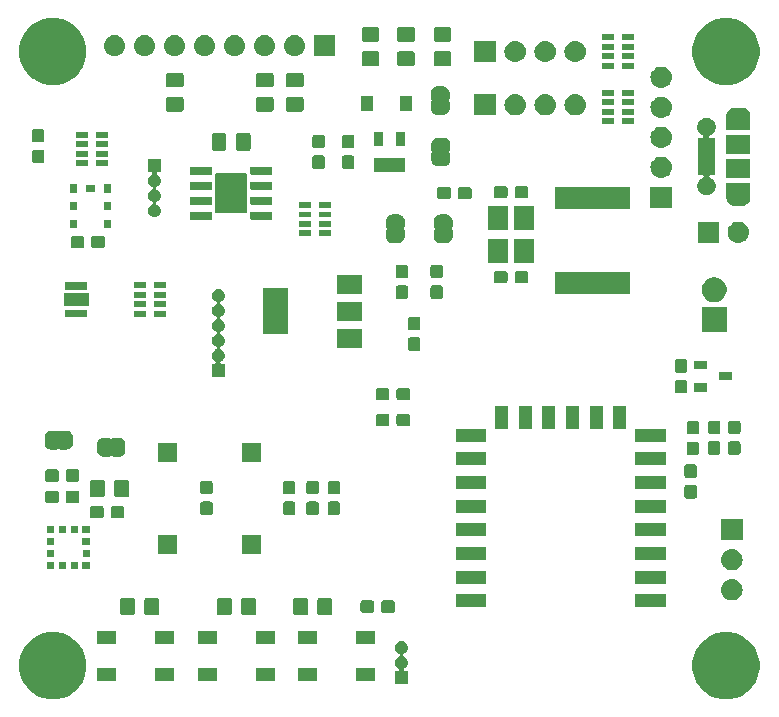
<source format=gbr>
G04 #@! TF.GenerationSoftware,KiCad,Pcbnew,5.1.2-f72e74a~84~ubuntu18.04.1*
G04 #@! TF.CreationDate,2019-07-03T17:04:03+08:00*
G04 #@! TF.ProjectId,cowin-tryout,636f7769-6e2d-4747-9279-6f75742e6b69,rev?*
G04 #@! TF.SameCoordinates,Original*
G04 #@! TF.FileFunction,Soldermask,Top*
G04 #@! TF.FilePolarity,Negative*
%FSLAX46Y46*%
G04 Gerber Fmt 4.6, Leading zero omitted, Abs format (unit mm)*
G04 Created by KiCad (PCBNEW 5.1.2-f72e74a~84~ubuntu18.04.1) date 2019-07-03 17:04:03*
%MOMM*%
%LPD*%
G04 APERTURE LIST*
%ADD10C,1.200000*%
%ADD11C,0.100000*%
G04 APERTURE END LIST*
D10*
X116905000Y-56000000D02*
G75*
G03X116905000Y-56000000I-1905000J0D01*
G01*
X59905000Y-56000000D02*
G75*
G03X59905000Y-56000000I-1905000J0D01*
G01*
X116905000Y-108000000D02*
G75*
G03X116905000Y-108000000I-1905000J0D01*
G01*
X59905000Y-108000000D02*
G75*
G03X59905000Y-108000000I-1905000J0D01*
G01*
D11*
G36*
X115831313Y-105259523D02*
G01*
X116349980Y-105474362D01*
X116349981Y-105474363D01*
X116816769Y-105786260D01*
X117213740Y-106183231D01*
X117326499Y-106351987D01*
X117525638Y-106650020D01*
X117740477Y-107168687D01*
X117850000Y-107719298D01*
X117850000Y-108280702D01*
X117740477Y-108831313D01*
X117525638Y-109349980D01*
X117525637Y-109349981D01*
X117213740Y-109816769D01*
X116816769Y-110213740D01*
X116504871Y-110422143D01*
X116349980Y-110525638D01*
X115831313Y-110740477D01*
X115280702Y-110850000D01*
X114719298Y-110850000D01*
X114168687Y-110740477D01*
X113650020Y-110525638D01*
X113495129Y-110422143D01*
X113183231Y-110213740D01*
X112786260Y-109816769D01*
X112474363Y-109349981D01*
X112474362Y-109349980D01*
X112259523Y-108831313D01*
X112150000Y-108280702D01*
X112150000Y-107719298D01*
X112259523Y-107168687D01*
X112474362Y-106650020D01*
X112673501Y-106351987D01*
X112786260Y-106183231D01*
X113183231Y-105786260D01*
X113650019Y-105474363D01*
X113650020Y-105474362D01*
X114168687Y-105259523D01*
X114719298Y-105150000D01*
X115280702Y-105150000D01*
X115831313Y-105259523D01*
X115831313Y-105259523D01*
G37*
G36*
X58831313Y-105259523D02*
G01*
X59349980Y-105474362D01*
X59349981Y-105474363D01*
X59816769Y-105786260D01*
X60213740Y-106183231D01*
X60326499Y-106351987D01*
X60525638Y-106650020D01*
X60740477Y-107168687D01*
X60850000Y-107719298D01*
X60850000Y-108280702D01*
X60740477Y-108831313D01*
X60525638Y-109349980D01*
X60525637Y-109349981D01*
X60213740Y-109816769D01*
X59816769Y-110213740D01*
X59504871Y-110422143D01*
X59349980Y-110525638D01*
X58831313Y-110740477D01*
X58280702Y-110850000D01*
X57719298Y-110850000D01*
X57168687Y-110740477D01*
X56650020Y-110525638D01*
X56495129Y-110422143D01*
X56183231Y-110213740D01*
X55786260Y-109816769D01*
X55474363Y-109349981D01*
X55474362Y-109349980D01*
X55259523Y-108831313D01*
X55150000Y-108280702D01*
X55150000Y-107719298D01*
X55259523Y-107168687D01*
X55474362Y-106650020D01*
X55673501Y-106351987D01*
X55786260Y-106183231D01*
X56183231Y-105786260D01*
X56650019Y-105474363D01*
X56650020Y-105474362D01*
X57168687Y-105259523D01*
X57719298Y-105150000D01*
X58280702Y-105150000D01*
X58831313Y-105259523D01*
X58831313Y-105259523D01*
G37*
G36*
X87608015Y-105916973D02*
G01*
X87711879Y-105948479D01*
X87739055Y-105963005D01*
X87807600Y-105999643D01*
X87891501Y-106068499D01*
X87960357Y-106152400D01*
X87996995Y-106220945D01*
X88011521Y-106248121D01*
X88043027Y-106351985D01*
X88053666Y-106460000D01*
X88043027Y-106568015D01*
X88011521Y-106671879D01*
X88011519Y-106671882D01*
X87960357Y-106767600D01*
X87891501Y-106851501D01*
X87807600Y-106920357D01*
X87739055Y-106956995D01*
X87711879Y-106971521D01*
X87699131Y-106975388D01*
X87676504Y-106984760D01*
X87656130Y-106998374D01*
X87638803Y-107015701D01*
X87625189Y-107036075D01*
X87615812Y-107058714D01*
X87611031Y-107082747D01*
X87611031Y-107107251D01*
X87615811Y-107131285D01*
X87625188Y-107153924D01*
X87638802Y-107174298D01*
X87656129Y-107191625D01*
X87676503Y-107205239D01*
X87699131Y-107214612D01*
X87711879Y-107218479D01*
X87739055Y-107233005D01*
X87807600Y-107269643D01*
X87891501Y-107338499D01*
X87960357Y-107422400D01*
X87996995Y-107490945D01*
X88011521Y-107518121D01*
X88043027Y-107621985D01*
X88053666Y-107730000D01*
X88043027Y-107838015D01*
X88011521Y-107941879D01*
X88011519Y-107941882D01*
X87960357Y-108037600D01*
X87891501Y-108121501D01*
X87807600Y-108190356D01*
X87763807Y-108213764D01*
X87743437Y-108227375D01*
X87726110Y-108244702D01*
X87712496Y-108265076D01*
X87703119Y-108287715D01*
X87698338Y-108311748D01*
X87698338Y-108336252D01*
X87703118Y-108360286D01*
X87712495Y-108382924D01*
X87726109Y-108403299D01*
X87743436Y-108420626D01*
X87763810Y-108434240D01*
X87786449Y-108443617D01*
X87810482Y-108448398D01*
X87822735Y-108449000D01*
X88051000Y-108449000D01*
X88051000Y-109551000D01*
X86949000Y-109551000D01*
X86949000Y-108449000D01*
X87177265Y-108449000D01*
X87201651Y-108446598D01*
X87225100Y-108439485D01*
X87246711Y-108427934D01*
X87265653Y-108412389D01*
X87281198Y-108393447D01*
X87292749Y-108371836D01*
X87299862Y-108348387D01*
X87302264Y-108324001D01*
X87299862Y-108299615D01*
X87292749Y-108276166D01*
X87281198Y-108254555D01*
X87265653Y-108235613D01*
X87246711Y-108220068D01*
X87236198Y-108213767D01*
X87192400Y-108190356D01*
X87108499Y-108121501D01*
X87039643Y-108037600D01*
X86988481Y-107941882D01*
X86988479Y-107941879D01*
X86956973Y-107838015D01*
X86946334Y-107730000D01*
X86956973Y-107621985D01*
X86988479Y-107518121D01*
X87003005Y-107490945D01*
X87039643Y-107422400D01*
X87108499Y-107338499D01*
X87192400Y-107269643D01*
X87260945Y-107233005D01*
X87288121Y-107218479D01*
X87300869Y-107214612D01*
X87323496Y-107205240D01*
X87343870Y-107191626D01*
X87361197Y-107174299D01*
X87374811Y-107153925D01*
X87384188Y-107131286D01*
X87388969Y-107107253D01*
X87388969Y-107082749D01*
X87384189Y-107058715D01*
X87374812Y-107036076D01*
X87361198Y-107015702D01*
X87343871Y-106998375D01*
X87323497Y-106984761D01*
X87300869Y-106975388D01*
X87288121Y-106971521D01*
X87260945Y-106956995D01*
X87192400Y-106920357D01*
X87108499Y-106851501D01*
X87039643Y-106767600D01*
X86988481Y-106671882D01*
X86988479Y-106671879D01*
X86956973Y-106568015D01*
X86946334Y-106460000D01*
X86956973Y-106351985D01*
X86988479Y-106248121D01*
X87003005Y-106220945D01*
X87039643Y-106152400D01*
X87108499Y-106068499D01*
X87192400Y-105999643D01*
X87260945Y-105963005D01*
X87288121Y-105948479D01*
X87391985Y-105916973D01*
X87472933Y-105909000D01*
X87527067Y-105909000D01*
X87608015Y-105916973D01*
X87608015Y-105916973D01*
G37*
G36*
X85251000Y-109326000D02*
G01*
X83649000Y-109326000D01*
X83649000Y-108224000D01*
X85251000Y-108224000D01*
X85251000Y-109326000D01*
X85251000Y-109326000D01*
G37*
G36*
X68251000Y-109326000D02*
G01*
X66649000Y-109326000D01*
X66649000Y-108224000D01*
X68251000Y-108224000D01*
X68251000Y-109326000D01*
X68251000Y-109326000D01*
G37*
G36*
X63351000Y-109326000D02*
G01*
X61749000Y-109326000D01*
X61749000Y-108224000D01*
X63351000Y-108224000D01*
X63351000Y-109326000D01*
X63351000Y-109326000D01*
G37*
G36*
X71901000Y-109326000D02*
G01*
X70299000Y-109326000D01*
X70299000Y-108224000D01*
X71901000Y-108224000D01*
X71901000Y-109326000D01*
X71901000Y-109326000D01*
G37*
G36*
X76801000Y-109326000D02*
G01*
X75199000Y-109326000D01*
X75199000Y-108224000D01*
X76801000Y-108224000D01*
X76801000Y-109326000D01*
X76801000Y-109326000D01*
G37*
G36*
X80351000Y-109326000D02*
G01*
X78749000Y-109326000D01*
X78749000Y-108224000D01*
X80351000Y-108224000D01*
X80351000Y-109326000D01*
X80351000Y-109326000D01*
G37*
G36*
X68251000Y-106126000D02*
G01*
X66649000Y-106126000D01*
X66649000Y-105024000D01*
X68251000Y-105024000D01*
X68251000Y-106126000D01*
X68251000Y-106126000D01*
G37*
G36*
X85251000Y-106126000D02*
G01*
X83649000Y-106126000D01*
X83649000Y-105024000D01*
X85251000Y-105024000D01*
X85251000Y-106126000D01*
X85251000Y-106126000D01*
G37*
G36*
X80351000Y-106126000D02*
G01*
X78749000Y-106126000D01*
X78749000Y-105024000D01*
X80351000Y-105024000D01*
X80351000Y-106126000D01*
X80351000Y-106126000D01*
G37*
G36*
X71901000Y-106126000D02*
G01*
X70299000Y-106126000D01*
X70299000Y-105024000D01*
X71901000Y-105024000D01*
X71901000Y-106126000D01*
X71901000Y-106126000D01*
G37*
G36*
X76801000Y-106126000D02*
G01*
X75199000Y-106126000D01*
X75199000Y-105024000D01*
X76801000Y-105024000D01*
X76801000Y-106126000D01*
X76801000Y-106126000D01*
G37*
G36*
X63351000Y-106126000D02*
G01*
X61749000Y-106126000D01*
X61749000Y-105024000D01*
X63351000Y-105024000D01*
X63351000Y-106126000D01*
X63351000Y-106126000D01*
G37*
G36*
X72988674Y-102253465D02*
G01*
X73026367Y-102264899D01*
X73061103Y-102283466D01*
X73091548Y-102308452D01*
X73116534Y-102338897D01*
X73135101Y-102373633D01*
X73146535Y-102411326D01*
X73151000Y-102456661D01*
X73151000Y-103543339D01*
X73146535Y-103588674D01*
X73135101Y-103626367D01*
X73116534Y-103661103D01*
X73091548Y-103691548D01*
X73061103Y-103716534D01*
X73026367Y-103735101D01*
X72988674Y-103746535D01*
X72943339Y-103751000D01*
X72106661Y-103751000D01*
X72061326Y-103746535D01*
X72023633Y-103735101D01*
X71988897Y-103716534D01*
X71958452Y-103691548D01*
X71933466Y-103661103D01*
X71914899Y-103626367D01*
X71903465Y-103588674D01*
X71899000Y-103543339D01*
X71899000Y-102456661D01*
X71903465Y-102411326D01*
X71914899Y-102373633D01*
X71933466Y-102338897D01*
X71958452Y-102308452D01*
X71988897Y-102283466D01*
X72023633Y-102264899D01*
X72061326Y-102253465D01*
X72106661Y-102249000D01*
X72943339Y-102249000D01*
X72988674Y-102253465D01*
X72988674Y-102253465D01*
G37*
G36*
X64788674Y-102253465D02*
G01*
X64826367Y-102264899D01*
X64861103Y-102283466D01*
X64891548Y-102308452D01*
X64916534Y-102338897D01*
X64935101Y-102373633D01*
X64946535Y-102411326D01*
X64951000Y-102456661D01*
X64951000Y-103543339D01*
X64946535Y-103588674D01*
X64935101Y-103626367D01*
X64916534Y-103661103D01*
X64891548Y-103691548D01*
X64861103Y-103716534D01*
X64826367Y-103735101D01*
X64788674Y-103746535D01*
X64743339Y-103751000D01*
X63906661Y-103751000D01*
X63861326Y-103746535D01*
X63823633Y-103735101D01*
X63788897Y-103716534D01*
X63758452Y-103691548D01*
X63733466Y-103661103D01*
X63714899Y-103626367D01*
X63703465Y-103588674D01*
X63699000Y-103543339D01*
X63699000Y-102456661D01*
X63703465Y-102411326D01*
X63714899Y-102373633D01*
X63733466Y-102338897D01*
X63758452Y-102308452D01*
X63788897Y-102283466D01*
X63823633Y-102264899D01*
X63861326Y-102253465D01*
X63906661Y-102249000D01*
X64743339Y-102249000D01*
X64788674Y-102253465D01*
X64788674Y-102253465D01*
G37*
G36*
X75038674Y-102253465D02*
G01*
X75076367Y-102264899D01*
X75111103Y-102283466D01*
X75141548Y-102308452D01*
X75166534Y-102338897D01*
X75185101Y-102373633D01*
X75196535Y-102411326D01*
X75201000Y-102456661D01*
X75201000Y-103543339D01*
X75196535Y-103588674D01*
X75185101Y-103626367D01*
X75166534Y-103661103D01*
X75141548Y-103691548D01*
X75111103Y-103716534D01*
X75076367Y-103735101D01*
X75038674Y-103746535D01*
X74993339Y-103751000D01*
X74156661Y-103751000D01*
X74111326Y-103746535D01*
X74073633Y-103735101D01*
X74038897Y-103716534D01*
X74008452Y-103691548D01*
X73983466Y-103661103D01*
X73964899Y-103626367D01*
X73953465Y-103588674D01*
X73949000Y-103543339D01*
X73949000Y-102456661D01*
X73953465Y-102411326D01*
X73964899Y-102373633D01*
X73983466Y-102338897D01*
X74008452Y-102308452D01*
X74038897Y-102283466D01*
X74073633Y-102264899D01*
X74111326Y-102253465D01*
X74156661Y-102249000D01*
X74993339Y-102249000D01*
X75038674Y-102253465D01*
X75038674Y-102253465D01*
G37*
G36*
X81488674Y-102253465D02*
G01*
X81526367Y-102264899D01*
X81561103Y-102283466D01*
X81591548Y-102308452D01*
X81616534Y-102338897D01*
X81635101Y-102373633D01*
X81646535Y-102411326D01*
X81651000Y-102456661D01*
X81651000Y-103543339D01*
X81646535Y-103588674D01*
X81635101Y-103626367D01*
X81616534Y-103661103D01*
X81591548Y-103691548D01*
X81561103Y-103716534D01*
X81526367Y-103735101D01*
X81488674Y-103746535D01*
X81443339Y-103751000D01*
X80606661Y-103751000D01*
X80561326Y-103746535D01*
X80523633Y-103735101D01*
X80488897Y-103716534D01*
X80458452Y-103691548D01*
X80433466Y-103661103D01*
X80414899Y-103626367D01*
X80403465Y-103588674D01*
X80399000Y-103543339D01*
X80399000Y-102456661D01*
X80403465Y-102411326D01*
X80414899Y-102373633D01*
X80433466Y-102338897D01*
X80458452Y-102308452D01*
X80488897Y-102283466D01*
X80523633Y-102264899D01*
X80561326Y-102253465D01*
X80606661Y-102249000D01*
X81443339Y-102249000D01*
X81488674Y-102253465D01*
X81488674Y-102253465D01*
G37*
G36*
X79438674Y-102253465D02*
G01*
X79476367Y-102264899D01*
X79511103Y-102283466D01*
X79541548Y-102308452D01*
X79566534Y-102338897D01*
X79585101Y-102373633D01*
X79596535Y-102411326D01*
X79601000Y-102456661D01*
X79601000Y-103543339D01*
X79596535Y-103588674D01*
X79585101Y-103626367D01*
X79566534Y-103661103D01*
X79541548Y-103691548D01*
X79511103Y-103716534D01*
X79476367Y-103735101D01*
X79438674Y-103746535D01*
X79393339Y-103751000D01*
X78556661Y-103751000D01*
X78511326Y-103746535D01*
X78473633Y-103735101D01*
X78438897Y-103716534D01*
X78408452Y-103691548D01*
X78383466Y-103661103D01*
X78364899Y-103626367D01*
X78353465Y-103588674D01*
X78349000Y-103543339D01*
X78349000Y-102456661D01*
X78353465Y-102411326D01*
X78364899Y-102373633D01*
X78383466Y-102338897D01*
X78408452Y-102308452D01*
X78438897Y-102283466D01*
X78473633Y-102264899D01*
X78511326Y-102253465D01*
X78556661Y-102249000D01*
X79393339Y-102249000D01*
X79438674Y-102253465D01*
X79438674Y-102253465D01*
G37*
G36*
X66838674Y-102253465D02*
G01*
X66876367Y-102264899D01*
X66911103Y-102283466D01*
X66941548Y-102308452D01*
X66966534Y-102338897D01*
X66985101Y-102373633D01*
X66996535Y-102411326D01*
X67001000Y-102456661D01*
X67001000Y-103543339D01*
X66996535Y-103588674D01*
X66985101Y-103626367D01*
X66966534Y-103661103D01*
X66941548Y-103691548D01*
X66911103Y-103716534D01*
X66876367Y-103735101D01*
X66838674Y-103746535D01*
X66793339Y-103751000D01*
X65956661Y-103751000D01*
X65911326Y-103746535D01*
X65873633Y-103735101D01*
X65838897Y-103716534D01*
X65808452Y-103691548D01*
X65783466Y-103661103D01*
X65764899Y-103626367D01*
X65753465Y-103588674D01*
X65749000Y-103543339D01*
X65749000Y-102456661D01*
X65753465Y-102411326D01*
X65764899Y-102373633D01*
X65783466Y-102338897D01*
X65808452Y-102308452D01*
X65838897Y-102283466D01*
X65873633Y-102264899D01*
X65911326Y-102253465D01*
X65956661Y-102249000D01*
X66793339Y-102249000D01*
X66838674Y-102253465D01*
X66838674Y-102253465D01*
G37*
G36*
X86789499Y-102478445D02*
G01*
X86826995Y-102489820D01*
X86861554Y-102508292D01*
X86891847Y-102533153D01*
X86916708Y-102563446D01*
X86935180Y-102598005D01*
X86946555Y-102635501D01*
X86951000Y-102680638D01*
X86951000Y-103319362D01*
X86946555Y-103364499D01*
X86935180Y-103401995D01*
X86916708Y-103436554D01*
X86891847Y-103466847D01*
X86861554Y-103491708D01*
X86826995Y-103510180D01*
X86789499Y-103521555D01*
X86744362Y-103526000D01*
X86005638Y-103526000D01*
X85960501Y-103521555D01*
X85923005Y-103510180D01*
X85888446Y-103491708D01*
X85858153Y-103466847D01*
X85833292Y-103436554D01*
X85814820Y-103401995D01*
X85803445Y-103364499D01*
X85799000Y-103319362D01*
X85799000Y-102680638D01*
X85803445Y-102635501D01*
X85814820Y-102598005D01*
X85833292Y-102563446D01*
X85858153Y-102533153D01*
X85888446Y-102508292D01*
X85923005Y-102489820D01*
X85960501Y-102478445D01*
X86005638Y-102474000D01*
X86744362Y-102474000D01*
X86789499Y-102478445D01*
X86789499Y-102478445D01*
G37*
G36*
X85039499Y-102478445D02*
G01*
X85076995Y-102489820D01*
X85111554Y-102508292D01*
X85141847Y-102533153D01*
X85166708Y-102563446D01*
X85185180Y-102598005D01*
X85196555Y-102635501D01*
X85201000Y-102680638D01*
X85201000Y-103319362D01*
X85196555Y-103364499D01*
X85185180Y-103401995D01*
X85166708Y-103436554D01*
X85141847Y-103466847D01*
X85111554Y-103491708D01*
X85076995Y-103510180D01*
X85039499Y-103521555D01*
X84994362Y-103526000D01*
X84255638Y-103526000D01*
X84210501Y-103521555D01*
X84173005Y-103510180D01*
X84138446Y-103491708D01*
X84108153Y-103466847D01*
X84083292Y-103436554D01*
X84064820Y-103401995D01*
X84053445Y-103364499D01*
X84049000Y-103319362D01*
X84049000Y-102680638D01*
X84053445Y-102635501D01*
X84064820Y-102598005D01*
X84083292Y-102563446D01*
X84108153Y-102533153D01*
X84138446Y-102508292D01*
X84173005Y-102489820D01*
X84210501Y-102478445D01*
X84255638Y-102474000D01*
X84994362Y-102474000D01*
X85039499Y-102478445D01*
X85039499Y-102478445D01*
G37*
G36*
X94701000Y-103051000D02*
G01*
X92099000Y-103051000D01*
X92099000Y-101949000D01*
X94701000Y-101949000D01*
X94701000Y-103051000D01*
X94701000Y-103051000D01*
G37*
G36*
X109901000Y-103051000D02*
G01*
X107299000Y-103051000D01*
X107299000Y-101949000D01*
X109901000Y-101949000D01*
X109901000Y-103051000D01*
X109901000Y-103051000D01*
G37*
G36*
X115610443Y-100685519D02*
G01*
X115676627Y-100692037D01*
X115846466Y-100743557D01*
X116002991Y-100827222D01*
X116038729Y-100856552D01*
X116140186Y-100939814D01*
X116223448Y-101041271D01*
X116252778Y-101077009D01*
X116336443Y-101233534D01*
X116387963Y-101403373D01*
X116405359Y-101580000D01*
X116387963Y-101756627D01*
X116336443Y-101926466D01*
X116252778Y-102082991D01*
X116223448Y-102118729D01*
X116140186Y-102220186D01*
X116049183Y-102294869D01*
X116002991Y-102332778D01*
X115846466Y-102416443D01*
X115676627Y-102467963D01*
X115615331Y-102474000D01*
X115544260Y-102481000D01*
X115455740Y-102481000D01*
X115384669Y-102474000D01*
X115323373Y-102467963D01*
X115153534Y-102416443D01*
X114997009Y-102332778D01*
X114950817Y-102294869D01*
X114859814Y-102220186D01*
X114776552Y-102118729D01*
X114747222Y-102082991D01*
X114663557Y-101926466D01*
X114612037Y-101756627D01*
X114594641Y-101580000D01*
X114612037Y-101403373D01*
X114663557Y-101233534D01*
X114747222Y-101077009D01*
X114776552Y-101041271D01*
X114859814Y-100939814D01*
X114961271Y-100856552D01*
X114997009Y-100827222D01*
X115153534Y-100743557D01*
X115323373Y-100692037D01*
X115389557Y-100685519D01*
X115455740Y-100679000D01*
X115544260Y-100679000D01*
X115610443Y-100685519D01*
X115610443Y-100685519D01*
G37*
G36*
X109901000Y-101051000D02*
G01*
X107299000Y-101051000D01*
X107299000Y-99949000D01*
X109901000Y-99949000D01*
X109901000Y-101051000D01*
X109901000Y-101051000D01*
G37*
G36*
X94701000Y-101051000D02*
G01*
X92099000Y-101051000D01*
X92099000Y-99949000D01*
X94701000Y-99949000D01*
X94701000Y-101051000D01*
X94701000Y-101051000D01*
G37*
G36*
X115610443Y-98145519D02*
G01*
X115676627Y-98152037D01*
X115846466Y-98203557D01*
X116002991Y-98287222D01*
X116038729Y-98316552D01*
X116140186Y-98399814D01*
X116223448Y-98501271D01*
X116252778Y-98537009D01*
X116336443Y-98693534D01*
X116387963Y-98863373D01*
X116405359Y-99040000D01*
X116387963Y-99216627D01*
X116336443Y-99386466D01*
X116252778Y-99542991D01*
X116223448Y-99578729D01*
X116140186Y-99680186D01*
X116038729Y-99763448D01*
X116002991Y-99792778D01*
X115846466Y-99876443D01*
X115676627Y-99927963D01*
X115610442Y-99934482D01*
X115544260Y-99941000D01*
X115455740Y-99941000D01*
X115389558Y-99934482D01*
X115323373Y-99927963D01*
X115153534Y-99876443D01*
X114997009Y-99792778D01*
X114961271Y-99763448D01*
X114859814Y-99680186D01*
X114776552Y-99578729D01*
X114747222Y-99542991D01*
X114663557Y-99386466D01*
X114612037Y-99216627D01*
X114594641Y-99040000D01*
X114612037Y-98863373D01*
X114663557Y-98693534D01*
X114747222Y-98537009D01*
X114776552Y-98501271D01*
X114859814Y-98399814D01*
X114961271Y-98316552D01*
X114997009Y-98287222D01*
X115153534Y-98203557D01*
X115323373Y-98152037D01*
X115389557Y-98145519D01*
X115455740Y-98139000D01*
X115544260Y-98139000D01*
X115610443Y-98145519D01*
X115610443Y-98145519D01*
G37*
G36*
X60111000Y-99801000D02*
G01*
X59509000Y-99801000D01*
X59509000Y-99199000D01*
X60111000Y-99199000D01*
X60111000Y-99801000D01*
X60111000Y-99801000D01*
G37*
G36*
X58111000Y-99801000D02*
G01*
X57509000Y-99801000D01*
X57509000Y-99199000D01*
X58111000Y-99199000D01*
X58111000Y-99801000D01*
X58111000Y-99801000D01*
G37*
G36*
X59111000Y-99801000D02*
G01*
X58509000Y-99801000D01*
X58509000Y-99199000D01*
X59111000Y-99199000D01*
X59111000Y-99801000D01*
X59111000Y-99801000D01*
G37*
G36*
X61111000Y-99801000D02*
G01*
X60509000Y-99801000D01*
X60509000Y-99199000D01*
X61111000Y-99199000D01*
X61111000Y-99801000D01*
X61111000Y-99801000D01*
G37*
G36*
X94701000Y-99051000D02*
G01*
X92099000Y-99051000D01*
X92099000Y-97949000D01*
X94701000Y-97949000D01*
X94701000Y-99051000D01*
X94701000Y-99051000D01*
G37*
G36*
X109901000Y-99051000D02*
G01*
X107299000Y-99051000D01*
X107299000Y-97949000D01*
X109901000Y-97949000D01*
X109901000Y-99051000D01*
X109901000Y-99051000D01*
G37*
G36*
X61131000Y-98801000D02*
G01*
X60529000Y-98801000D01*
X60529000Y-98199000D01*
X61131000Y-98199000D01*
X61131000Y-98801000D01*
X61131000Y-98801000D01*
G37*
G36*
X58111000Y-98801000D02*
G01*
X57509000Y-98801000D01*
X57509000Y-98199000D01*
X58111000Y-98199000D01*
X58111000Y-98801000D01*
X58111000Y-98801000D01*
G37*
G36*
X68511000Y-98521000D02*
G01*
X66909000Y-98521000D01*
X66909000Y-96919000D01*
X68511000Y-96919000D01*
X68511000Y-98521000D01*
X68511000Y-98521000D01*
G37*
G36*
X75601000Y-98521000D02*
G01*
X73999000Y-98521000D01*
X73999000Y-96919000D01*
X75601000Y-96919000D01*
X75601000Y-98521000D01*
X75601000Y-98521000D01*
G37*
G36*
X58111000Y-97801000D02*
G01*
X57509000Y-97801000D01*
X57509000Y-97199000D01*
X58111000Y-97199000D01*
X58111000Y-97801000D01*
X58111000Y-97801000D01*
G37*
G36*
X61111000Y-97801000D02*
G01*
X60509000Y-97801000D01*
X60509000Y-97199000D01*
X61111000Y-97199000D01*
X61111000Y-97801000D01*
X61111000Y-97801000D01*
G37*
G36*
X116401000Y-97401000D02*
G01*
X114599000Y-97401000D01*
X114599000Y-95599000D01*
X116401000Y-95599000D01*
X116401000Y-97401000D01*
X116401000Y-97401000D01*
G37*
G36*
X109901000Y-97051000D02*
G01*
X107299000Y-97051000D01*
X107299000Y-95949000D01*
X109901000Y-95949000D01*
X109901000Y-97051000D01*
X109901000Y-97051000D01*
G37*
G36*
X94701000Y-97051000D02*
G01*
X92099000Y-97051000D01*
X92099000Y-95949000D01*
X94701000Y-95949000D01*
X94701000Y-97051000D01*
X94701000Y-97051000D01*
G37*
G36*
X59111000Y-96801000D02*
G01*
X58509000Y-96801000D01*
X58509000Y-96199000D01*
X59111000Y-96199000D01*
X59111000Y-96801000D01*
X59111000Y-96801000D01*
G37*
G36*
X60111000Y-96801000D02*
G01*
X59509000Y-96801000D01*
X59509000Y-96199000D01*
X60111000Y-96199000D01*
X60111000Y-96801000D01*
X60111000Y-96801000D01*
G37*
G36*
X61111000Y-96801000D02*
G01*
X60509000Y-96801000D01*
X60509000Y-96199000D01*
X61111000Y-96199000D01*
X61111000Y-96801000D01*
X61111000Y-96801000D01*
G37*
G36*
X58111000Y-96801000D02*
G01*
X57509000Y-96801000D01*
X57509000Y-96199000D01*
X58111000Y-96199000D01*
X58111000Y-96801000D01*
X58111000Y-96801000D01*
G37*
G36*
X62139499Y-94478445D02*
G01*
X62176995Y-94489820D01*
X62211554Y-94508292D01*
X62241847Y-94533153D01*
X62266708Y-94563446D01*
X62285180Y-94598005D01*
X62296555Y-94635501D01*
X62301000Y-94680638D01*
X62301000Y-95319362D01*
X62296555Y-95364499D01*
X62285180Y-95401995D01*
X62266708Y-95436554D01*
X62241847Y-95466847D01*
X62211554Y-95491708D01*
X62176995Y-95510180D01*
X62139499Y-95521555D01*
X62094362Y-95526000D01*
X61355638Y-95526000D01*
X61310501Y-95521555D01*
X61273005Y-95510180D01*
X61238446Y-95491708D01*
X61208153Y-95466847D01*
X61183292Y-95436554D01*
X61164820Y-95401995D01*
X61153445Y-95364499D01*
X61149000Y-95319362D01*
X61149000Y-94680638D01*
X61153445Y-94635501D01*
X61164820Y-94598005D01*
X61183292Y-94563446D01*
X61208153Y-94533153D01*
X61238446Y-94508292D01*
X61273005Y-94489820D01*
X61310501Y-94478445D01*
X61355638Y-94474000D01*
X62094362Y-94474000D01*
X62139499Y-94478445D01*
X62139499Y-94478445D01*
G37*
G36*
X63889499Y-94478445D02*
G01*
X63926995Y-94489820D01*
X63961554Y-94508292D01*
X63991847Y-94533153D01*
X64016708Y-94563446D01*
X64035180Y-94598005D01*
X64046555Y-94635501D01*
X64051000Y-94680638D01*
X64051000Y-95319362D01*
X64046555Y-95364499D01*
X64035180Y-95401995D01*
X64016708Y-95436554D01*
X63991847Y-95466847D01*
X63961554Y-95491708D01*
X63926995Y-95510180D01*
X63889499Y-95521555D01*
X63844362Y-95526000D01*
X63105638Y-95526000D01*
X63060501Y-95521555D01*
X63023005Y-95510180D01*
X62988446Y-95491708D01*
X62958153Y-95466847D01*
X62933292Y-95436554D01*
X62914820Y-95401995D01*
X62903445Y-95364499D01*
X62899000Y-95319362D01*
X62899000Y-94680638D01*
X62903445Y-94635501D01*
X62914820Y-94598005D01*
X62933292Y-94563446D01*
X62958153Y-94533153D01*
X62988446Y-94508292D01*
X63023005Y-94489820D01*
X63060501Y-94478445D01*
X63105638Y-94474000D01*
X63844362Y-94474000D01*
X63889499Y-94478445D01*
X63889499Y-94478445D01*
G37*
G36*
X82164499Y-94103445D02*
G01*
X82201995Y-94114820D01*
X82236554Y-94133292D01*
X82266847Y-94158153D01*
X82291708Y-94188446D01*
X82310180Y-94223005D01*
X82321555Y-94260501D01*
X82326000Y-94305638D01*
X82326000Y-95044362D01*
X82321555Y-95089499D01*
X82310180Y-95126995D01*
X82291708Y-95161554D01*
X82266847Y-95191847D01*
X82236554Y-95216708D01*
X82201995Y-95235180D01*
X82164499Y-95246555D01*
X82119362Y-95251000D01*
X81480638Y-95251000D01*
X81435501Y-95246555D01*
X81398005Y-95235180D01*
X81363446Y-95216708D01*
X81333153Y-95191847D01*
X81308292Y-95161554D01*
X81289820Y-95126995D01*
X81278445Y-95089499D01*
X81274000Y-95044362D01*
X81274000Y-94305638D01*
X81278445Y-94260501D01*
X81289820Y-94223005D01*
X81308292Y-94188446D01*
X81333153Y-94158153D01*
X81363446Y-94133292D01*
X81398005Y-94114820D01*
X81435501Y-94103445D01*
X81480638Y-94099000D01*
X82119362Y-94099000D01*
X82164499Y-94103445D01*
X82164499Y-94103445D01*
G37*
G36*
X80364499Y-94103445D02*
G01*
X80401995Y-94114820D01*
X80436554Y-94133292D01*
X80466847Y-94158153D01*
X80491708Y-94188446D01*
X80510180Y-94223005D01*
X80521555Y-94260501D01*
X80526000Y-94305638D01*
X80526000Y-95044362D01*
X80521555Y-95089499D01*
X80510180Y-95126995D01*
X80491708Y-95161554D01*
X80466847Y-95191847D01*
X80436554Y-95216708D01*
X80401995Y-95235180D01*
X80364499Y-95246555D01*
X80319362Y-95251000D01*
X79680638Y-95251000D01*
X79635501Y-95246555D01*
X79598005Y-95235180D01*
X79563446Y-95216708D01*
X79533153Y-95191847D01*
X79508292Y-95161554D01*
X79489820Y-95126995D01*
X79478445Y-95089499D01*
X79474000Y-95044362D01*
X79474000Y-94305638D01*
X79478445Y-94260501D01*
X79489820Y-94223005D01*
X79508292Y-94188446D01*
X79533153Y-94158153D01*
X79563446Y-94133292D01*
X79598005Y-94114820D01*
X79635501Y-94103445D01*
X79680638Y-94099000D01*
X80319362Y-94099000D01*
X80364499Y-94103445D01*
X80364499Y-94103445D01*
G37*
G36*
X71364499Y-94103445D02*
G01*
X71401995Y-94114820D01*
X71436554Y-94133292D01*
X71466847Y-94158153D01*
X71491708Y-94188446D01*
X71510180Y-94223005D01*
X71521555Y-94260501D01*
X71526000Y-94305638D01*
X71526000Y-95044362D01*
X71521555Y-95089499D01*
X71510180Y-95126995D01*
X71491708Y-95161554D01*
X71466847Y-95191847D01*
X71436554Y-95216708D01*
X71401995Y-95235180D01*
X71364499Y-95246555D01*
X71319362Y-95251000D01*
X70680638Y-95251000D01*
X70635501Y-95246555D01*
X70598005Y-95235180D01*
X70563446Y-95216708D01*
X70533153Y-95191847D01*
X70508292Y-95161554D01*
X70489820Y-95126995D01*
X70478445Y-95089499D01*
X70474000Y-95044362D01*
X70474000Y-94305638D01*
X70478445Y-94260501D01*
X70489820Y-94223005D01*
X70508292Y-94188446D01*
X70533153Y-94158153D01*
X70563446Y-94133292D01*
X70598005Y-94114820D01*
X70635501Y-94103445D01*
X70680638Y-94099000D01*
X71319362Y-94099000D01*
X71364499Y-94103445D01*
X71364499Y-94103445D01*
G37*
G36*
X78364499Y-94103445D02*
G01*
X78401995Y-94114820D01*
X78436554Y-94133292D01*
X78466847Y-94158153D01*
X78491708Y-94188446D01*
X78510180Y-94223005D01*
X78521555Y-94260501D01*
X78526000Y-94305638D01*
X78526000Y-95044362D01*
X78521555Y-95089499D01*
X78510180Y-95126995D01*
X78491708Y-95161554D01*
X78466847Y-95191847D01*
X78436554Y-95216708D01*
X78401995Y-95235180D01*
X78364499Y-95246555D01*
X78319362Y-95251000D01*
X77680638Y-95251000D01*
X77635501Y-95246555D01*
X77598005Y-95235180D01*
X77563446Y-95216708D01*
X77533153Y-95191847D01*
X77508292Y-95161554D01*
X77489820Y-95126995D01*
X77478445Y-95089499D01*
X77474000Y-95044362D01*
X77474000Y-94305638D01*
X77478445Y-94260501D01*
X77489820Y-94223005D01*
X77508292Y-94188446D01*
X77533153Y-94158153D01*
X77563446Y-94133292D01*
X77598005Y-94114820D01*
X77635501Y-94103445D01*
X77680638Y-94099000D01*
X78319362Y-94099000D01*
X78364499Y-94103445D01*
X78364499Y-94103445D01*
G37*
G36*
X109901000Y-95051000D02*
G01*
X107299000Y-95051000D01*
X107299000Y-93949000D01*
X109901000Y-93949000D01*
X109901000Y-95051000D01*
X109901000Y-95051000D01*
G37*
G36*
X94701000Y-95051000D02*
G01*
X92099000Y-95051000D01*
X92099000Y-93949000D01*
X94701000Y-93949000D01*
X94701000Y-95051000D01*
X94701000Y-95051000D01*
G37*
G36*
X60089499Y-93178445D02*
G01*
X60126995Y-93189820D01*
X60161554Y-93208292D01*
X60191847Y-93233153D01*
X60216708Y-93263446D01*
X60235180Y-93298005D01*
X60246555Y-93335501D01*
X60251000Y-93380638D01*
X60251000Y-94019362D01*
X60246555Y-94064499D01*
X60235180Y-94101995D01*
X60216708Y-94136554D01*
X60191847Y-94166847D01*
X60161554Y-94191708D01*
X60126995Y-94210180D01*
X60089499Y-94221555D01*
X60044362Y-94226000D01*
X59305638Y-94226000D01*
X59260501Y-94221555D01*
X59223005Y-94210180D01*
X59188446Y-94191708D01*
X59158153Y-94166847D01*
X59133292Y-94136554D01*
X59114820Y-94101995D01*
X59103445Y-94064499D01*
X59099000Y-94019362D01*
X59099000Y-93380638D01*
X59103445Y-93335501D01*
X59114820Y-93298005D01*
X59133292Y-93263446D01*
X59158153Y-93233153D01*
X59188446Y-93208292D01*
X59223005Y-93189820D01*
X59260501Y-93178445D01*
X59305638Y-93174000D01*
X60044362Y-93174000D01*
X60089499Y-93178445D01*
X60089499Y-93178445D01*
G37*
G36*
X58339499Y-93178445D02*
G01*
X58376995Y-93189820D01*
X58411554Y-93208292D01*
X58441847Y-93233153D01*
X58466708Y-93263446D01*
X58485180Y-93298005D01*
X58496555Y-93335501D01*
X58501000Y-93380638D01*
X58501000Y-94019362D01*
X58496555Y-94064499D01*
X58485180Y-94101995D01*
X58466708Y-94136554D01*
X58441847Y-94166847D01*
X58411554Y-94191708D01*
X58376995Y-94210180D01*
X58339499Y-94221555D01*
X58294362Y-94226000D01*
X57555638Y-94226000D01*
X57510501Y-94221555D01*
X57473005Y-94210180D01*
X57438446Y-94191708D01*
X57408153Y-94166847D01*
X57383292Y-94136554D01*
X57364820Y-94101995D01*
X57353445Y-94064499D01*
X57349000Y-94019362D01*
X57349000Y-93380638D01*
X57353445Y-93335501D01*
X57364820Y-93298005D01*
X57383292Y-93263446D01*
X57408153Y-93233153D01*
X57438446Y-93208292D01*
X57473005Y-93189820D01*
X57510501Y-93178445D01*
X57555638Y-93174000D01*
X58294362Y-93174000D01*
X58339499Y-93178445D01*
X58339499Y-93178445D01*
G37*
G36*
X112364499Y-92703445D02*
G01*
X112401995Y-92714820D01*
X112436554Y-92733292D01*
X112466847Y-92758153D01*
X112491708Y-92788446D01*
X112510180Y-92823005D01*
X112521555Y-92860501D01*
X112526000Y-92905638D01*
X112526000Y-93644362D01*
X112521555Y-93689499D01*
X112510180Y-93726995D01*
X112491708Y-93761554D01*
X112466847Y-93791847D01*
X112436554Y-93816708D01*
X112401995Y-93835180D01*
X112364499Y-93846555D01*
X112319362Y-93851000D01*
X111680638Y-93851000D01*
X111635501Y-93846555D01*
X111598005Y-93835180D01*
X111563446Y-93816708D01*
X111533153Y-93791847D01*
X111508292Y-93761554D01*
X111489820Y-93726995D01*
X111478445Y-93689499D01*
X111474000Y-93644362D01*
X111474000Y-92905638D01*
X111478445Y-92860501D01*
X111489820Y-92823005D01*
X111508292Y-92788446D01*
X111533153Y-92758153D01*
X111563446Y-92733292D01*
X111598005Y-92714820D01*
X111635501Y-92703445D01*
X111680638Y-92699000D01*
X112319362Y-92699000D01*
X112364499Y-92703445D01*
X112364499Y-92703445D01*
G37*
G36*
X62238674Y-92253465D02*
G01*
X62276367Y-92264899D01*
X62311103Y-92283466D01*
X62341548Y-92308452D01*
X62366534Y-92338897D01*
X62385101Y-92373633D01*
X62396535Y-92411326D01*
X62401000Y-92456661D01*
X62401000Y-93543339D01*
X62396535Y-93588674D01*
X62385101Y-93626367D01*
X62366534Y-93661103D01*
X62341548Y-93691548D01*
X62311103Y-93716534D01*
X62276367Y-93735101D01*
X62238674Y-93746535D01*
X62193339Y-93751000D01*
X61356661Y-93751000D01*
X61311326Y-93746535D01*
X61273633Y-93735101D01*
X61238897Y-93716534D01*
X61208452Y-93691548D01*
X61183466Y-93661103D01*
X61164899Y-93626367D01*
X61153465Y-93588674D01*
X61149000Y-93543339D01*
X61149000Y-92456661D01*
X61153465Y-92411326D01*
X61164899Y-92373633D01*
X61183466Y-92338897D01*
X61208452Y-92308452D01*
X61238897Y-92283466D01*
X61273633Y-92264899D01*
X61311326Y-92253465D01*
X61356661Y-92249000D01*
X62193339Y-92249000D01*
X62238674Y-92253465D01*
X62238674Y-92253465D01*
G37*
G36*
X64288674Y-92253465D02*
G01*
X64326367Y-92264899D01*
X64361103Y-92283466D01*
X64391548Y-92308452D01*
X64416534Y-92338897D01*
X64435101Y-92373633D01*
X64446535Y-92411326D01*
X64451000Y-92456661D01*
X64451000Y-93543339D01*
X64446535Y-93588674D01*
X64435101Y-93626367D01*
X64416534Y-93661103D01*
X64391548Y-93691548D01*
X64361103Y-93716534D01*
X64326367Y-93735101D01*
X64288674Y-93746535D01*
X64243339Y-93751000D01*
X63406661Y-93751000D01*
X63361326Y-93746535D01*
X63323633Y-93735101D01*
X63288897Y-93716534D01*
X63258452Y-93691548D01*
X63233466Y-93661103D01*
X63214899Y-93626367D01*
X63203465Y-93588674D01*
X63199000Y-93543339D01*
X63199000Y-92456661D01*
X63203465Y-92411326D01*
X63214899Y-92373633D01*
X63233466Y-92338897D01*
X63258452Y-92308452D01*
X63288897Y-92283466D01*
X63323633Y-92264899D01*
X63361326Y-92253465D01*
X63406661Y-92249000D01*
X64243339Y-92249000D01*
X64288674Y-92253465D01*
X64288674Y-92253465D01*
G37*
G36*
X78364499Y-92353445D02*
G01*
X78401995Y-92364820D01*
X78436554Y-92383292D01*
X78466847Y-92408153D01*
X78491708Y-92438446D01*
X78510180Y-92473005D01*
X78521555Y-92510501D01*
X78526000Y-92555638D01*
X78526000Y-93294362D01*
X78521555Y-93339499D01*
X78510180Y-93376995D01*
X78491708Y-93411554D01*
X78466847Y-93441847D01*
X78436554Y-93466708D01*
X78401995Y-93485180D01*
X78364499Y-93496555D01*
X78319362Y-93501000D01*
X77680638Y-93501000D01*
X77635501Y-93496555D01*
X77598005Y-93485180D01*
X77563446Y-93466708D01*
X77533153Y-93441847D01*
X77508292Y-93411554D01*
X77489820Y-93376995D01*
X77478445Y-93339499D01*
X77474000Y-93294362D01*
X77474000Y-92555638D01*
X77478445Y-92510501D01*
X77489820Y-92473005D01*
X77508292Y-92438446D01*
X77533153Y-92408153D01*
X77563446Y-92383292D01*
X77598005Y-92364820D01*
X77635501Y-92353445D01*
X77680638Y-92349000D01*
X78319362Y-92349000D01*
X78364499Y-92353445D01*
X78364499Y-92353445D01*
G37*
G36*
X71364499Y-92353445D02*
G01*
X71401995Y-92364820D01*
X71436554Y-92383292D01*
X71466847Y-92408153D01*
X71491708Y-92438446D01*
X71510180Y-92473005D01*
X71521555Y-92510501D01*
X71526000Y-92555638D01*
X71526000Y-93294362D01*
X71521555Y-93339499D01*
X71510180Y-93376995D01*
X71491708Y-93411554D01*
X71466847Y-93441847D01*
X71436554Y-93466708D01*
X71401995Y-93485180D01*
X71364499Y-93496555D01*
X71319362Y-93501000D01*
X70680638Y-93501000D01*
X70635501Y-93496555D01*
X70598005Y-93485180D01*
X70563446Y-93466708D01*
X70533153Y-93441847D01*
X70508292Y-93411554D01*
X70489820Y-93376995D01*
X70478445Y-93339499D01*
X70474000Y-93294362D01*
X70474000Y-92555638D01*
X70478445Y-92510501D01*
X70489820Y-92473005D01*
X70508292Y-92438446D01*
X70533153Y-92408153D01*
X70563446Y-92383292D01*
X70598005Y-92364820D01*
X70635501Y-92353445D01*
X70680638Y-92349000D01*
X71319362Y-92349000D01*
X71364499Y-92353445D01*
X71364499Y-92353445D01*
G37*
G36*
X82164499Y-92353445D02*
G01*
X82201995Y-92364820D01*
X82236554Y-92383292D01*
X82266847Y-92408153D01*
X82291708Y-92438446D01*
X82310180Y-92473005D01*
X82321555Y-92510501D01*
X82326000Y-92555638D01*
X82326000Y-93294362D01*
X82321555Y-93339499D01*
X82310180Y-93376995D01*
X82291708Y-93411554D01*
X82266847Y-93441847D01*
X82236554Y-93466708D01*
X82201995Y-93485180D01*
X82164499Y-93496555D01*
X82119362Y-93501000D01*
X81480638Y-93501000D01*
X81435501Y-93496555D01*
X81398005Y-93485180D01*
X81363446Y-93466708D01*
X81333153Y-93441847D01*
X81308292Y-93411554D01*
X81289820Y-93376995D01*
X81278445Y-93339499D01*
X81274000Y-93294362D01*
X81274000Y-92555638D01*
X81278445Y-92510501D01*
X81289820Y-92473005D01*
X81308292Y-92438446D01*
X81333153Y-92408153D01*
X81363446Y-92383292D01*
X81398005Y-92364820D01*
X81435501Y-92353445D01*
X81480638Y-92349000D01*
X82119362Y-92349000D01*
X82164499Y-92353445D01*
X82164499Y-92353445D01*
G37*
G36*
X80364499Y-92353445D02*
G01*
X80401995Y-92364820D01*
X80436554Y-92383292D01*
X80466847Y-92408153D01*
X80491708Y-92438446D01*
X80510180Y-92473005D01*
X80521555Y-92510501D01*
X80526000Y-92555638D01*
X80526000Y-93294362D01*
X80521555Y-93339499D01*
X80510180Y-93376995D01*
X80491708Y-93411554D01*
X80466847Y-93441847D01*
X80436554Y-93466708D01*
X80401995Y-93485180D01*
X80364499Y-93496555D01*
X80319362Y-93501000D01*
X79680638Y-93501000D01*
X79635501Y-93496555D01*
X79598005Y-93485180D01*
X79563446Y-93466708D01*
X79533153Y-93441847D01*
X79508292Y-93411554D01*
X79489820Y-93376995D01*
X79478445Y-93339499D01*
X79474000Y-93294362D01*
X79474000Y-92555638D01*
X79478445Y-92510501D01*
X79489820Y-92473005D01*
X79508292Y-92438446D01*
X79533153Y-92408153D01*
X79563446Y-92383292D01*
X79598005Y-92364820D01*
X79635501Y-92353445D01*
X79680638Y-92349000D01*
X80319362Y-92349000D01*
X80364499Y-92353445D01*
X80364499Y-92353445D01*
G37*
G36*
X109901000Y-93051000D02*
G01*
X107299000Y-93051000D01*
X107299000Y-91949000D01*
X109901000Y-91949000D01*
X109901000Y-93051000D01*
X109901000Y-93051000D01*
G37*
G36*
X94701000Y-93051000D02*
G01*
X92099000Y-93051000D01*
X92099000Y-91949000D01*
X94701000Y-91949000D01*
X94701000Y-93051000D01*
X94701000Y-93051000D01*
G37*
G36*
X58339499Y-91378445D02*
G01*
X58376995Y-91389820D01*
X58411554Y-91408292D01*
X58441847Y-91433153D01*
X58466708Y-91463446D01*
X58485180Y-91498005D01*
X58496555Y-91535501D01*
X58501000Y-91580638D01*
X58501000Y-92219362D01*
X58496555Y-92264499D01*
X58485180Y-92301995D01*
X58466708Y-92336554D01*
X58441847Y-92366847D01*
X58411554Y-92391708D01*
X58376995Y-92410180D01*
X58339499Y-92421555D01*
X58294362Y-92426000D01*
X57555638Y-92426000D01*
X57510501Y-92421555D01*
X57473005Y-92410180D01*
X57438446Y-92391708D01*
X57408153Y-92366847D01*
X57383292Y-92336554D01*
X57364820Y-92301995D01*
X57353445Y-92264499D01*
X57349000Y-92219362D01*
X57349000Y-91580638D01*
X57353445Y-91535501D01*
X57364820Y-91498005D01*
X57383292Y-91463446D01*
X57408153Y-91433153D01*
X57438446Y-91408292D01*
X57473005Y-91389820D01*
X57510501Y-91378445D01*
X57555638Y-91374000D01*
X58294362Y-91374000D01*
X58339499Y-91378445D01*
X58339499Y-91378445D01*
G37*
G36*
X60089499Y-91378445D02*
G01*
X60126995Y-91389820D01*
X60161554Y-91408292D01*
X60191847Y-91433153D01*
X60216708Y-91463446D01*
X60235180Y-91498005D01*
X60246555Y-91535501D01*
X60251000Y-91580638D01*
X60251000Y-92219362D01*
X60246555Y-92264499D01*
X60235180Y-92301995D01*
X60216708Y-92336554D01*
X60191847Y-92366847D01*
X60161554Y-92391708D01*
X60126995Y-92410180D01*
X60089499Y-92421555D01*
X60044362Y-92426000D01*
X59305638Y-92426000D01*
X59260501Y-92421555D01*
X59223005Y-92410180D01*
X59188446Y-92391708D01*
X59158153Y-92366847D01*
X59133292Y-92336554D01*
X59114820Y-92301995D01*
X59103445Y-92264499D01*
X59099000Y-92219362D01*
X59099000Y-91580638D01*
X59103445Y-91535501D01*
X59114820Y-91498005D01*
X59133292Y-91463446D01*
X59158153Y-91433153D01*
X59188446Y-91408292D01*
X59223005Y-91389820D01*
X59260501Y-91378445D01*
X59305638Y-91374000D01*
X60044362Y-91374000D01*
X60089499Y-91378445D01*
X60089499Y-91378445D01*
G37*
G36*
X112364499Y-90953445D02*
G01*
X112401995Y-90964820D01*
X112436554Y-90983292D01*
X112466847Y-91008153D01*
X112491708Y-91038446D01*
X112510180Y-91073005D01*
X112521555Y-91110501D01*
X112526000Y-91155638D01*
X112526000Y-91894362D01*
X112521555Y-91939499D01*
X112510180Y-91976995D01*
X112491708Y-92011554D01*
X112466847Y-92041847D01*
X112436554Y-92066708D01*
X112401995Y-92085180D01*
X112364499Y-92096555D01*
X112319362Y-92101000D01*
X111680638Y-92101000D01*
X111635501Y-92096555D01*
X111598005Y-92085180D01*
X111563446Y-92066708D01*
X111533153Y-92041847D01*
X111508292Y-92011554D01*
X111489820Y-91976995D01*
X111478445Y-91939499D01*
X111474000Y-91894362D01*
X111474000Y-91155638D01*
X111478445Y-91110501D01*
X111489820Y-91073005D01*
X111508292Y-91038446D01*
X111533153Y-91008153D01*
X111563446Y-90983292D01*
X111598005Y-90964820D01*
X111635501Y-90953445D01*
X111680638Y-90949000D01*
X112319362Y-90949000D01*
X112364499Y-90953445D01*
X112364499Y-90953445D01*
G37*
G36*
X109901000Y-91051000D02*
G01*
X107299000Y-91051000D01*
X107299000Y-89949000D01*
X109901000Y-89949000D01*
X109901000Y-91051000D01*
X109901000Y-91051000D01*
G37*
G36*
X94701000Y-91051000D02*
G01*
X92099000Y-91051000D01*
X92099000Y-89949000D01*
X94701000Y-89949000D01*
X94701000Y-91051000D01*
X94701000Y-91051000D01*
G37*
G36*
X68511000Y-90721000D02*
G01*
X66909000Y-90721000D01*
X66909000Y-89119000D01*
X68511000Y-89119000D01*
X68511000Y-90721000D01*
X68511000Y-90721000D01*
G37*
G36*
X75601000Y-90721000D02*
G01*
X73999000Y-90721000D01*
X73999000Y-89119000D01*
X75601000Y-89119000D01*
X75601000Y-90721000D01*
X75601000Y-90721000D01*
G37*
G36*
X62810499Y-88699737D02*
G01*
X62820108Y-88702652D01*
X62828972Y-88707390D01*
X62836737Y-88713763D01*
X62846948Y-88726206D01*
X62853878Y-88736575D01*
X62871205Y-88753902D01*
X62891580Y-88767515D01*
X62914220Y-88776891D01*
X62938253Y-88781671D01*
X62962757Y-88781670D01*
X62986790Y-88776888D01*
X63009429Y-88767510D01*
X63029802Y-88753895D01*
X63047129Y-88736568D01*
X63054058Y-88726198D01*
X63064263Y-88713763D01*
X63072028Y-88707390D01*
X63080892Y-88702652D01*
X63090501Y-88699737D01*
X63106640Y-88698148D01*
X63594361Y-88698148D01*
X63612699Y-88699954D01*
X63624950Y-88700556D01*
X63643369Y-88700556D01*
X63665649Y-88702750D01*
X63749733Y-88719476D01*
X63771160Y-88725976D01*
X63850358Y-88758780D01*
X63855803Y-88761691D01*
X63855809Y-88761693D01*
X63864669Y-88766429D01*
X63864673Y-88766432D01*
X63870114Y-88769340D01*
X63941399Y-88816971D01*
X63958704Y-88831172D01*
X64019328Y-88891796D01*
X64033529Y-88909101D01*
X64081160Y-88980386D01*
X64084068Y-88985827D01*
X64084071Y-88985831D01*
X64088807Y-88994691D01*
X64088809Y-88994697D01*
X64091720Y-89000142D01*
X64124524Y-89079340D01*
X64131024Y-89100767D01*
X64147750Y-89184851D01*
X64149944Y-89207131D01*
X64149944Y-89225550D01*
X64150546Y-89237801D01*
X64152352Y-89256139D01*
X64152352Y-89743862D01*
X64150546Y-89762199D01*
X64149944Y-89774450D01*
X64149944Y-89792869D01*
X64147750Y-89815149D01*
X64131024Y-89899233D01*
X64124524Y-89920660D01*
X64091720Y-89999858D01*
X64088809Y-90005303D01*
X64088807Y-90005309D01*
X64084071Y-90014169D01*
X64084068Y-90014173D01*
X64081160Y-90019614D01*
X64033529Y-90090899D01*
X64019328Y-90108204D01*
X63958704Y-90168828D01*
X63941399Y-90183029D01*
X63870114Y-90230660D01*
X63864673Y-90233568D01*
X63864669Y-90233571D01*
X63855809Y-90238307D01*
X63855803Y-90238309D01*
X63850358Y-90241220D01*
X63771160Y-90274024D01*
X63749733Y-90280524D01*
X63665649Y-90297250D01*
X63643369Y-90299444D01*
X63624950Y-90299444D01*
X63612699Y-90300046D01*
X63594362Y-90301852D01*
X63106640Y-90301852D01*
X63090501Y-90300263D01*
X63080892Y-90297348D01*
X63072028Y-90292610D01*
X63064263Y-90286237D01*
X63054052Y-90273794D01*
X63047122Y-90263425D01*
X63029795Y-90246098D01*
X63009420Y-90232485D01*
X62986780Y-90223109D01*
X62962747Y-90218329D01*
X62938243Y-90218330D01*
X62914210Y-90223112D01*
X62891571Y-90232490D01*
X62871198Y-90246105D01*
X62853871Y-90263432D01*
X62846942Y-90273802D01*
X62836737Y-90286237D01*
X62828972Y-90292610D01*
X62820108Y-90297348D01*
X62810499Y-90300263D01*
X62794360Y-90301852D01*
X62306638Y-90301852D01*
X62288301Y-90300046D01*
X62276050Y-90299444D01*
X62257631Y-90299444D01*
X62235351Y-90297250D01*
X62151267Y-90280524D01*
X62129840Y-90274024D01*
X62050642Y-90241220D01*
X62045197Y-90238309D01*
X62045191Y-90238307D01*
X62036331Y-90233571D01*
X62036327Y-90233568D01*
X62030886Y-90230660D01*
X61959601Y-90183029D01*
X61942296Y-90168828D01*
X61881672Y-90108204D01*
X61867471Y-90090899D01*
X61819840Y-90019614D01*
X61816932Y-90014173D01*
X61816929Y-90014169D01*
X61812193Y-90005309D01*
X61812191Y-90005303D01*
X61809280Y-89999858D01*
X61776476Y-89920660D01*
X61769976Y-89899233D01*
X61753250Y-89815149D01*
X61751056Y-89792869D01*
X61751056Y-89774450D01*
X61750454Y-89762199D01*
X61748648Y-89743862D01*
X61748648Y-89256139D01*
X61750454Y-89237801D01*
X61751056Y-89225550D01*
X61751056Y-89207131D01*
X61753250Y-89184851D01*
X61769976Y-89100767D01*
X61776476Y-89079340D01*
X61809280Y-89000142D01*
X61812191Y-88994697D01*
X61812193Y-88994691D01*
X61816929Y-88985831D01*
X61816932Y-88985827D01*
X61819840Y-88980386D01*
X61867471Y-88909101D01*
X61881672Y-88891796D01*
X61942296Y-88831172D01*
X61959601Y-88816971D01*
X62030886Y-88769340D01*
X62036327Y-88766432D01*
X62036331Y-88766429D01*
X62045191Y-88761693D01*
X62045197Y-88761691D01*
X62050642Y-88758780D01*
X62129840Y-88725976D01*
X62151267Y-88719476D01*
X62235351Y-88702750D01*
X62257631Y-88700556D01*
X62276050Y-88700556D01*
X62288301Y-88699954D01*
X62306639Y-88698148D01*
X62794360Y-88698148D01*
X62810499Y-88699737D01*
X62810499Y-88699737D01*
G37*
G36*
X112564499Y-89028445D02*
G01*
X112601995Y-89039820D01*
X112636554Y-89058292D01*
X112666847Y-89083153D01*
X112691708Y-89113446D01*
X112710180Y-89148005D01*
X112721555Y-89185501D01*
X112726000Y-89230638D01*
X112726000Y-89969362D01*
X112721555Y-90014499D01*
X112710180Y-90051995D01*
X112691708Y-90086554D01*
X112666847Y-90116847D01*
X112636554Y-90141708D01*
X112601995Y-90160180D01*
X112564499Y-90171555D01*
X112519362Y-90176000D01*
X111880638Y-90176000D01*
X111835501Y-90171555D01*
X111798005Y-90160180D01*
X111763446Y-90141708D01*
X111733153Y-90116847D01*
X111708292Y-90086554D01*
X111689820Y-90051995D01*
X111678445Y-90014499D01*
X111674000Y-89969362D01*
X111674000Y-89230638D01*
X111678445Y-89185501D01*
X111689820Y-89148005D01*
X111708292Y-89113446D01*
X111733153Y-89083153D01*
X111763446Y-89058292D01*
X111798005Y-89039820D01*
X111835501Y-89028445D01*
X111880638Y-89024000D01*
X112519362Y-89024000D01*
X112564499Y-89028445D01*
X112564499Y-89028445D01*
G37*
G36*
X114364499Y-89003445D02*
G01*
X114401995Y-89014820D01*
X114436554Y-89033292D01*
X114466847Y-89058153D01*
X114491708Y-89088446D01*
X114510180Y-89123005D01*
X114521555Y-89160501D01*
X114526000Y-89205638D01*
X114526000Y-89944362D01*
X114521555Y-89989499D01*
X114510180Y-90026995D01*
X114491708Y-90061554D01*
X114466847Y-90091847D01*
X114436554Y-90116708D01*
X114401995Y-90135180D01*
X114364499Y-90146555D01*
X114319362Y-90151000D01*
X113680638Y-90151000D01*
X113635501Y-90146555D01*
X113598005Y-90135180D01*
X113563446Y-90116708D01*
X113533153Y-90091847D01*
X113508292Y-90061554D01*
X113489820Y-90026995D01*
X113478445Y-89989499D01*
X113474000Y-89944362D01*
X113474000Y-89205638D01*
X113478445Y-89160501D01*
X113489820Y-89123005D01*
X113508292Y-89088446D01*
X113533153Y-89058153D01*
X113563446Y-89033292D01*
X113598005Y-89014820D01*
X113635501Y-89003445D01*
X113680638Y-88999000D01*
X114319362Y-88999000D01*
X114364499Y-89003445D01*
X114364499Y-89003445D01*
G37*
G36*
X116064499Y-89003445D02*
G01*
X116101995Y-89014820D01*
X116136554Y-89033292D01*
X116166847Y-89058153D01*
X116191708Y-89088446D01*
X116210180Y-89123005D01*
X116221555Y-89160501D01*
X116226000Y-89205638D01*
X116226000Y-89944362D01*
X116221555Y-89989499D01*
X116210180Y-90026995D01*
X116191708Y-90061554D01*
X116166847Y-90091847D01*
X116136554Y-90116708D01*
X116101995Y-90135180D01*
X116064499Y-90146555D01*
X116019362Y-90151000D01*
X115380638Y-90151000D01*
X115335501Y-90146555D01*
X115298005Y-90135180D01*
X115263446Y-90116708D01*
X115233153Y-90091847D01*
X115208292Y-90061554D01*
X115189820Y-90026995D01*
X115178445Y-89989499D01*
X115174000Y-89944362D01*
X115174000Y-89205638D01*
X115178445Y-89160501D01*
X115189820Y-89123005D01*
X115208292Y-89088446D01*
X115233153Y-89058153D01*
X115263446Y-89033292D01*
X115298005Y-89014820D01*
X115335501Y-89003445D01*
X115380638Y-88999000D01*
X116019362Y-88999000D01*
X116064499Y-89003445D01*
X116064499Y-89003445D01*
G37*
G36*
X58359999Y-88099737D02*
G01*
X58369608Y-88102652D01*
X58378472Y-88107390D01*
X58386237Y-88113763D01*
X58396448Y-88126206D01*
X58403378Y-88136575D01*
X58420705Y-88153902D01*
X58441080Y-88167515D01*
X58463720Y-88176891D01*
X58487753Y-88181671D01*
X58512257Y-88181670D01*
X58536290Y-88176888D01*
X58558929Y-88167510D01*
X58579302Y-88153895D01*
X58596629Y-88136568D01*
X58603558Y-88126198D01*
X58613763Y-88113763D01*
X58621528Y-88107390D01*
X58630392Y-88102652D01*
X58640001Y-88099737D01*
X58656140Y-88098148D01*
X59143861Y-88098148D01*
X59162199Y-88099954D01*
X59174450Y-88100556D01*
X59192869Y-88100556D01*
X59215149Y-88102750D01*
X59299233Y-88119476D01*
X59320660Y-88125976D01*
X59399858Y-88158780D01*
X59405303Y-88161691D01*
X59405309Y-88161693D01*
X59414169Y-88166429D01*
X59414173Y-88166432D01*
X59419614Y-88169340D01*
X59490899Y-88216971D01*
X59508204Y-88231172D01*
X59568828Y-88291796D01*
X59583029Y-88309101D01*
X59630660Y-88380386D01*
X59633568Y-88385827D01*
X59633571Y-88385831D01*
X59638307Y-88394691D01*
X59638309Y-88394697D01*
X59641220Y-88400142D01*
X59674024Y-88479340D01*
X59680524Y-88500767D01*
X59697250Y-88584851D01*
X59699444Y-88607131D01*
X59699444Y-88625550D01*
X59700046Y-88637801D01*
X59701852Y-88656139D01*
X59701852Y-89143862D01*
X59700046Y-89162199D01*
X59699444Y-89174450D01*
X59699444Y-89192869D01*
X59697250Y-89215149D01*
X59680524Y-89299233D01*
X59674024Y-89320660D01*
X59641220Y-89399858D01*
X59638309Y-89405303D01*
X59638307Y-89405309D01*
X59633571Y-89414169D01*
X59633568Y-89414173D01*
X59630660Y-89419614D01*
X59583029Y-89490899D01*
X59568828Y-89508204D01*
X59508204Y-89568828D01*
X59490899Y-89583029D01*
X59419614Y-89630660D01*
X59414173Y-89633568D01*
X59414169Y-89633571D01*
X59405309Y-89638307D01*
X59405303Y-89638309D01*
X59399858Y-89641220D01*
X59320660Y-89674024D01*
X59299233Y-89680524D01*
X59215149Y-89697250D01*
X59192869Y-89699444D01*
X59174450Y-89699444D01*
X59162199Y-89700046D01*
X59143862Y-89701852D01*
X58656140Y-89701852D01*
X58640001Y-89700263D01*
X58630392Y-89697348D01*
X58621528Y-89692610D01*
X58613763Y-89686237D01*
X58603552Y-89673794D01*
X58596622Y-89663425D01*
X58579295Y-89646098D01*
X58558920Y-89632485D01*
X58536280Y-89623109D01*
X58512247Y-89618329D01*
X58487743Y-89618330D01*
X58463710Y-89623112D01*
X58441071Y-89632490D01*
X58420698Y-89646105D01*
X58403371Y-89663432D01*
X58396442Y-89673802D01*
X58386237Y-89686237D01*
X58378472Y-89692610D01*
X58369608Y-89697348D01*
X58359999Y-89700263D01*
X58343860Y-89701852D01*
X57856138Y-89701852D01*
X57837801Y-89700046D01*
X57825550Y-89699444D01*
X57807131Y-89699444D01*
X57784851Y-89697250D01*
X57700767Y-89680524D01*
X57679340Y-89674024D01*
X57600142Y-89641220D01*
X57594697Y-89638309D01*
X57594691Y-89638307D01*
X57585831Y-89633571D01*
X57585827Y-89633568D01*
X57580386Y-89630660D01*
X57509101Y-89583029D01*
X57491796Y-89568828D01*
X57431172Y-89508204D01*
X57416971Y-89490899D01*
X57369340Y-89419614D01*
X57366432Y-89414173D01*
X57366429Y-89414169D01*
X57361693Y-89405309D01*
X57361691Y-89405303D01*
X57358780Y-89399858D01*
X57325976Y-89320660D01*
X57319476Y-89299233D01*
X57302750Y-89215149D01*
X57300556Y-89192869D01*
X57300556Y-89174450D01*
X57299954Y-89162199D01*
X57298148Y-89143862D01*
X57298148Y-88656139D01*
X57299954Y-88637801D01*
X57300556Y-88625550D01*
X57300556Y-88607131D01*
X57302750Y-88584851D01*
X57319476Y-88500767D01*
X57325976Y-88479340D01*
X57358780Y-88400142D01*
X57361691Y-88394697D01*
X57361693Y-88394691D01*
X57366429Y-88385831D01*
X57366432Y-88385827D01*
X57369340Y-88380386D01*
X57416971Y-88309101D01*
X57431172Y-88291796D01*
X57491796Y-88231172D01*
X57509101Y-88216971D01*
X57580386Y-88169340D01*
X57585827Y-88166432D01*
X57585831Y-88166429D01*
X57594691Y-88161693D01*
X57594697Y-88161691D01*
X57600142Y-88158780D01*
X57679340Y-88125976D01*
X57700767Y-88119476D01*
X57784851Y-88102750D01*
X57807131Y-88100556D01*
X57825550Y-88100556D01*
X57837801Y-88099954D01*
X57856139Y-88098148D01*
X58343860Y-88098148D01*
X58359999Y-88099737D01*
X58359999Y-88099737D01*
G37*
G36*
X109901000Y-89051000D02*
G01*
X107299000Y-89051000D01*
X107299000Y-87949000D01*
X109901000Y-87949000D01*
X109901000Y-89051000D01*
X109901000Y-89051000D01*
G37*
G36*
X94701000Y-89051000D02*
G01*
X92099000Y-89051000D01*
X92099000Y-87949000D01*
X94701000Y-87949000D01*
X94701000Y-89051000D01*
X94701000Y-89051000D01*
G37*
G36*
X112564499Y-87278445D02*
G01*
X112601995Y-87289820D01*
X112636554Y-87308292D01*
X112666847Y-87333153D01*
X112691708Y-87363446D01*
X112710180Y-87398005D01*
X112721555Y-87435501D01*
X112726000Y-87480638D01*
X112726000Y-88219362D01*
X112721555Y-88264499D01*
X112710180Y-88301995D01*
X112691708Y-88336554D01*
X112666847Y-88366847D01*
X112636554Y-88391708D01*
X112601995Y-88410180D01*
X112564499Y-88421555D01*
X112519362Y-88426000D01*
X111880638Y-88426000D01*
X111835501Y-88421555D01*
X111798005Y-88410180D01*
X111763446Y-88391708D01*
X111733153Y-88366847D01*
X111708292Y-88336554D01*
X111689820Y-88301995D01*
X111678445Y-88264499D01*
X111674000Y-88219362D01*
X111674000Y-87480638D01*
X111678445Y-87435501D01*
X111689820Y-87398005D01*
X111708292Y-87363446D01*
X111733153Y-87333153D01*
X111763446Y-87308292D01*
X111798005Y-87289820D01*
X111835501Y-87278445D01*
X111880638Y-87274000D01*
X112519362Y-87274000D01*
X112564499Y-87278445D01*
X112564499Y-87278445D01*
G37*
G36*
X114364499Y-87253445D02*
G01*
X114401995Y-87264820D01*
X114436554Y-87283292D01*
X114466847Y-87308153D01*
X114491708Y-87338446D01*
X114510180Y-87373005D01*
X114521555Y-87410501D01*
X114526000Y-87455638D01*
X114526000Y-88194362D01*
X114521555Y-88239499D01*
X114510180Y-88276995D01*
X114491708Y-88311554D01*
X114466847Y-88341847D01*
X114436554Y-88366708D01*
X114401995Y-88385180D01*
X114364499Y-88396555D01*
X114319362Y-88401000D01*
X113680638Y-88401000D01*
X113635501Y-88396555D01*
X113598005Y-88385180D01*
X113563446Y-88366708D01*
X113533153Y-88341847D01*
X113508292Y-88311554D01*
X113489820Y-88276995D01*
X113478445Y-88239499D01*
X113474000Y-88194362D01*
X113474000Y-87455638D01*
X113478445Y-87410501D01*
X113489820Y-87373005D01*
X113508292Y-87338446D01*
X113533153Y-87308153D01*
X113563446Y-87283292D01*
X113598005Y-87264820D01*
X113635501Y-87253445D01*
X113680638Y-87249000D01*
X114319362Y-87249000D01*
X114364499Y-87253445D01*
X114364499Y-87253445D01*
G37*
G36*
X116064499Y-87253445D02*
G01*
X116101995Y-87264820D01*
X116136554Y-87283292D01*
X116166847Y-87308153D01*
X116191708Y-87338446D01*
X116210180Y-87373005D01*
X116221555Y-87410501D01*
X116226000Y-87455638D01*
X116226000Y-88194362D01*
X116221555Y-88239499D01*
X116210180Y-88276995D01*
X116191708Y-88311554D01*
X116166847Y-88341847D01*
X116136554Y-88366708D01*
X116101995Y-88385180D01*
X116064499Y-88396555D01*
X116019362Y-88401000D01*
X115380638Y-88401000D01*
X115335501Y-88396555D01*
X115298005Y-88385180D01*
X115263446Y-88366708D01*
X115233153Y-88341847D01*
X115208292Y-88311554D01*
X115189820Y-88276995D01*
X115178445Y-88239499D01*
X115174000Y-88194362D01*
X115174000Y-87455638D01*
X115178445Y-87410501D01*
X115189820Y-87373005D01*
X115208292Y-87338446D01*
X115233153Y-87308153D01*
X115263446Y-87283292D01*
X115298005Y-87264820D01*
X115335501Y-87253445D01*
X115380638Y-87249000D01*
X116019362Y-87249000D01*
X116064499Y-87253445D01*
X116064499Y-87253445D01*
G37*
G36*
X106551000Y-87951000D02*
G01*
X105449000Y-87951000D01*
X105449000Y-86049000D01*
X106551000Y-86049000D01*
X106551000Y-87951000D01*
X106551000Y-87951000D01*
G37*
G36*
X100551000Y-87951000D02*
G01*
X99449000Y-87951000D01*
X99449000Y-86049000D01*
X100551000Y-86049000D01*
X100551000Y-87951000D01*
X100551000Y-87951000D01*
G37*
G36*
X104551000Y-87951000D02*
G01*
X103449000Y-87951000D01*
X103449000Y-86049000D01*
X104551000Y-86049000D01*
X104551000Y-87951000D01*
X104551000Y-87951000D01*
G37*
G36*
X102551000Y-87951000D02*
G01*
X101449000Y-87951000D01*
X101449000Y-86049000D01*
X102551000Y-86049000D01*
X102551000Y-87951000D01*
X102551000Y-87951000D01*
G37*
G36*
X98551000Y-87951000D02*
G01*
X97449000Y-87951000D01*
X97449000Y-86049000D01*
X98551000Y-86049000D01*
X98551000Y-87951000D01*
X98551000Y-87951000D01*
G37*
G36*
X96551000Y-87951000D02*
G01*
X95449000Y-87951000D01*
X95449000Y-86049000D01*
X96551000Y-86049000D01*
X96551000Y-87951000D01*
X96551000Y-87951000D01*
G37*
G36*
X88089499Y-86678445D02*
G01*
X88126995Y-86689820D01*
X88161554Y-86708292D01*
X88191847Y-86733153D01*
X88216708Y-86763446D01*
X88235180Y-86798005D01*
X88246555Y-86835501D01*
X88251000Y-86880638D01*
X88251000Y-87519362D01*
X88246555Y-87564499D01*
X88235180Y-87601995D01*
X88216708Y-87636554D01*
X88191847Y-87666847D01*
X88161554Y-87691708D01*
X88126995Y-87710180D01*
X88089499Y-87721555D01*
X88044362Y-87726000D01*
X87305638Y-87726000D01*
X87260501Y-87721555D01*
X87223005Y-87710180D01*
X87188446Y-87691708D01*
X87158153Y-87666847D01*
X87133292Y-87636554D01*
X87114820Y-87601995D01*
X87103445Y-87564499D01*
X87099000Y-87519362D01*
X87099000Y-86880638D01*
X87103445Y-86835501D01*
X87114820Y-86798005D01*
X87133292Y-86763446D01*
X87158153Y-86733153D01*
X87188446Y-86708292D01*
X87223005Y-86689820D01*
X87260501Y-86678445D01*
X87305638Y-86674000D01*
X88044362Y-86674000D01*
X88089499Y-86678445D01*
X88089499Y-86678445D01*
G37*
G36*
X86339499Y-86678445D02*
G01*
X86376995Y-86689820D01*
X86411554Y-86708292D01*
X86441847Y-86733153D01*
X86466708Y-86763446D01*
X86485180Y-86798005D01*
X86496555Y-86835501D01*
X86501000Y-86880638D01*
X86501000Y-87519362D01*
X86496555Y-87564499D01*
X86485180Y-87601995D01*
X86466708Y-87636554D01*
X86441847Y-87666847D01*
X86411554Y-87691708D01*
X86376995Y-87710180D01*
X86339499Y-87721555D01*
X86294362Y-87726000D01*
X85555638Y-87726000D01*
X85510501Y-87721555D01*
X85473005Y-87710180D01*
X85438446Y-87691708D01*
X85408153Y-87666847D01*
X85383292Y-87636554D01*
X85364820Y-87601995D01*
X85353445Y-87564499D01*
X85349000Y-87519362D01*
X85349000Y-86880638D01*
X85353445Y-86835501D01*
X85364820Y-86798005D01*
X85383292Y-86763446D01*
X85408153Y-86733153D01*
X85438446Y-86708292D01*
X85473005Y-86689820D01*
X85510501Y-86678445D01*
X85555638Y-86674000D01*
X86294362Y-86674000D01*
X86339499Y-86678445D01*
X86339499Y-86678445D01*
G37*
G36*
X88089499Y-84478445D02*
G01*
X88126995Y-84489820D01*
X88161554Y-84508292D01*
X88191847Y-84533153D01*
X88216708Y-84563446D01*
X88235180Y-84598005D01*
X88246555Y-84635501D01*
X88251000Y-84680638D01*
X88251000Y-85319362D01*
X88246555Y-85364499D01*
X88235180Y-85401995D01*
X88216708Y-85436554D01*
X88191847Y-85466847D01*
X88161554Y-85491708D01*
X88126995Y-85510180D01*
X88089499Y-85521555D01*
X88044362Y-85526000D01*
X87305638Y-85526000D01*
X87260501Y-85521555D01*
X87223005Y-85510180D01*
X87188446Y-85491708D01*
X87158153Y-85466847D01*
X87133292Y-85436554D01*
X87114820Y-85401995D01*
X87103445Y-85364499D01*
X87099000Y-85319362D01*
X87099000Y-84680638D01*
X87103445Y-84635501D01*
X87114820Y-84598005D01*
X87133292Y-84563446D01*
X87158153Y-84533153D01*
X87188446Y-84508292D01*
X87223005Y-84489820D01*
X87260501Y-84478445D01*
X87305638Y-84474000D01*
X88044362Y-84474000D01*
X88089499Y-84478445D01*
X88089499Y-84478445D01*
G37*
G36*
X86339499Y-84478445D02*
G01*
X86376995Y-84489820D01*
X86411554Y-84508292D01*
X86441847Y-84533153D01*
X86466708Y-84563446D01*
X86485180Y-84598005D01*
X86496555Y-84635501D01*
X86501000Y-84680638D01*
X86501000Y-85319362D01*
X86496555Y-85364499D01*
X86485180Y-85401995D01*
X86466708Y-85436554D01*
X86441847Y-85466847D01*
X86411554Y-85491708D01*
X86376995Y-85510180D01*
X86339499Y-85521555D01*
X86294362Y-85526000D01*
X85555638Y-85526000D01*
X85510501Y-85521555D01*
X85473005Y-85510180D01*
X85438446Y-85491708D01*
X85408153Y-85466847D01*
X85383292Y-85436554D01*
X85364820Y-85401995D01*
X85353445Y-85364499D01*
X85349000Y-85319362D01*
X85349000Y-84680638D01*
X85353445Y-84635501D01*
X85364820Y-84598005D01*
X85383292Y-84563446D01*
X85408153Y-84533153D01*
X85438446Y-84508292D01*
X85473005Y-84489820D01*
X85510501Y-84478445D01*
X85555638Y-84474000D01*
X86294362Y-84474000D01*
X86339499Y-84478445D01*
X86339499Y-84478445D01*
G37*
G36*
X111564499Y-83803445D02*
G01*
X111601995Y-83814820D01*
X111636554Y-83833292D01*
X111666847Y-83858153D01*
X111691708Y-83888446D01*
X111710180Y-83923005D01*
X111721555Y-83960501D01*
X111726000Y-84005638D01*
X111726000Y-84744362D01*
X111721555Y-84789499D01*
X111710180Y-84826995D01*
X111691708Y-84861554D01*
X111666847Y-84891847D01*
X111636554Y-84916708D01*
X111601995Y-84935180D01*
X111564499Y-84946555D01*
X111519362Y-84951000D01*
X110880638Y-84951000D01*
X110835501Y-84946555D01*
X110798005Y-84935180D01*
X110763446Y-84916708D01*
X110733153Y-84891847D01*
X110708292Y-84861554D01*
X110689820Y-84826995D01*
X110678445Y-84789499D01*
X110674000Y-84744362D01*
X110674000Y-84005638D01*
X110678445Y-83960501D01*
X110689820Y-83923005D01*
X110708292Y-83888446D01*
X110733153Y-83858153D01*
X110763446Y-83833292D01*
X110798005Y-83814820D01*
X110835501Y-83803445D01*
X110880638Y-83799000D01*
X111519362Y-83799000D01*
X111564499Y-83803445D01*
X111564499Y-83803445D01*
G37*
G36*
X113391000Y-84801000D02*
G01*
X112289000Y-84801000D01*
X112289000Y-84099000D01*
X113391000Y-84099000D01*
X113391000Y-84801000D01*
X113391000Y-84801000D01*
G37*
G36*
X115511000Y-83851000D02*
G01*
X114409000Y-83851000D01*
X114409000Y-83149000D01*
X115511000Y-83149000D01*
X115511000Y-83851000D01*
X115511000Y-83851000D01*
G37*
G36*
X72108015Y-76106973D02*
G01*
X72211879Y-76138479D01*
X72235304Y-76151000D01*
X72307600Y-76189643D01*
X72391501Y-76258499D01*
X72460357Y-76342400D01*
X72496995Y-76410945D01*
X72511521Y-76438121D01*
X72543027Y-76541985D01*
X72553666Y-76650000D01*
X72543027Y-76758015D01*
X72511521Y-76861879D01*
X72496995Y-76889055D01*
X72460357Y-76957600D01*
X72391501Y-77041501D01*
X72307600Y-77110357D01*
X72239055Y-77146995D01*
X72211879Y-77161521D01*
X72199131Y-77165388D01*
X72176504Y-77174760D01*
X72156130Y-77188374D01*
X72138803Y-77205701D01*
X72125189Y-77226075D01*
X72115812Y-77248714D01*
X72111031Y-77272747D01*
X72111031Y-77297251D01*
X72115811Y-77321285D01*
X72125188Y-77343924D01*
X72138802Y-77364298D01*
X72156129Y-77381625D01*
X72176503Y-77395239D01*
X72199131Y-77404612D01*
X72211879Y-77408479D01*
X72239055Y-77423005D01*
X72307600Y-77459643D01*
X72391501Y-77528499D01*
X72460357Y-77612400D01*
X72479920Y-77649000D01*
X72511521Y-77708121D01*
X72543027Y-77811985D01*
X72553666Y-77920000D01*
X72543027Y-78028015D01*
X72511521Y-78131879D01*
X72511519Y-78131882D01*
X72460357Y-78227600D01*
X72391501Y-78311501D01*
X72307600Y-78380357D01*
X72239055Y-78416995D01*
X72211879Y-78431521D01*
X72199131Y-78435388D01*
X72176504Y-78444760D01*
X72156130Y-78458374D01*
X72138803Y-78475701D01*
X72125189Y-78496075D01*
X72115812Y-78518714D01*
X72111031Y-78542747D01*
X72111031Y-78567251D01*
X72115811Y-78591285D01*
X72125188Y-78613924D01*
X72138802Y-78634298D01*
X72156129Y-78651625D01*
X72176503Y-78665239D01*
X72199131Y-78674612D01*
X72211879Y-78678479D01*
X72239055Y-78693005D01*
X72307600Y-78729643D01*
X72391501Y-78798499D01*
X72460357Y-78882400D01*
X72496995Y-78950945D01*
X72511521Y-78978121D01*
X72543027Y-79081985D01*
X72553666Y-79190000D01*
X72543027Y-79298015D01*
X72511521Y-79401879D01*
X72511519Y-79401882D01*
X72460357Y-79497600D01*
X72391501Y-79581501D01*
X72307600Y-79650357D01*
X72239055Y-79686995D01*
X72211879Y-79701521D01*
X72199131Y-79705388D01*
X72176504Y-79714760D01*
X72156130Y-79728374D01*
X72138803Y-79745701D01*
X72125189Y-79766075D01*
X72115812Y-79788714D01*
X72111031Y-79812747D01*
X72111031Y-79837251D01*
X72115811Y-79861285D01*
X72125188Y-79883924D01*
X72138802Y-79904298D01*
X72156129Y-79921625D01*
X72176503Y-79935239D01*
X72199131Y-79944612D01*
X72211879Y-79948479D01*
X72216595Y-79951000D01*
X72307600Y-79999643D01*
X72391501Y-80068499D01*
X72460357Y-80152400D01*
X72485265Y-80199000D01*
X72511521Y-80248121D01*
X72543027Y-80351985D01*
X72553666Y-80460000D01*
X72543027Y-80568015D01*
X72511521Y-80671879D01*
X72511519Y-80671882D01*
X72460357Y-80767600D01*
X72391501Y-80851501D01*
X72307600Y-80920357D01*
X72239055Y-80956995D01*
X72211879Y-80971521D01*
X72199131Y-80975388D01*
X72176504Y-80984760D01*
X72156130Y-80998374D01*
X72138803Y-81015701D01*
X72125189Y-81036075D01*
X72115812Y-81058714D01*
X72111031Y-81082747D01*
X72111031Y-81107251D01*
X72115811Y-81131285D01*
X72125188Y-81153924D01*
X72138802Y-81174298D01*
X72156129Y-81191625D01*
X72176503Y-81205239D01*
X72199131Y-81214612D01*
X72211879Y-81218479D01*
X72227811Y-81226995D01*
X72307600Y-81269643D01*
X72391501Y-81338499D01*
X72460357Y-81422400D01*
X72496995Y-81490945D01*
X72511521Y-81518121D01*
X72543027Y-81621985D01*
X72553666Y-81730000D01*
X72543027Y-81838015D01*
X72511521Y-81941879D01*
X72511519Y-81941882D01*
X72460357Y-82037600D01*
X72434571Y-82069020D01*
X72391501Y-82121501D01*
X72307600Y-82190356D01*
X72263807Y-82213764D01*
X72243437Y-82227375D01*
X72226110Y-82244702D01*
X72212496Y-82265076D01*
X72203119Y-82287715D01*
X72198338Y-82311748D01*
X72198338Y-82336252D01*
X72203118Y-82360286D01*
X72212495Y-82382924D01*
X72226109Y-82403299D01*
X72243436Y-82420626D01*
X72263810Y-82434240D01*
X72286449Y-82443617D01*
X72310482Y-82448398D01*
X72322735Y-82449000D01*
X72551000Y-82449000D01*
X72551000Y-83551000D01*
X71449000Y-83551000D01*
X71449000Y-82449000D01*
X71677265Y-82449000D01*
X71701651Y-82446598D01*
X71725100Y-82439485D01*
X71746711Y-82427934D01*
X71765653Y-82412389D01*
X71781198Y-82393447D01*
X71792749Y-82371836D01*
X71799862Y-82348387D01*
X71802264Y-82324001D01*
X71799862Y-82299615D01*
X71792749Y-82276166D01*
X71781198Y-82254555D01*
X71765653Y-82235613D01*
X71746711Y-82220068D01*
X71736198Y-82213767D01*
X71692400Y-82190356D01*
X71608499Y-82121501D01*
X71565429Y-82069020D01*
X71539643Y-82037600D01*
X71488481Y-81941882D01*
X71488479Y-81941879D01*
X71456973Y-81838015D01*
X71446334Y-81730000D01*
X71456973Y-81621985D01*
X71488479Y-81518121D01*
X71503005Y-81490945D01*
X71539643Y-81422400D01*
X71608499Y-81338499D01*
X71692400Y-81269643D01*
X71772189Y-81226995D01*
X71788121Y-81218479D01*
X71800869Y-81214612D01*
X71823496Y-81205240D01*
X71843870Y-81191626D01*
X71861197Y-81174299D01*
X71874811Y-81153925D01*
X71884188Y-81131286D01*
X71888969Y-81107253D01*
X71888969Y-81082749D01*
X71884189Y-81058715D01*
X71874812Y-81036076D01*
X71861198Y-81015702D01*
X71843871Y-80998375D01*
X71823497Y-80984761D01*
X71800869Y-80975388D01*
X71788121Y-80971521D01*
X71760945Y-80956995D01*
X71692400Y-80920357D01*
X71608499Y-80851501D01*
X71539643Y-80767600D01*
X71488481Y-80671882D01*
X71488479Y-80671879D01*
X71456973Y-80568015D01*
X71446334Y-80460000D01*
X71456973Y-80351985D01*
X71488479Y-80248121D01*
X71514735Y-80199000D01*
X71539643Y-80152400D01*
X71608499Y-80068499D01*
X71692400Y-79999643D01*
X71783405Y-79951000D01*
X71788121Y-79948479D01*
X71800869Y-79944612D01*
X71823496Y-79935240D01*
X71843870Y-79921626D01*
X71861197Y-79904299D01*
X71874811Y-79883925D01*
X71884188Y-79861286D01*
X71888969Y-79837253D01*
X71888969Y-79812749D01*
X71884189Y-79788715D01*
X71874812Y-79766076D01*
X71861198Y-79745702D01*
X71843871Y-79728375D01*
X71823497Y-79714761D01*
X71800869Y-79705388D01*
X71788121Y-79701521D01*
X71760945Y-79686995D01*
X71692400Y-79650357D01*
X71608499Y-79581501D01*
X71539643Y-79497600D01*
X71488481Y-79401882D01*
X71488479Y-79401879D01*
X71456973Y-79298015D01*
X71446334Y-79190000D01*
X71456973Y-79081985D01*
X71488479Y-78978121D01*
X71503005Y-78950945D01*
X71539643Y-78882400D01*
X71608499Y-78798499D01*
X71692400Y-78729643D01*
X71760945Y-78693005D01*
X71788121Y-78678479D01*
X71800869Y-78674612D01*
X71823496Y-78665240D01*
X71843870Y-78651626D01*
X71861197Y-78634299D01*
X71874811Y-78613925D01*
X71884188Y-78591286D01*
X71888969Y-78567253D01*
X71888969Y-78542749D01*
X71884189Y-78518715D01*
X71874812Y-78496076D01*
X71861198Y-78475702D01*
X71843871Y-78458375D01*
X71823497Y-78444761D01*
X71800869Y-78435388D01*
X71788121Y-78431521D01*
X71760945Y-78416995D01*
X71692400Y-78380357D01*
X71608499Y-78311501D01*
X71539643Y-78227600D01*
X71488481Y-78131882D01*
X71488479Y-78131879D01*
X71456973Y-78028015D01*
X71446334Y-77920000D01*
X71456973Y-77811985D01*
X71488479Y-77708121D01*
X71520080Y-77649000D01*
X71539643Y-77612400D01*
X71608499Y-77528499D01*
X71692400Y-77459643D01*
X71760945Y-77423005D01*
X71788121Y-77408479D01*
X71800869Y-77404612D01*
X71823496Y-77395240D01*
X71843870Y-77381626D01*
X71861197Y-77364299D01*
X71874811Y-77343925D01*
X71884188Y-77321286D01*
X71888969Y-77297253D01*
X71888969Y-77272749D01*
X71884189Y-77248715D01*
X71874812Y-77226076D01*
X71861198Y-77205702D01*
X71843871Y-77188375D01*
X71823497Y-77174761D01*
X71800869Y-77165388D01*
X71788121Y-77161521D01*
X71760945Y-77146995D01*
X71692400Y-77110357D01*
X71608499Y-77041501D01*
X71539643Y-76957600D01*
X71503005Y-76889055D01*
X71488479Y-76861879D01*
X71456973Y-76758015D01*
X71446334Y-76650000D01*
X71456973Y-76541985D01*
X71488479Y-76438121D01*
X71503005Y-76410945D01*
X71539643Y-76342400D01*
X71608499Y-76258499D01*
X71692400Y-76189643D01*
X71764696Y-76151000D01*
X71788121Y-76138479D01*
X71891985Y-76106973D01*
X71972933Y-76099000D01*
X72027067Y-76099000D01*
X72108015Y-76106973D01*
X72108015Y-76106973D01*
G37*
G36*
X111564499Y-82053445D02*
G01*
X111601995Y-82064820D01*
X111636554Y-82083292D01*
X111666847Y-82108153D01*
X111691708Y-82138446D01*
X111710180Y-82173005D01*
X111721555Y-82210501D01*
X111726000Y-82255638D01*
X111726000Y-82994362D01*
X111721555Y-83039499D01*
X111710180Y-83076995D01*
X111691708Y-83111554D01*
X111666847Y-83141847D01*
X111636554Y-83166708D01*
X111601995Y-83185180D01*
X111564499Y-83196555D01*
X111519362Y-83201000D01*
X110880638Y-83201000D01*
X110835501Y-83196555D01*
X110798005Y-83185180D01*
X110763446Y-83166708D01*
X110733153Y-83141847D01*
X110708292Y-83111554D01*
X110689820Y-83076995D01*
X110678445Y-83039499D01*
X110674000Y-82994362D01*
X110674000Y-82255638D01*
X110678445Y-82210501D01*
X110689820Y-82173005D01*
X110708292Y-82138446D01*
X110733153Y-82108153D01*
X110763446Y-82083292D01*
X110798005Y-82064820D01*
X110835501Y-82053445D01*
X110880638Y-82049000D01*
X111519362Y-82049000D01*
X111564499Y-82053445D01*
X111564499Y-82053445D01*
G37*
G36*
X113391000Y-82901000D02*
G01*
X112289000Y-82901000D01*
X112289000Y-82199000D01*
X113391000Y-82199000D01*
X113391000Y-82901000D01*
X113391000Y-82901000D01*
G37*
G36*
X88964499Y-80203445D02*
G01*
X89001995Y-80214820D01*
X89036554Y-80233292D01*
X89066847Y-80258153D01*
X89091708Y-80288446D01*
X89110180Y-80323005D01*
X89121555Y-80360501D01*
X89126000Y-80405638D01*
X89126000Y-81144362D01*
X89121555Y-81189499D01*
X89110180Y-81226995D01*
X89091708Y-81261554D01*
X89066847Y-81291847D01*
X89036554Y-81316708D01*
X89001995Y-81335180D01*
X88964499Y-81346555D01*
X88919362Y-81351000D01*
X88280638Y-81351000D01*
X88235501Y-81346555D01*
X88198005Y-81335180D01*
X88163446Y-81316708D01*
X88133153Y-81291847D01*
X88108292Y-81261554D01*
X88089820Y-81226995D01*
X88078445Y-81189499D01*
X88074000Y-81144362D01*
X88074000Y-80405638D01*
X88078445Y-80360501D01*
X88089820Y-80323005D01*
X88108292Y-80288446D01*
X88133153Y-80258153D01*
X88163446Y-80233292D01*
X88198005Y-80214820D01*
X88235501Y-80203445D01*
X88280638Y-80199000D01*
X88919362Y-80199000D01*
X88964499Y-80203445D01*
X88964499Y-80203445D01*
G37*
G36*
X84201000Y-81101000D02*
G01*
X82099000Y-81101000D01*
X82099000Y-79499000D01*
X84201000Y-79499000D01*
X84201000Y-81101000D01*
X84201000Y-81101000D01*
G37*
G36*
X77901000Y-79951000D02*
G01*
X75799000Y-79951000D01*
X75799000Y-76049000D01*
X77901000Y-76049000D01*
X77901000Y-79951000D01*
X77901000Y-79951000D01*
G37*
G36*
X115051000Y-79751000D02*
G01*
X112949000Y-79751000D01*
X112949000Y-77649000D01*
X115051000Y-77649000D01*
X115051000Y-79751000D01*
X115051000Y-79751000D01*
G37*
G36*
X88964499Y-78453445D02*
G01*
X89001995Y-78464820D01*
X89036554Y-78483292D01*
X89066847Y-78508153D01*
X89091708Y-78538446D01*
X89110180Y-78573005D01*
X89121555Y-78610501D01*
X89126000Y-78655638D01*
X89126000Y-79394362D01*
X89121555Y-79439499D01*
X89110180Y-79476995D01*
X89091708Y-79511554D01*
X89066847Y-79541847D01*
X89036554Y-79566708D01*
X89001995Y-79585180D01*
X88964499Y-79596555D01*
X88919362Y-79601000D01*
X88280638Y-79601000D01*
X88235501Y-79596555D01*
X88198005Y-79585180D01*
X88163446Y-79566708D01*
X88133153Y-79541847D01*
X88108292Y-79511554D01*
X88089820Y-79476995D01*
X88078445Y-79439499D01*
X88074000Y-79394362D01*
X88074000Y-78655638D01*
X88078445Y-78610501D01*
X88089820Y-78573005D01*
X88108292Y-78538446D01*
X88133153Y-78508153D01*
X88163446Y-78483292D01*
X88198005Y-78464820D01*
X88235501Y-78453445D01*
X88280638Y-78449000D01*
X88919362Y-78449000D01*
X88964499Y-78453445D01*
X88964499Y-78453445D01*
G37*
G36*
X84201000Y-78801000D02*
G01*
X82099000Y-78801000D01*
X82099000Y-77199000D01*
X84201000Y-77199000D01*
X84201000Y-78801000D01*
X84201000Y-78801000D01*
G37*
G36*
X60926000Y-78501000D02*
G01*
X59074000Y-78501000D01*
X59074000Y-77849000D01*
X60926000Y-77849000D01*
X60926000Y-78501000D01*
X60926000Y-78501000D01*
G37*
G36*
X65851000Y-78451000D02*
G01*
X64849000Y-78451000D01*
X64849000Y-77949000D01*
X65851000Y-77949000D01*
X65851000Y-78451000D01*
X65851000Y-78451000D01*
G37*
G36*
X67551000Y-78451000D02*
G01*
X66549000Y-78451000D01*
X66549000Y-77949000D01*
X67551000Y-77949000D01*
X67551000Y-78451000D01*
X67551000Y-78451000D01*
G37*
G36*
X67551000Y-77651000D02*
G01*
X66549000Y-77651000D01*
X66549000Y-77149000D01*
X67551000Y-77149000D01*
X67551000Y-77651000D01*
X67551000Y-77651000D01*
G37*
G36*
X65851000Y-77651000D02*
G01*
X64849000Y-77651000D01*
X64849000Y-77149000D01*
X65851000Y-77149000D01*
X65851000Y-77651000D01*
X65851000Y-77651000D01*
G37*
G36*
X61051000Y-77551000D02*
G01*
X58949000Y-77551000D01*
X58949000Y-76449000D01*
X61051000Y-76449000D01*
X61051000Y-77551000D01*
X61051000Y-77551000D01*
G37*
G36*
X114306564Y-75149389D02*
G01*
X114431164Y-75201000D01*
X114497835Y-75228616D01*
X114669973Y-75343635D01*
X114816365Y-75490027D01*
X114896649Y-75610180D01*
X114931385Y-75662167D01*
X115010611Y-75853436D01*
X115051000Y-76056484D01*
X115051000Y-76263516D01*
X115010611Y-76466564D01*
X114931385Y-76657833D01*
X114931384Y-76657835D01*
X114816365Y-76829973D01*
X114669973Y-76976365D01*
X114497835Y-77091384D01*
X114497834Y-77091385D01*
X114497833Y-77091385D01*
X114306564Y-77170611D01*
X114103516Y-77211000D01*
X113896484Y-77211000D01*
X113693436Y-77170611D01*
X113502167Y-77091385D01*
X113502166Y-77091385D01*
X113502165Y-77091384D01*
X113330027Y-76976365D01*
X113183635Y-76829973D01*
X113068616Y-76657835D01*
X113068615Y-76657833D01*
X112989389Y-76466564D01*
X112949000Y-76263516D01*
X112949000Y-76056484D01*
X112989389Y-75853436D01*
X113068615Y-75662167D01*
X113103352Y-75610180D01*
X113183635Y-75490027D01*
X113330027Y-75343635D01*
X113502165Y-75228616D01*
X113568836Y-75201000D01*
X113693436Y-75149389D01*
X113896484Y-75109000D01*
X114103516Y-75109000D01*
X114306564Y-75149389D01*
X114306564Y-75149389D01*
G37*
G36*
X87914499Y-75803445D02*
G01*
X87951995Y-75814820D01*
X87986554Y-75833292D01*
X88016847Y-75858153D01*
X88041708Y-75888446D01*
X88060180Y-75923005D01*
X88071555Y-75960501D01*
X88076000Y-76005638D01*
X88076000Y-76744362D01*
X88071555Y-76789499D01*
X88060180Y-76826995D01*
X88041708Y-76861554D01*
X88016847Y-76891847D01*
X87986554Y-76916708D01*
X87951995Y-76935180D01*
X87914499Y-76946555D01*
X87869362Y-76951000D01*
X87230638Y-76951000D01*
X87185501Y-76946555D01*
X87148005Y-76935180D01*
X87113446Y-76916708D01*
X87083153Y-76891847D01*
X87058292Y-76861554D01*
X87039820Y-76826995D01*
X87028445Y-76789499D01*
X87024000Y-76744362D01*
X87024000Y-76005638D01*
X87028445Y-75960501D01*
X87039820Y-75923005D01*
X87058292Y-75888446D01*
X87083153Y-75858153D01*
X87113446Y-75833292D01*
X87148005Y-75814820D01*
X87185501Y-75803445D01*
X87230638Y-75799000D01*
X87869362Y-75799000D01*
X87914499Y-75803445D01*
X87914499Y-75803445D01*
G37*
G36*
X90864499Y-75803445D02*
G01*
X90901995Y-75814820D01*
X90936554Y-75833292D01*
X90966847Y-75858153D01*
X90991708Y-75888446D01*
X91010180Y-75923005D01*
X91021555Y-75960501D01*
X91026000Y-76005638D01*
X91026000Y-76744362D01*
X91021555Y-76789499D01*
X91010180Y-76826995D01*
X90991708Y-76861554D01*
X90966847Y-76891847D01*
X90936554Y-76916708D01*
X90901995Y-76935180D01*
X90864499Y-76946555D01*
X90819362Y-76951000D01*
X90180638Y-76951000D01*
X90135501Y-76946555D01*
X90098005Y-76935180D01*
X90063446Y-76916708D01*
X90033153Y-76891847D01*
X90008292Y-76861554D01*
X89989820Y-76826995D01*
X89978445Y-76789499D01*
X89974000Y-76744362D01*
X89974000Y-76005638D01*
X89978445Y-75960501D01*
X89989820Y-75923005D01*
X90008292Y-75888446D01*
X90033153Y-75858153D01*
X90063446Y-75833292D01*
X90098005Y-75814820D01*
X90135501Y-75803445D01*
X90180638Y-75799000D01*
X90819362Y-75799000D01*
X90864499Y-75803445D01*
X90864499Y-75803445D01*
G37*
G36*
X65851000Y-76851000D02*
G01*
X64849000Y-76851000D01*
X64849000Y-76349000D01*
X65851000Y-76349000D01*
X65851000Y-76851000D01*
X65851000Y-76851000D01*
G37*
G36*
X67551000Y-76851000D02*
G01*
X66549000Y-76851000D01*
X66549000Y-76349000D01*
X67551000Y-76349000D01*
X67551000Y-76851000D01*
X67551000Y-76851000D01*
G37*
G36*
X106901000Y-76526000D02*
G01*
X100499000Y-76526000D01*
X100499000Y-74674000D01*
X106901000Y-74674000D01*
X106901000Y-76526000D01*
X106901000Y-76526000D01*
G37*
G36*
X84201000Y-76501000D02*
G01*
X82099000Y-76501000D01*
X82099000Y-74899000D01*
X84201000Y-74899000D01*
X84201000Y-76501000D01*
X84201000Y-76501000D01*
G37*
G36*
X60926000Y-76151000D02*
G01*
X59074000Y-76151000D01*
X59074000Y-75499000D01*
X60926000Y-75499000D01*
X60926000Y-76151000D01*
X60926000Y-76151000D01*
G37*
G36*
X67551000Y-76051000D02*
G01*
X66549000Y-76051000D01*
X66549000Y-75549000D01*
X67551000Y-75549000D01*
X67551000Y-76051000D01*
X67551000Y-76051000D01*
G37*
G36*
X65851000Y-76051000D02*
G01*
X64849000Y-76051000D01*
X64849000Y-75549000D01*
X65851000Y-75549000D01*
X65851000Y-76051000D01*
X65851000Y-76051000D01*
G37*
G36*
X98089499Y-74578445D02*
G01*
X98126995Y-74589820D01*
X98161554Y-74608292D01*
X98191847Y-74633153D01*
X98216708Y-74663446D01*
X98235180Y-74698005D01*
X98246555Y-74735501D01*
X98251000Y-74780638D01*
X98251000Y-75419362D01*
X98246555Y-75464499D01*
X98235180Y-75501995D01*
X98216708Y-75536554D01*
X98191847Y-75566847D01*
X98161554Y-75591708D01*
X98126995Y-75610180D01*
X98089499Y-75621555D01*
X98044362Y-75626000D01*
X97305638Y-75626000D01*
X97260501Y-75621555D01*
X97223005Y-75610180D01*
X97188446Y-75591708D01*
X97158153Y-75566847D01*
X97133292Y-75536554D01*
X97114820Y-75501995D01*
X97103445Y-75464499D01*
X97099000Y-75419362D01*
X97099000Y-74780638D01*
X97103445Y-74735501D01*
X97114820Y-74698005D01*
X97133292Y-74663446D01*
X97158153Y-74633153D01*
X97188446Y-74608292D01*
X97223005Y-74589820D01*
X97260501Y-74578445D01*
X97305638Y-74574000D01*
X98044362Y-74574000D01*
X98089499Y-74578445D01*
X98089499Y-74578445D01*
G37*
G36*
X96339499Y-74578445D02*
G01*
X96376995Y-74589820D01*
X96411554Y-74608292D01*
X96441847Y-74633153D01*
X96466708Y-74663446D01*
X96485180Y-74698005D01*
X96496555Y-74735501D01*
X96501000Y-74780638D01*
X96501000Y-75419362D01*
X96496555Y-75464499D01*
X96485180Y-75501995D01*
X96466708Y-75536554D01*
X96441847Y-75566847D01*
X96411554Y-75591708D01*
X96376995Y-75610180D01*
X96339499Y-75621555D01*
X96294362Y-75626000D01*
X95555638Y-75626000D01*
X95510501Y-75621555D01*
X95473005Y-75610180D01*
X95438446Y-75591708D01*
X95408153Y-75566847D01*
X95383292Y-75536554D01*
X95364820Y-75501995D01*
X95353445Y-75464499D01*
X95349000Y-75419362D01*
X95349000Y-74780638D01*
X95353445Y-74735501D01*
X95364820Y-74698005D01*
X95383292Y-74663446D01*
X95408153Y-74633153D01*
X95438446Y-74608292D01*
X95473005Y-74589820D01*
X95510501Y-74578445D01*
X95555638Y-74574000D01*
X96294362Y-74574000D01*
X96339499Y-74578445D01*
X96339499Y-74578445D01*
G37*
G36*
X90864499Y-74053445D02*
G01*
X90901995Y-74064820D01*
X90936554Y-74083292D01*
X90966847Y-74108153D01*
X90991708Y-74138446D01*
X91010180Y-74173005D01*
X91021555Y-74210501D01*
X91026000Y-74255638D01*
X91026000Y-74994362D01*
X91021555Y-75039499D01*
X91010180Y-75076995D01*
X90991708Y-75111554D01*
X90966847Y-75141847D01*
X90936554Y-75166708D01*
X90901995Y-75185180D01*
X90864499Y-75196555D01*
X90819362Y-75201000D01*
X90180638Y-75201000D01*
X90135501Y-75196555D01*
X90098005Y-75185180D01*
X90063446Y-75166708D01*
X90033153Y-75141847D01*
X90008292Y-75111554D01*
X89989820Y-75076995D01*
X89978445Y-75039499D01*
X89974000Y-74994362D01*
X89974000Y-74255638D01*
X89978445Y-74210501D01*
X89989820Y-74173005D01*
X90008292Y-74138446D01*
X90033153Y-74108153D01*
X90063446Y-74083292D01*
X90098005Y-74064820D01*
X90135501Y-74053445D01*
X90180638Y-74049000D01*
X90819362Y-74049000D01*
X90864499Y-74053445D01*
X90864499Y-74053445D01*
G37*
G36*
X87914499Y-74053445D02*
G01*
X87951995Y-74064820D01*
X87986554Y-74083292D01*
X88016847Y-74108153D01*
X88041708Y-74138446D01*
X88060180Y-74173005D01*
X88071555Y-74210501D01*
X88076000Y-74255638D01*
X88076000Y-74994362D01*
X88071555Y-75039499D01*
X88060180Y-75076995D01*
X88041708Y-75111554D01*
X88016847Y-75141847D01*
X87986554Y-75166708D01*
X87951995Y-75185180D01*
X87914499Y-75196555D01*
X87869362Y-75201000D01*
X87230638Y-75201000D01*
X87185501Y-75196555D01*
X87148005Y-75185180D01*
X87113446Y-75166708D01*
X87083153Y-75141847D01*
X87058292Y-75111554D01*
X87039820Y-75076995D01*
X87028445Y-75039499D01*
X87024000Y-74994362D01*
X87024000Y-74255638D01*
X87028445Y-74210501D01*
X87039820Y-74173005D01*
X87058292Y-74138446D01*
X87083153Y-74108153D01*
X87113446Y-74083292D01*
X87148005Y-74064820D01*
X87185501Y-74053445D01*
X87230638Y-74049000D01*
X87869362Y-74049000D01*
X87914499Y-74053445D01*
X87914499Y-74053445D01*
G37*
G36*
X96576000Y-73901000D02*
G01*
X94824000Y-73901000D01*
X94824000Y-71849000D01*
X96576000Y-71849000D01*
X96576000Y-73901000D01*
X96576000Y-73901000D01*
G37*
G36*
X98776000Y-73901000D02*
G01*
X97024000Y-73901000D01*
X97024000Y-71849000D01*
X98776000Y-71849000D01*
X98776000Y-73901000D01*
X98776000Y-73901000D01*
G37*
G36*
X62249499Y-71614445D02*
G01*
X62286995Y-71625820D01*
X62321554Y-71644292D01*
X62351847Y-71669153D01*
X62376708Y-71699446D01*
X62395180Y-71734005D01*
X62406555Y-71771501D01*
X62411000Y-71816638D01*
X62411000Y-72455362D01*
X62406555Y-72500499D01*
X62395180Y-72537995D01*
X62376708Y-72572554D01*
X62351847Y-72602847D01*
X62321554Y-72627708D01*
X62286995Y-72646180D01*
X62249499Y-72657555D01*
X62204362Y-72662000D01*
X61465638Y-72662000D01*
X61420501Y-72657555D01*
X61383005Y-72646180D01*
X61348446Y-72627708D01*
X61318153Y-72602847D01*
X61293292Y-72572554D01*
X61274820Y-72537995D01*
X61263445Y-72500499D01*
X61259000Y-72455362D01*
X61259000Y-71816638D01*
X61263445Y-71771501D01*
X61274820Y-71734005D01*
X61293292Y-71699446D01*
X61318153Y-71669153D01*
X61348446Y-71644292D01*
X61383005Y-71625820D01*
X61420501Y-71614445D01*
X61465638Y-71610000D01*
X62204362Y-71610000D01*
X62249499Y-71614445D01*
X62249499Y-71614445D01*
G37*
G36*
X60499499Y-71614445D02*
G01*
X60536995Y-71625820D01*
X60571554Y-71644292D01*
X60601847Y-71669153D01*
X60626708Y-71699446D01*
X60645180Y-71734005D01*
X60656555Y-71771501D01*
X60661000Y-71816638D01*
X60661000Y-72455362D01*
X60656555Y-72500499D01*
X60645180Y-72537995D01*
X60626708Y-72572554D01*
X60601847Y-72602847D01*
X60571554Y-72627708D01*
X60536995Y-72646180D01*
X60499499Y-72657555D01*
X60454362Y-72662000D01*
X59715638Y-72662000D01*
X59670501Y-72657555D01*
X59633005Y-72646180D01*
X59598446Y-72627708D01*
X59568153Y-72602847D01*
X59543292Y-72572554D01*
X59524820Y-72537995D01*
X59513445Y-72500499D01*
X59509000Y-72455362D01*
X59509000Y-71816638D01*
X59513445Y-71771501D01*
X59524820Y-71734005D01*
X59543292Y-71699446D01*
X59568153Y-71669153D01*
X59598446Y-71644292D01*
X59633005Y-71625820D01*
X59670501Y-71614445D01*
X59715638Y-71610000D01*
X60454362Y-71610000D01*
X60499499Y-71614445D01*
X60499499Y-71614445D01*
G37*
G36*
X91312199Y-69799954D02*
G01*
X91324450Y-69800556D01*
X91342869Y-69800556D01*
X91365149Y-69802750D01*
X91449233Y-69819476D01*
X91470660Y-69825976D01*
X91549858Y-69858780D01*
X91555303Y-69861691D01*
X91555309Y-69861693D01*
X91564169Y-69866429D01*
X91564173Y-69866432D01*
X91569614Y-69869340D01*
X91640899Y-69916971D01*
X91658204Y-69931172D01*
X91718828Y-69991796D01*
X91733029Y-70009101D01*
X91780660Y-70080386D01*
X91783568Y-70085827D01*
X91783571Y-70085831D01*
X91788307Y-70094691D01*
X91788309Y-70094697D01*
X91791220Y-70100142D01*
X91824024Y-70179340D01*
X91830524Y-70200767D01*
X91847250Y-70284851D01*
X91849444Y-70307131D01*
X91849444Y-70325550D01*
X91850046Y-70337801D01*
X91851852Y-70356139D01*
X91851852Y-70843860D01*
X91850263Y-70859999D01*
X91847348Y-70869608D01*
X91842610Y-70878472D01*
X91836237Y-70886237D01*
X91823794Y-70896448D01*
X91813425Y-70903378D01*
X91796098Y-70920705D01*
X91782485Y-70941080D01*
X91773109Y-70963720D01*
X91768329Y-70987753D01*
X91768330Y-71012257D01*
X91773112Y-71036290D01*
X91782490Y-71058929D01*
X91796105Y-71079302D01*
X91813432Y-71096629D01*
X91823802Y-71103558D01*
X91836237Y-71113763D01*
X91842610Y-71121528D01*
X91847348Y-71130392D01*
X91850263Y-71140001D01*
X91851852Y-71156140D01*
X91851852Y-71643862D01*
X91850046Y-71662199D01*
X91849444Y-71674450D01*
X91849444Y-71692869D01*
X91847250Y-71715149D01*
X91830524Y-71799233D01*
X91824024Y-71820660D01*
X91791220Y-71899858D01*
X91788309Y-71905303D01*
X91788307Y-71905309D01*
X91783571Y-71914169D01*
X91783568Y-71914173D01*
X91780660Y-71919614D01*
X91733029Y-71990899D01*
X91718828Y-72008204D01*
X91658204Y-72068828D01*
X91640899Y-72083029D01*
X91569614Y-72130660D01*
X91564173Y-72133568D01*
X91564169Y-72133571D01*
X91555309Y-72138307D01*
X91555303Y-72138309D01*
X91549858Y-72141220D01*
X91470660Y-72174024D01*
X91449233Y-72180524D01*
X91365149Y-72197250D01*
X91342869Y-72199444D01*
X91324450Y-72199444D01*
X91312199Y-72200046D01*
X91293862Y-72201852D01*
X90806138Y-72201852D01*
X90787801Y-72200046D01*
X90775550Y-72199444D01*
X90757131Y-72199444D01*
X90734851Y-72197250D01*
X90650767Y-72180524D01*
X90629340Y-72174024D01*
X90550142Y-72141220D01*
X90544697Y-72138309D01*
X90544691Y-72138307D01*
X90535831Y-72133571D01*
X90535827Y-72133568D01*
X90530386Y-72130660D01*
X90459101Y-72083029D01*
X90441796Y-72068828D01*
X90381172Y-72008204D01*
X90366971Y-71990899D01*
X90319340Y-71919614D01*
X90316432Y-71914173D01*
X90316429Y-71914169D01*
X90311693Y-71905309D01*
X90311691Y-71905303D01*
X90308780Y-71899858D01*
X90275976Y-71820660D01*
X90269476Y-71799233D01*
X90252750Y-71715149D01*
X90250556Y-71692869D01*
X90250556Y-71674450D01*
X90249954Y-71662199D01*
X90248148Y-71643862D01*
X90248148Y-71156140D01*
X90249737Y-71140001D01*
X90252652Y-71130392D01*
X90257390Y-71121528D01*
X90263763Y-71113763D01*
X90276206Y-71103552D01*
X90286575Y-71096622D01*
X90303902Y-71079295D01*
X90317515Y-71058920D01*
X90326891Y-71036280D01*
X90331671Y-71012247D01*
X90331670Y-70987743D01*
X90326888Y-70963710D01*
X90317510Y-70941071D01*
X90303895Y-70920698D01*
X90286568Y-70903371D01*
X90276198Y-70896442D01*
X90263763Y-70886237D01*
X90257390Y-70878472D01*
X90252652Y-70869608D01*
X90249737Y-70859999D01*
X90248148Y-70843860D01*
X90248148Y-70356139D01*
X90249954Y-70337801D01*
X90250556Y-70325550D01*
X90250556Y-70307131D01*
X90252750Y-70284851D01*
X90269476Y-70200767D01*
X90275976Y-70179340D01*
X90308780Y-70100142D01*
X90311691Y-70094697D01*
X90311693Y-70094691D01*
X90316429Y-70085831D01*
X90316432Y-70085827D01*
X90319340Y-70080386D01*
X90366971Y-70009101D01*
X90381172Y-69991796D01*
X90441796Y-69931172D01*
X90459101Y-69916971D01*
X90530386Y-69869340D01*
X90535827Y-69866432D01*
X90535831Y-69866429D01*
X90544691Y-69861693D01*
X90544697Y-69861691D01*
X90550142Y-69858780D01*
X90629340Y-69825976D01*
X90650767Y-69819476D01*
X90734851Y-69802750D01*
X90757131Y-69800556D01*
X90775550Y-69800556D01*
X90787801Y-69799954D01*
X90806139Y-69798148D01*
X91293861Y-69798148D01*
X91312199Y-69799954D01*
X91312199Y-69799954D01*
G37*
G36*
X87262199Y-69799954D02*
G01*
X87274450Y-69800556D01*
X87292869Y-69800556D01*
X87315149Y-69802750D01*
X87399233Y-69819476D01*
X87420660Y-69825976D01*
X87499858Y-69858780D01*
X87505303Y-69861691D01*
X87505309Y-69861693D01*
X87514169Y-69866429D01*
X87514173Y-69866432D01*
X87519614Y-69869340D01*
X87590899Y-69916971D01*
X87608204Y-69931172D01*
X87668828Y-69991796D01*
X87683029Y-70009101D01*
X87730660Y-70080386D01*
X87733568Y-70085827D01*
X87733571Y-70085831D01*
X87738307Y-70094691D01*
X87738309Y-70094697D01*
X87741220Y-70100142D01*
X87774024Y-70179340D01*
X87780524Y-70200767D01*
X87797250Y-70284851D01*
X87799444Y-70307131D01*
X87799444Y-70325550D01*
X87800046Y-70337801D01*
X87801852Y-70356139D01*
X87801852Y-70843860D01*
X87800263Y-70859999D01*
X87797348Y-70869608D01*
X87792610Y-70878472D01*
X87786237Y-70886237D01*
X87773794Y-70896448D01*
X87763425Y-70903378D01*
X87746098Y-70920705D01*
X87732485Y-70941080D01*
X87723109Y-70963720D01*
X87718329Y-70987753D01*
X87718330Y-71012257D01*
X87723112Y-71036290D01*
X87732490Y-71058929D01*
X87746105Y-71079302D01*
X87763432Y-71096629D01*
X87773802Y-71103558D01*
X87786237Y-71113763D01*
X87792610Y-71121528D01*
X87797348Y-71130392D01*
X87800263Y-71140001D01*
X87801852Y-71156140D01*
X87801852Y-71643862D01*
X87800046Y-71662199D01*
X87799444Y-71674450D01*
X87799444Y-71692869D01*
X87797250Y-71715149D01*
X87780524Y-71799233D01*
X87774024Y-71820660D01*
X87741220Y-71899858D01*
X87738309Y-71905303D01*
X87738307Y-71905309D01*
X87733571Y-71914169D01*
X87733568Y-71914173D01*
X87730660Y-71919614D01*
X87683029Y-71990899D01*
X87668828Y-72008204D01*
X87608204Y-72068828D01*
X87590899Y-72083029D01*
X87519614Y-72130660D01*
X87514173Y-72133568D01*
X87514169Y-72133571D01*
X87505309Y-72138307D01*
X87505303Y-72138309D01*
X87499858Y-72141220D01*
X87420660Y-72174024D01*
X87399233Y-72180524D01*
X87315149Y-72197250D01*
X87292869Y-72199444D01*
X87274450Y-72199444D01*
X87262199Y-72200046D01*
X87243862Y-72201852D01*
X86756138Y-72201852D01*
X86737801Y-72200046D01*
X86725550Y-72199444D01*
X86707131Y-72199444D01*
X86684851Y-72197250D01*
X86600767Y-72180524D01*
X86579340Y-72174024D01*
X86500142Y-72141220D01*
X86494697Y-72138309D01*
X86494691Y-72138307D01*
X86485831Y-72133571D01*
X86485827Y-72133568D01*
X86480386Y-72130660D01*
X86409101Y-72083029D01*
X86391796Y-72068828D01*
X86331172Y-72008204D01*
X86316971Y-71990899D01*
X86269340Y-71919614D01*
X86266432Y-71914173D01*
X86266429Y-71914169D01*
X86261693Y-71905309D01*
X86261691Y-71905303D01*
X86258780Y-71899858D01*
X86225976Y-71820660D01*
X86219476Y-71799233D01*
X86202750Y-71715149D01*
X86200556Y-71692869D01*
X86200556Y-71674450D01*
X86199954Y-71662199D01*
X86198148Y-71643862D01*
X86198148Y-71156140D01*
X86199737Y-71140001D01*
X86202652Y-71130392D01*
X86207390Y-71121528D01*
X86213763Y-71113763D01*
X86226206Y-71103552D01*
X86236575Y-71096622D01*
X86253902Y-71079295D01*
X86267515Y-71058920D01*
X86276891Y-71036280D01*
X86281671Y-71012247D01*
X86281670Y-70987743D01*
X86276888Y-70963710D01*
X86267510Y-70941071D01*
X86253895Y-70920698D01*
X86236568Y-70903371D01*
X86226198Y-70896442D01*
X86213763Y-70886237D01*
X86207390Y-70878472D01*
X86202652Y-70869608D01*
X86199737Y-70859999D01*
X86198148Y-70843860D01*
X86198148Y-70356139D01*
X86199954Y-70337801D01*
X86200556Y-70325550D01*
X86200556Y-70307131D01*
X86202750Y-70284851D01*
X86219476Y-70200767D01*
X86225976Y-70179340D01*
X86258780Y-70100142D01*
X86261691Y-70094697D01*
X86261693Y-70094691D01*
X86266429Y-70085831D01*
X86266432Y-70085827D01*
X86269340Y-70080386D01*
X86316971Y-70009101D01*
X86331172Y-69991796D01*
X86391796Y-69931172D01*
X86409101Y-69916971D01*
X86480386Y-69869340D01*
X86485827Y-69866432D01*
X86485831Y-69866429D01*
X86494691Y-69861693D01*
X86494697Y-69861691D01*
X86500142Y-69858780D01*
X86579340Y-69825976D01*
X86600767Y-69819476D01*
X86684851Y-69802750D01*
X86707131Y-69800556D01*
X86725550Y-69800556D01*
X86737801Y-69799954D01*
X86756139Y-69798148D01*
X87243861Y-69798148D01*
X87262199Y-69799954D01*
X87262199Y-69799954D01*
G37*
G36*
X114401000Y-72201000D02*
G01*
X112599000Y-72201000D01*
X112599000Y-70399000D01*
X114401000Y-70399000D01*
X114401000Y-72201000D01*
X114401000Y-72201000D01*
G37*
G36*
X116150442Y-70405518D02*
G01*
X116216627Y-70412037D01*
X116386466Y-70463557D01*
X116542991Y-70547222D01*
X116578729Y-70576552D01*
X116680186Y-70659814D01*
X116763448Y-70761271D01*
X116792778Y-70797009D01*
X116876443Y-70953534D01*
X116927963Y-71123373D01*
X116945359Y-71300000D01*
X116927963Y-71476627D01*
X116877233Y-71643862D01*
X116876442Y-71646468D01*
X116861485Y-71674450D01*
X116792778Y-71802991D01*
X116791014Y-71805140D01*
X116680186Y-71940186D01*
X116578729Y-72023448D01*
X116542991Y-72052778D01*
X116386466Y-72136443D01*
X116216627Y-72187963D01*
X116150442Y-72194482D01*
X116084260Y-72201000D01*
X115995740Y-72201000D01*
X115929558Y-72194482D01*
X115863373Y-72187963D01*
X115693534Y-72136443D01*
X115537009Y-72052778D01*
X115501271Y-72023448D01*
X115399814Y-71940186D01*
X115288986Y-71805140D01*
X115287222Y-71802991D01*
X115218515Y-71674450D01*
X115203558Y-71646468D01*
X115202767Y-71643862D01*
X115152037Y-71476627D01*
X115134641Y-71300000D01*
X115152037Y-71123373D01*
X115203557Y-70953534D01*
X115287222Y-70797009D01*
X115316552Y-70761271D01*
X115399814Y-70659814D01*
X115501271Y-70576552D01*
X115537009Y-70547222D01*
X115693534Y-70463557D01*
X115863373Y-70412037D01*
X115929558Y-70405518D01*
X115995740Y-70399000D01*
X116084260Y-70399000D01*
X116150442Y-70405518D01*
X116150442Y-70405518D01*
G37*
G36*
X81551000Y-71651000D02*
G01*
X80549000Y-71651000D01*
X80549000Y-71149000D01*
X81551000Y-71149000D01*
X81551000Y-71651000D01*
X81551000Y-71651000D01*
G37*
G36*
X79851000Y-71651000D02*
G01*
X78849000Y-71651000D01*
X78849000Y-71149000D01*
X79851000Y-71149000D01*
X79851000Y-71651000D01*
X79851000Y-71651000D01*
G37*
G36*
X96576000Y-71151000D02*
G01*
X94824000Y-71151000D01*
X94824000Y-69099000D01*
X96576000Y-69099000D01*
X96576000Y-71151000D01*
X96576000Y-71151000D01*
G37*
G36*
X98776000Y-71151000D02*
G01*
X97024000Y-71151000D01*
X97024000Y-69099000D01*
X98776000Y-69099000D01*
X98776000Y-71151000D01*
X98776000Y-71151000D01*
G37*
G36*
X62951000Y-70951000D02*
G01*
X62349000Y-70951000D01*
X62349000Y-70249000D01*
X62951000Y-70249000D01*
X62951000Y-70951000D01*
X62951000Y-70951000D01*
G37*
G36*
X60051000Y-70951000D02*
G01*
X59449000Y-70951000D01*
X59449000Y-70249000D01*
X60051000Y-70249000D01*
X60051000Y-70951000D01*
X60051000Y-70951000D01*
G37*
G36*
X81551000Y-70851000D02*
G01*
X80549000Y-70851000D01*
X80549000Y-70349000D01*
X81551000Y-70349000D01*
X81551000Y-70851000D01*
X81551000Y-70851000D01*
G37*
G36*
X79851000Y-70851000D02*
G01*
X78849000Y-70851000D01*
X78849000Y-70349000D01*
X79851000Y-70349000D01*
X79851000Y-70851000D01*
X79851000Y-70851000D01*
G37*
G36*
X71384928Y-69556764D02*
G01*
X71406009Y-69563160D01*
X71425445Y-69573548D01*
X71442476Y-69587524D01*
X71456452Y-69604555D01*
X71466840Y-69623991D01*
X71473236Y-69645072D01*
X71476000Y-69673140D01*
X71476000Y-70136860D01*
X71473236Y-70164928D01*
X71466840Y-70186009D01*
X71456452Y-70205445D01*
X71442476Y-70222476D01*
X71425445Y-70236452D01*
X71406009Y-70246840D01*
X71384928Y-70253236D01*
X71356860Y-70256000D01*
X69718140Y-70256000D01*
X69690072Y-70253236D01*
X69668991Y-70246840D01*
X69649555Y-70236452D01*
X69632524Y-70222476D01*
X69618548Y-70205445D01*
X69608160Y-70186009D01*
X69601764Y-70164928D01*
X69599000Y-70136860D01*
X69599000Y-69673140D01*
X69601764Y-69645072D01*
X69608160Y-69623991D01*
X69618548Y-69604555D01*
X69632524Y-69587524D01*
X69649555Y-69573548D01*
X69668991Y-69563160D01*
X69690072Y-69556764D01*
X69718140Y-69554000D01*
X71356860Y-69554000D01*
X71384928Y-69556764D01*
X71384928Y-69556764D01*
G37*
G36*
X76509928Y-69556764D02*
G01*
X76531009Y-69563160D01*
X76550445Y-69573548D01*
X76567476Y-69587524D01*
X76581452Y-69604555D01*
X76591840Y-69623991D01*
X76598236Y-69645072D01*
X76601000Y-69673140D01*
X76601000Y-70136860D01*
X76598236Y-70164928D01*
X76591840Y-70186009D01*
X76581452Y-70205445D01*
X76567476Y-70222476D01*
X76550445Y-70236452D01*
X76531009Y-70246840D01*
X76509928Y-70253236D01*
X76481860Y-70256000D01*
X74843140Y-70256000D01*
X74815072Y-70253236D01*
X74793991Y-70246840D01*
X74774555Y-70236452D01*
X74757524Y-70222476D01*
X74743548Y-70205445D01*
X74733160Y-70186009D01*
X74726764Y-70164928D01*
X74724000Y-70136860D01*
X74724000Y-69673140D01*
X74726764Y-69645072D01*
X74733160Y-69623991D01*
X74743548Y-69604555D01*
X74757524Y-69587524D01*
X74774555Y-69573548D01*
X74793991Y-69563160D01*
X74815072Y-69556764D01*
X74843140Y-69554000D01*
X76481860Y-69554000D01*
X76509928Y-69556764D01*
X76509928Y-69556764D01*
G37*
G36*
X79851000Y-70051000D02*
G01*
X78849000Y-70051000D01*
X78849000Y-69549000D01*
X79851000Y-69549000D01*
X79851000Y-70051000D01*
X79851000Y-70051000D01*
G37*
G36*
X81551000Y-70051000D02*
G01*
X80549000Y-70051000D01*
X80549000Y-69549000D01*
X81551000Y-69549000D01*
X81551000Y-70051000D01*
X81551000Y-70051000D01*
G37*
G36*
X67151000Y-66211000D02*
G01*
X66922735Y-66211000D01*
X66898349Y-66213402D01*
X66874900Y-66220515D01*
X66853289Y-66232066D01*
X66834347Y-66247611D01*
X66818802Y-66266553D01*
X66807251Y-66288164D01*
X66800138Y-66311613D01*
X66797736Y-66335999D01*
X66800138Y-66360385D01*
X66807251Y-66383834D01*
X66818802Y-66405445D01*
X66834347Y-66424387D01*
X66853289Y-66439932D01*
X66863802Y-66446233D01*
X66907600Y-66469644D01*
X66907602Y-66469645D01*
X66907601Y-66469645D01*
X66991501Y-66538499D01*
X67060357Y-66622400D01*
X67082799Y-66664387D01*
X67111521Y-66718121D01*
X67143027Y-66821985D01*
X67153666Y-66930000D01*
X67143027Y-67038015D01*
X67111521Y-67141879D01*
X67104367Y-67155262D01*
X67060357Y-67237600D01*
X66991501Y-67321501D01*
X66907600Y-67390357D01*
X66855279Y-67418323D01*
X66811879Y-67441521D01*
X66799131Y-67445388D01*
X66776504Y-67454760D01*
X66756130Y-67468374D01*
X66738803Y-67485701D01*
X66725189Y-67506075D01*
X66715812Y-67528714D01*
X66711031Y-67552747D01*
X66711031Y-67577251D01*
X66715811Y-67601285D01*
X66725188Y-67623924D01*
X66738802Y-67644298D01*
X66756129Y-67661625D01*
X66776503Y-67675239D01*
X66799131Y-67684612D01*
X66811879Y-67688479D01*
X66826795Y-67696452D01*
X66907600Y-67739643D01*
X66991501Y-67808499D01*
X67060357Y-67892400D01*
X67084435Y-67937447D01*
X67111521Y-67988121D01*
X67143027Y-68091985D01*
X67153666Y-68200000D01*
X67143027Y-68308015D01*
X67111521Y-68411879D01*
X67111519Y-68411882D01*
X67060357Y-68507600D01*
X66991501Y-68591501D01*
X66907600Y-68660357D01*
X66839055Y-68696995D01*
X66811879Y-68711521D01*
X66799131Y-68715388D01*
X66776504Y-68724760D01*
X66756130Y-68738374D01*
X66738803Y-68755701D01*
X66725189Y-68776075D01*
X66715812Y-68798714D01*
X66711031Y-68822747D01*
X66711031Y-68847251D01*
X66715811Y-68871285D01*
X66725188Y-68893924D01*
X66738802Y-68914298D01*
X66756129Y-68931625D01*
X66776503Y-68945239D01*
X66799131Y-68954612D01*
X66811879Y-68958479D01*
X66826795Y-68966452D01*
X66907600Y-69009643D01*
X66991501Y-69078499D01*
X67060357Y-69162400D01*
X67096995Y-69230945D01*
X67111521Y-69258121D01*
X67143027Y-69361985D01*
X67153666Y-69470000D01*
X67143027Y-69578015D01*
X67111521Y-69681879D01*
X67101835Y-69700000D01*
X67060357Y-69777600D01*
X66991501Y-69861501D01*
X66907600Y-69930357D01*
X66839055Y-69966995D01*
X66811879Y-69981521D01*
X66708015Y-70013027D01*
X66627067Y-70021000D01*
X66572933Y-70021000D01*
X66491985Y-70013027D01*
X66388121Y-69981521D01*
X66360945Y-69966995D01*
X66292400Y-69930357D01*
X66208499Y-69861501D01*
X66139643Y-69777600D01*
X66098165Y-69700000D01*
X66088479Y-69681879D01*
X66056973Y-69578015D01*
X66046334Y-69470000D01*
X66056973Y-69361985D01*
X66088479Y-69258121D01*
X66103005Y-69230945D01*
X66139643Y-69162400D01*
X66208499Y-69078499D01*
X66292400Y-69009643D01*
X66373205Y-68966452D01*
X66388121Y-68958479D01*
X66400869Y-68954612D01*
X66423496Y-68945240D01*
X66443870Y-68931626D01*
X66461197Y-68914299D01*
X66474811Y-68893925D01*
X66484188Y-68871286D01*
X66488969Y-68847253D01*
X66488969Y-68822749D01*
X66484189Y-68798715D01*
X66474812Y-68776076D01*
X66461198Y-68755702D01*
X66443871Y-68738375D01*
X66423497Y-68724761D01*
X66400869Y-68715388D01*
X66388121Y-68711521D01*
X66360945Y-68696995D01*
X66292400Y-68660357D01*
X66208499Y-68591501D01*
X66139643Y-68507600D01*
X66088481Y-68411882D01*
X66088479Y-68411879D01*
X66056973Y-68308015D01*
X66046334Y-68200000D01*
X66056973Y-68091985D01*
X66088479Y-67988121D01*
X66115565Y-67937447D01*
X66139643Y-67892400D01*
X66208499Y-67808499D01*
X66292400Y-67739643D01*
X66373205Y-67696452D01*
X66388121Y-67688479D01*
X66400869Y-67684612D01*
X66423496Y-67675240D01*
X66443870Y-67661626D01*
X66461197Y-67644299D01*
X66474811Y-67623925D01*
X66484188Y-67601286D01*
X66488969Y-67577253D01*
X66488969Y-67552749D01*
X66484189Y-67528715D01*
X66474812Y-67506076D01*
X66461198Y-67485702D01*
X66443871Y-67468375D01*
X66423497Y-67454761D01*
X66400869Y-67445388D01*
X66388121Y-67441521D01*
X66344721Y-67418323D01*
X66292400Y-67390357D01*
X66208499Y-67321501D01*
X66139643Y-67237600D01*
X66095633Y-67155262D01*
X66088479Y-67141879D01*
X66056973Y-67038015D01*
X66046334Y-66930000D01*
X66056973Y-66821985D01*
X66088479Y-66718121D01*
X66117201Y-66664387D01*
X66139643Y-66622400D01*
X66208499Y-66538499D01*
X66292399Y-66469645D01*
X66292398Y-66469645D01*
X66292400Y-66469644D01*
X66336193Y-66446236D01*
X66356563Y-66432625D01*
X66373890Y-66415298D01*
X66387504Y-66394924D01*
X66396881Y-66372285D01*
X66401662Y-66348252D01*
X66401662Y-66323748D01*
X66396882Y-66299714D01*
X66387505Y-66277076D01*
X66373891Y-66256701D01*
X66356564Y-66239374D01*
X66336190Y-66225760D01*
X66313551Y-66216383D01*
X66289518Y-66211602D01*
X66277265Y-66211000D01*
X66049000Y-66211000D01*
X66049000Y-65109000D01*
X67151000Y-65109000D01*
X67151000Y-66211000D01*
X67151000Y-66211000D01*
G37*
G36*
X74335706Y-66303438D02*
G01*
X74363365Y-66311829D01*
X74388862Y-66325457D01*
X74411206Y-66343794D01*
X74429543Y-66366138D01*
X74443171Y-66391635D01*
X74451562Y-66419294D01*
X74455000Y-66454203D01*
X74455000Y-69545797D01*
X74451562Y-69580706D01*
X74443171Y-69608365D01*
X74429543Y-69633862D01*
X74411206Y-69656206D01*
X74388862Y-69674543D01*
X74363365Y-69688171D01*
X74335706Y-69696562D01*
X74300797Y-69700000D01*
X71899203Y-69700000D01*
X71864294Y-69696562D01*
X71836635Y-69688171D01*
X71811138Y-69674543D01*
X71788794Y-69656206D01*
X71770457Y-69633862D01*
X71756829Y-69608365D01*
X71748438Y-69580706D01*
X71745000Y-69545797D01*
X71745000Y-66454203D01*
X71748438Y-66419294D01*
X71756829Y-66391635D01*
X71770457Y-66366138D01*
X71788794Y-66343794D01*
X71811138Y-66325457D01*
X71836635Y-66311829D01*
X71864294Y-66303438D01*
X71899203Y-66300000D01*
X74300797Y-66300000D01*
X74335706Y-66303438D01*
X74335706Y-66303438D01*
G37*
G36*
X60051000Y-69451000D02*
G01*
X59449000Y-69451000D01*
X59449000Y-68749000D01*
X60051000Y-68749000D01*
X60051000Y-69451000D01*
X60051000Y-69451000D01*
G37*
G36*
X62951000Y-69451000D02*
G01*
X62349000Y-69451000D01*
X62349000Y-68749000D01*
X62951000Y-68749000D01*
X62951000Y-69451000D01*
X62951000Y-69451000D01*
G37*
G36*
X106901000Y-69326000D02*
G01*
X100499000Y-69326000D01*
X100499000Y-67474000D01*
X106901000Y-67474000D01*
X106901000Y-69326000D01*
X106901000Y-69326000D01*
G37*
G36*
X81551000Y-69251000D02*
G01*
X80549000Y-69251000D01*
X80549000Y-68749000D01*
X81551000Y-68749000D01*
X81551000Y-69251000D01*
X81551000Y-69251000D01*
G37*
G36*
X79851000Y-69251000D02*
G01*
X78849000Y-69251000D01*
X78849000Y-68749000D01*
X79851000Y-68749000D01*
X79851000Y-69251000D01*
X79851000Y-69251000D01*
G37*
G36*
X110401000Y-69251000D02*
G01*
X108599000Y-69251000D01*
X108599000Y-67449000D01*
X110401000Y-67449000D01*
X110401000Y-69251000D01*
X110401000Y-69251000D01*
G37*
G36*
X117038500Y-68361886D02*
G01*
X117039102Y-68374138D01*
X117041649Y-68400000D01*
X117039102Y-68425862D01*
X117038500Y-68438114D01*
X117038500Y-68511406D01*
X117029543Y-68528164D01*
X117025415Y-68539701D01*
X117009701Y-68591501D01*
X116991854Y-68650336D01*
X116931406Y-68763425D01*
X116850054Y-68862554D01*
X116750925Y-68943906D01*
X116637836Y-69004354D01*
X116620400Y-69009643D01*
X116515118Y-69041580D01*
X116451355Y-69047860D01*
X116419474Y-69051000D01*
X115655526Y-69051000D01*
X115623645Y-69047860D01*
X115559882Y-69041580D01*
X115454600Y-69009643D01*
X115437164Y-69004354D01*
X115324075Y-68943906D01*
X115224946Y-68862554D01*
X115143594Y-68763425D01*
X115083146Y-68650336D01*
X115065299Y-68591501D01*
X115049587Y-68539708D01*
X115040213Y-68517075D01*
X115036500Y-68511518D01*
X115036500Y-68438114D01*
X115035898Y-68425862D01*
X115033351Y-68400000D01*
X115035898Y-68374138D01*
X115036500Y-68361886D01*
X115036500Y-67149000D01*
X117038500Y-67149000D01*
X117038500Y-68361886D01*
X117038500Y-68361886D01*
G37*
G36*
X76509928Y-68286764D02*
G01*
X76531009Y-68293160D01*
X76550445Y-68303548D01*
X76567476Y-68317524D01*
X76581452Y-68334555D01*
X76591840Y-68353991D01*
X76598236Y-68375072D01*
X76601000Y-68403140D01*
X76601000Y-68866860D01*
X76598236Y-68894928D01*
X76591840Y-68916009D01*
X76581452Y-68935445D01*
X76567476Y-68952476D01*
X76550445Y-68966452D01*
X76531009Y-68976840D01*
X76509928Y-68983236D01*
X76481860Y-68986000D01*
X74843140Y-68986000D01*
X74815072Y-68983236D01*
X74793991Y-68976840D01*
X74774555Y-68966452D01*
X74757524Y-68952476D01*
X74743548Y-68935445D01*
X74733160Y-68916009D01*
X74726764Y-68894928D01*
X74724000Y-68866860D01*
X74724000Y-68403140D01*
X74726764Y-68375072D01*
X74733160Y-68353991D01*
X74743548Y-68334555D01*
X74757524Y-68317524D01*
X74774555Y-68303548D01*
X74793991Y-68293160D01*
X74815072Y-68286764D01*
X74843140Y-68284000D01*
X76481860Y-68284000D01*
X76509928Y-68286764D01*
X76509928Y-68286764D01*
G37*
G36*
X71384928Y-68286764D02*
G01*
X71406009Y-68293160D01*
X71425445Y-68303548D01*
X71442476Y-68317524D01*
X71456452Y-68334555D01*
X71466840Y-68353991D01*
X71473236Y-68375072D01*
X71476000Y-68403140D01*
X71476000Y-68866860D01*
X71473236Y-68894928D01*
X71466840Y-68916009D01*
X71456452Y-68935445D01*
X71442476Y-68952476D01*
X71425445Y-68966452D01*
X71406009Y-68976840D01*
X71384928Y-68983236D01*
X71356860Y-68986000D01*
X69718140Y-68986000D01*
X69690072Y-68983236D01*
X69668991Y-68976840D01*
X69649555Y-68966452D01*
X69632524Y-68952476D01*
X69618548Y-68935445D01*
X69608160Y-68916009D01*
X69601764Y-68894928D01*
X69599000Y-68866860D01*
X69599000Y-68403140D01*
X69601764Y-68375072D01*
X69608160Y-68353991D01*
X69618548Y-68334555D01*
X69632524Y-68317524D01*
X69649555Y-68303548D01*
X69668991Y-68293160D01*
X69690072Y-68286764D01*
X69718140Y-68284000D01*
X71356860Y-68284000D01*
X71384928Y-68286764D01*
X71384928Y-68286764D01*
G37*
G36*
X91539499Y-67478445D02*
G01*
X91576995Y-67489820D01*
X91611554Y-67508292D01*
X91641847Y-67533153D01*
X91666708Y-67563446D01*
X91685180Y-67598005D01*
X91696555Y-67635501D01*
X91701000Y-67680638D01*
X91701000Y-68319362D01*
X91696555Y-68364499D01*
X91685180Y-68401995D01*
X91666708Y-68436554D01*
X91641847Y-68466847D01*
X91611554Y-68491708D01*
X91576995Y-68510180D01*
X91539499Y-68521555D01*
X91494362Y-68526000D01*
X90755638Y-68526000D01*
X90710501Y-68521555D01*
X90673005Y-68510180D01*
X90638446Y-68491708D01*
X90608153Y-68466847D01*
X90583292Y-68436554D01*
X90564820Y-68401995D01*
X90553445Y-68364499D01*
X90549000Y-68319362D01*
X90549000Y-67680638D01*
X90553445Y-67635501D01*
X90564820Y-67598005D01*
X90583292Y-67563446D01*
X90608153Y-67533153D01*
X90638446Y-67508292D01*
X90673005Y-67489820D01*
X90710501Y-67478445D01*
X90755638Y-67474000D01*
X91494362Y-67474000D01*
X91539499Y-67478445D01*
X91539499Y-67478445D01*
G37*
G36*
X93289499Y-67478445D02*
G01*
X93326995Y-67489820D01*
X93361554Y-67508292D01*
X93391847Y-67533153D01*
X93416708Y-67563446D01*
X93435180Y-67598005D01*
X93446555Y-67635501D01*
X93451000Y-67680638D01*
X93451000Y-68319362D01*
X93446555Y-68364499D01*
X93435180Y-68401995D01*
X93416708Y-68436554D01*
X93391847Y-68466847D01*
X93361554Y-68491708D01*
X93326995Y-68510180D01*
X93289499Y-68521555D01*
X93244362Y-68526000D01*
X92505638Y-68526000D01*
X92460501Y-68521555D01*
X92423005Y-68510180D01*
X92388446Y-68491708D01*
X92358153Y-68466847D01*
X92333292Y-68436554D01*
X92314820Y-68401995D01*
X92303445Y-68364499D01*
X92299000Y-68319362D01*
X92299000Y-67680638D01*
X92303445Y-67635501D01*
X92314820Y-67598005D01*
X92333292Y-67563446D01*
X92358153Y-67533153D01*
X92388446Y-67508292D01*
X92423005Y-67489820D01*
X92460501Y-67478445D01*
X92505638Y-67474000D01*
X93244362Y-67474000D01*
X93289499Y-67478445D01*
X93289499Y-67478445D01*
G37*
G36*
X98089499Y-67378445D02*
G01*
X98126995Y-67389820D01*
X98161554Y-67408292D01*
X98191847Y-67433153D01*
X98216708Y-67463446D01*
X98235180Y-67498005D01*
X98246555Y-67535501D01*
X98251000Y-67580638D01*
X98251000Y-68219362D01*
X98246555Y-68264499D01*
X98235180Y-68301995D01*
X98216708Y-68336554D01*
X98191847Y-68366847D01*
X98161554Y-68391708D01*
X98126995Y-68410180D01*
X98089499Y-68421555D01*
X98044362Y-68426000D01*
X97305638Y-68426000D01*
X97260501Y-68421555D01*
X97223005Y-68410180D01*
X97188446Y-68391708D01*
X97158153Y-68366847D01*
X97133292Y-68336554D01*
X97114820Y-68301995D01*
X97103445Y-68264499D01*
X97099000Y-68219362D01*
X97099000Y-67580638D01*
X97103445Y-67535501D01*
X97114820Y-67498005D01*
X97133292Y-67463446D01*
X97158153Y-67433153D01*
X97188446Y-67408292D01*
X97223005Y-67389820D01*
X97260501Y-67378445D01*
X97305638Y-67374000D01*
X98044362Y-67374000D01*
X98089499Y-67378445D01*
X98089499Y-67378445D01*
G37*
G36*
X96339499Y-67378445D02*
G01*
X96376995Y-67389820D01*
X96411554Y-67408292D01*
X96441847Y-67433153D01*
X96466708Y-67463446D01*
X96485180Y-67498005D01*
X96496555Y-67535501D01*
X96501000Y-67580638D01*
X96501000Y-68219362D01*
X96496555Y-68264499D01*
X96485180Y-68301995D01*
X96466708Y-68336554D01*
X96441847Y-68366847D01*
X96411554Y-68391708D01*
X96376995Y-68410180D01*
X96339499Y-68421555D01*
X96294362Y-68426000D01*
X95555638Y-68426000D01*
X95510501Y-68421555D01*
X95473005Y-68410180D01*
X95438446Y-68391708D01*
X95408153Y-68366847D01*
X95383292Y-68336554D01*
X95364820Y-68301995D01*
X95353445Y-68264499D01*
X95349000Y-68219362D01*
X95349000Y-67580638D01*
X95353445Y-67535501D01*
X95364820Y-67498005D01*
X95383292Y-67463446D01*
X95408153Y-67433153D01*
X95438446Y-67408292D01*
X95473005Y-67389820D01*
X95510501Y-67378445D01*
X95555638Y-67374000D01*
X96294362Y-67374000D01*
X96339499Y-67378445D01*
X96339499Y-67378445D01*
G37*
G36*
X113563848Y-61653820D02*
G01*
X113563850Y-61653821D01*
X113563851Y-61653821D01*
X113705074Y-61712317D01*
X113705077Y-61712319D01*
X113832169Y-61797239D01*
X113940261Y-61905331D01*
X114025181Y-62032423D01*
X114025183Y-62032426D01*
X114083679Y-62173649D01*
X114083680Y-62173652D01*
X114113500Y-62323569D01*
X114113500Y-62476431D01*
X114095919Y-62564820D01*
X114083679Y-62626351D01*
X114025183Y-62767574D01*
X114025181Y-62767577D01*
X113940261Y-62894669D01*
X113832169Y-63002761D01*
X113755405Y-63054053D01*
X113705074Y-63087683D01*
X113654772Y-63108519D01*
X113633164Y-63120068D01*
X113614222Y-63135614D01*
X113598677Y-63154556D01*
X113587126Y-63176166D01*
X113580013Y-63199615D01*
X113577611Y-63224001D01*
X113580013Y-63248387D01*
X113587126Y-63271836D01*
X113598677Y-63293447D01*
X113614223Y-63312389D01*
X113633165Y-63327934D01*
X113654775Y-63339485D01*
X113678224Y-63346598D01*
X113702610Y-63349000D01*
X114063500Y-63349000D01*
X114063500Y-66451000D01*
X113702610Y-66451000D01*
X113678224Y-66453402D01*
X113654775Y-66460515D01*
X113633164Y-66472066D01*
X113614222Y-66487611D01*
X113598677Y-66506553D01*
X113587126Y-66528164D01*
X113580013Y-66551613D01*
X113577611Y-66575999D01*
X113580013Y-66600385D01*
X113587126Y-66623834D01*
X113598677Y-66645445D01*
X113614222Y-66664387D01*
X113633164Y-66679932D01*
X113654772Y-66691481D01*
X113705074Y-66712317D01*
X113713760Y-66718121D01*
X113832169Y-66797239D01*
X113940261Y-66905331D01*
X113956744Y-66930000D01*
X114025183Y-67032426D01*
X114073469Y-67149000D01*
X114083680Y-67173652D01*
X114113500Y-67323569D01*
X114113500Y-67476431D01*
X114089318Y-67598005D01*
X114083679Y-67626351D01*
X114025183Y-67767574D01*
X114025181Y-67767577D01*
X113940261Y-67894669D01*
X113832169Y-68002761D01*
X113781564Y-68036574D01*
X113705074Y-68087683D01*
X113563851Y-68146179D01*
X113563850Y-68146179D01*
X113563848Y-68146180D01*
X113413931Y-68176000D01*
X113261069Y-68176000D01*
X113111152Y-68146180D01*
X113111150Y-68146179D01*
X113111149Y-68146179D01*
X112969926Y-68087683D01*
X112893436Y-68036574D01*
X112842831Y-68002761D01*
X112734739Y-67894669D01*
X112649819Y-67767577D01*
X112649817Y-67767574D01*
X112591321Y-67626351D01*
X112585683Y-67598005D01*
X112561500Y-67476431D01*
X112561500Y-67323569D01*
X112591320Y-67173652D01*
X112601531Y-67149000D01*
X112649817Y-67032426D01*
X112718256Y-66930000D01*
X112734739Y-66905331D01*
X112842831Y-66797239D01*
X112961240Y-66718121D01*
X112969926Y-66712317D01*
X113020228Y-66691481D01*
X113041836Y-66679932D01*
X113060778Y-66664386D01*
X113076323Y-66645444D01*
X113087874Y-66623834D01*
X113094987Y-66600385D01*
X113097389Y-66575999D01*
X113094987Y-66551613D01*
X113087874Y-66528164D01*
X113076323Y-66506553D01*
X113060777Y-66487611D01*
X113041835Y-66472066D01*
X113020225Y-66460515D01*
X112996776Y-66453402D01*
X112972390Y-66451000D01*
X112611500Y-66451000D01*
X112611500Y-63349000D01*
X112972390Y-63349000D01*
X112996776Y-63346598D01*
X113020225Y-63339485D01*
X113041836Y-63327934D01*
X113060778Y-63312389D01*
X113076323Y-63293447D01*
X113087874Y-63271836D01*
X113094987Y-63248387D01*
X113097389Y-63224001D01*
X113094987Y-63199615D01*
X113087874Y-63176166D01*
X113076323Y-63154555D01*
X113060778Y-63135613D01*
X113041836Y-63120068D01*
X113020228Y-63108519D01*
X112969926Y-63087683D01*
X112919595Y-63054053D01*
X112842831Y-63002761D01*
X112734739Y-62894669D01*
X112649819Y-62767577D01*
X112649817Y-62767574D01*
X112591321Y-62626351D01*
X112579082Y-62564820D01*
X112561500Y-62476431D01*
X112561500Y-62323569D01*
X112591320Y-62173652D01*
X112591321Y-62173649D01*
X112649817Y-62032426D01*
X112649819Y-62032423D01*
X112734739Y-61905331D01*
X112842831Y-61797239D01*
X112969923Y-61712319D01*
X112969926Y-61712317D01*
X113111149Y-61653821D01*
X113111150Y-61653821D01*
X113111152Y-61653820D01*
X113261069Y-61624000D01*
X113413931Y-61624000D01*
X113563848Y-61653820D01*
X113563848Y-61653820D01*
G37*
G36*
X62951000Y-67951000D02*
G01*
X62349000Y-67951000D01*
X62349000Y-67249000D01*
X62951000Y-67249000D01*
X62951000Y-67951000D01*
X62951000Y-67951000D01*
G37*
G36*
X60051000Y-67951000D02*
G01*
X59449000Y-67951000D01*
X59449000Y-67249000D01*
X60051000Y-67249000D01*
X60051000Y-67951000D01*
X60051000Y-67951000D01*
G37*
G36*
X61551000Y-67901000D02*
G01*
X60849000Y-67901000D01*
X60849000Y-67299000D01*
X61551000Y-67299000D01*
X61551000Y-67901000D01*
X61551000Y-67901000D01*
G37*
G36*
X76509928Y-67016764D02*
G01*
X76531009Y-67023160D01*
X76550445Y-67033548D01*
X76567476Y-67047524D01*
X76581452Y-67064555D01*
X76591840Y-67083991D01*
X76598236Y-67105072D01*
X76601000Y-67133140D01*
X76601000Y-67596860D01*
X76598236Y-67624928D01*
X76591840Y-67646009D01*
X76581452Y-67665445D01*
X76567476Y-67682476D01*
X76550445Y-67696452D01*
X76531009Y-67706840D01*
X76509928Y-67713236D01*
X76481860Y-67716000D01*
X74843140Y-67716000D01*
X74815072Y-67713236D01*
X74793991Y-67706840D01*
X74774555Y-67696452D01*
X74757524Y-67682476D01*
X74743548Y-67665445D01*
X74733160Y-67646009D01*
X74726764Y-67624928D01*
X74724000Y-67596860D01*
X74724000Y-67133140D01*
X74726764Y-67105072D01*
X74733160Y-67083991D01*
X74743548Y-67064555D01*
X74757524Y-67047524D01*
X74774555Y-67033548D01*
X74793991Y-67023160D01*
X74815072Y-67016764D01*
X74843140Y-67014000D01*
X76481860Y-67014000D01*
X76509928Y-67016764D01*
X76509928Y-67016764D01*
G37*
G36*
X71384928Y-67016764D02*
G01*
X71406009Y-67023160D01*
X71425445Y-67033548D01*
X71442476Y-67047524D01*
X71456452Y-67064555D01*
X71466840Y-67083991D01*
X71473236Y-67105072D01*
X71476000Y-67133140D01*
X71476000Y-67596860D01*
X71473236Y-67624928D01*
X71466840Y-67646009D01*
X71456452Y-67665445D01*
X71442476Y-67682476D01*
X71425445Y-67696452D01*
X71406009Y-67706840D01*
X71384928Y-67713236D01*
X71356860Y-67716000D01*
X69718140Y-67716000D01*
X69690072Y-67713236D01*
X69668991Y-67706840D01*
X69649555Y-67696452D01*
X69632524Y-67682476D01*
X69618548Y-67665445D01*
X69608160Y-67646009D01*
X69601764Y-67624928D01*
X69599000Y-67596860D01*
X69599000Y-67133140D01*
X69601764Y-67105072D01*
X69608160Y-67083991D01*
X69618548Y-67064555D01*
X69632524Y-67047524D01*
X69649555Y-67033548D01*
X69668991Y-67023160D01*
X69690072Y-67016764D01*
X69718140Y-67014000D01*
X71356860Y-67014000D01*
X71384928Y-67016764D01*
X71384928Y-67016764D01*
G37*
G36*
X109610443Y-64915519D02*
G01*
X109676627Y-64922037D01*
X109846466Y-64973557D01*
X110002991Y-65057222D01*
X110038729Y-65086552D01*
X110140186Y-65169814D01*
X110197218Y-65239309D01*
X110252778Y-65307009D01*
X110252779Y-65307011D01*
X110327368Y-65446555D01*
X110336443Y-65463534D01*
X110387963Y-65633373D01*
X110405359Y-65810000D01*
X110387963Y-65986627D01*
X110336443Y-66156466D01*
X110252778Y-66312991D01*
X110227498Y-66343794D01*
X110140186Y-66450186D01*
X110045168Y-66528164D01*
X110002991Y-66562778D01*
X109846466Y-66646443D01*
X109676627Y-66697963D01*
X109610443Y-66704481D01*
X109544260Y-66711000D01*
X109455740Y-66711000D01*
X109389557Y-66704481D01*
X109323373Y-66697963D01*
X109153534Y-66646443D01*
X108997009Y-66562778D01*
X108954832Y-66528164D01*
X108859814Y-66450186D01*
X108772502Y-66343794D01*
X108747222Y-66312991D01*
X108663557Y-66156466D01*
X108612037Y-65986627D01*
X108594641Y-65810000D01*
X108612037Y-65633373D01*
X108663557Y-65463534D01*
X108672633Y-65446555D01*
X108747221Y-65307011D01*
X108747222Y-65307009D01*
X108802782Y-65239309D01*
X108859814Y-65169814D01*
X108961271Y-65086552D01*
X108997009Y-65057222D01*
X109153534Y-64973557D01*
X109323373Y-64922037D01*
X109389557Y-64915519D01*
X109455740Y-64909000D01*
X109544260Y-64909000D01*
X109610443Y-64915519D01*
X109610443Y-64915519D01*
G37*
G36*
X117038500Y-66701000D02*
G01*
X115036500Y-66701000D01*
X115036500Y-65099000D01*
X117038500Y-65099000D01*
X117038500Y-66701000D01*
X117038500Y-66701000D01*
G37*
G36*
X71384928Y-65746764D02*
G01*
X71406009Y-65753160D01*
X71425445Y-65763548D01*
X71442476Y-65777524D01*
X71456452Y-65794555D01*
X71466840Y-65813991D01*
X71473236Y-65835072D01*
X71476000Y-65863140D01*
X71476000Y-66326860D01*
X71473236Y-66354928D01*
X71466840Y-66376009D01*
X71456452Y-66395445D01*
X71442476Y-66412476D01*
X71425445Y-66426452D01*
X71406009Y-66436840D01*
X71384928Y-66443236D01*
X71356860Y-66446000D01*
X69718140Y-66446000D01*
X69690072Y-66443236D01*
X69668991Y-66436840D01*
X69649555Y-66426452D01*
X69632524Y-66412476D01*
X69618548Y-66395445D01*
X69608160Y-66376009D01*
X69601764Y-66354928D01*
X69599000Y-66326860D01*
X69599000Y-65863140D01*
X69601764Y-65835072D01*
X69608160Y-65813991D01*
X69618548Y-65794555D01*
X69632524Y-65777524D01*
X69649555Y-65763548D01*
X69668991Y-65753160D01*
X69690072Y-65746764D01*
X69718140Y-65744000D01*
X71356860Y-65744000D01*
X71384928Y-65746764D01*
X71384928Y-65746764D01*
G37*
G36*
X76509928Y-65746764D02*
G01*
X76531009Y-65753160D01*
X76550445Y-65763548D01*
X76567476Y-65777524D01*
X76581452Y-65794555D01*
X76591840Y-65813991D01*
X76598236Y-65835072D01*
X76601000Y-65863140D01*
X76601000Y-66326860D01*
X76598236Y-66354928D01*
X76591840Y-66376009D01*
X76581452Y-66395445D01*
X76567476Y-66412476D01*
X76550445Y-66426452D01*
X76531009Y-66436840D01*
X76509928Y-66443236D01*
X76481860Y-66446000D01*
X74843140Y-66446000D01*
X74815072Y-66443236D01*
X74793991Y-66436840D01*
X74774555Y-66426452D01*
X74757524Y-66412476D01*
X74743548Y-66395445D01*
X74733160Y-66376009D01*
X74726764Y-66354928D01*
X74724000Y-66326860D01*
X74724000Y-65863140D01*
X74726764Y-65835072D01*
X74733160Y-65813991D01*
X74743548Y-65794555D01*
X74757524Y-65777524D01*
X74774555Y-65763548D01*
X74793991Y-65753160D01*
X74815072Y-65746764D01*
X74843140Y-65744000D01*
X76481860Y-65744000D01*
X76509928Y-65746764D01*
X76509928Y-65746764D01*
G37*
G36*
X87826000Y-66181000D02*
G01*
X85174000Y-66181000D01*
X85174000Y-65019000D01*
X87826000Y-65019000D01*
X87826000Y-66181000D01*
X87826000Y-66181000D01*
G37*
G36*
X80864499Y-64803445D02*
G01*
X80901995Y-64814820D01*
X80936554Y-64833292D01*
X80966847Y-64858153D01*
X80991708Y-64888446D01*
X81010180Y-64923005D01*
X81021555Y-64960501D01*
X81026000Y-65005638D01*
X81026000Y-65744362D01*
X81021555Y-65789499D01*
X81010180Y-65826995D01*
X80991708Y-65861554D01*
X80966847Y-65891847D01*
X80936554Y-65916708D01*
X80901995Y-65935180D01*
X80864499Y-65946555D01*
X80819362Y-65951000D01*
X80180638Y-65951000D01*
X80135501Y-65946555D01*
X80098005Y-65935180D01*
X80063446Y-65916708D01*
X80033153Y-65891847D01*
X80008292Y-65861554D01*
X79989820Y-65826995D01*
X79978445Y-65789499D01*
X79974000Y-65744362D01*
X79974000Y-65005638D01*
X79978445Y-64960501D01*
X79989820Y-64923005D01*
X80008292Y-64888446D01*
X80033153Y-64858153D01*
X80063446Y-64833292D01*
X80098005Y-64814820D01*
X80135501Y-64803445D01*
X80180638Y-64799000D01*
X80819362Y-64799000D01*
X80864499Y-64803445D01*
X80864499Y-64803445D01*
G37*
G36*
X83364499Y-64803445D02*
G01*
X83401995Y-64814820D01*
X83436554Y-64833292D01*
X83466847Y-64858153D01*
X83491708Y-64888446D01*
X83510180Y-64923005D01*
X83521555Y-64960501D01*
X83526000Y-65005638D01*
X83526000Y-65744362D01*
X83521555Y-65789499D01*
X83510180Y-65826995D01*
X83491708Y-65861554D01*
X83466847Y-65891847D01*
X83436554Y-65916708D01*
X83401995Y-65935180D01*
X83364499Y-65946555D01*
X83319362Y-65951000D01*
X82680638Y-65951000D01*
X82635501Y-65946555D01*
X82598005Y-65935180D01*
X82563446Y-65916708D01*
X82533153Y-65891847D01*
X82508292Y-65861554D01*
X82489820Y-65826995D01*
X82478445Y-65789499D01*
X82474000Y-65744362D01*
X82474000Y-65005638D01*
X82478445Y-64960501D01*
X82489820Y-64923005D01*
X82508292Y-64888446D01*
X82533153Y-64858153D01*
X82563446Y-64833292D01*
X82598005Y-64814820D01*
X82635501Y-64803445D01*
X82680638Y-64799000D01*
X83319362Y-64799000D01*
X83364499Y-64803445D01*
X83364499Y-64803445D01*
G37*
G36*
X91112199Y-63299954D02*
G01*
X91124450Y-63300556D01*
X91142869Y-63300556D01*
X91165149Y-63302750D01*
X91249233Y-63319476D01*
X91270660Y-63325976D01*
X91349858Y-63358780D01*
X91355303Y-63361691D01*
X91355309Y-63361693D01*
X91364169Y-63366429D01*
X91364173Y-63366432D01*
X91369614Y-63369340D01*
X91440899Y-63416971D01*
X91458204Y-63431172D01*
X91518828Y-63491796D01*
X91533029Y-63509101D01*
X91580660Y-63580386D01*
X91583568Y-63585827D01*
X91583571Y-63585831D01*
X91588307Y-63594691D01*
X91588309Y-63594697D01*
X91591220Y-63600142D01*
X91624024Y-63679340D01*
X91630524Y-63700767D01*
X91647250Y-63784851D01*
X91649444Y-63807131D01*
X91649444Y-63825550D01*
X91650046Y-63837801D01*
X91651852Y-63856139D01*
X91651852Y-64343860D01*
X91650263Y-64359999D01*
X91647348Y-64369608D01*
X91642610Y-64378472D01*
X91636237Y-64386237D01*
X91623794Y-64396448D01*
X91613425Y-64403378D01*
X91596098Y-64420705D01*
X91582485Y-64441080D01*
X91573109Y-64463720D01*
X91568329Y-64487753D01*
X91568330Y-64512257D01*
X91573112Y-64536290D01*
X91582490Y-64558929D01*
X91596105Y-64579302D01*
X91613432Y-64596629D01*
X91623802Y-64603558D01*
X91636237Y-64613763D01*
X91642610Y-64621528D01*
X91647348Y-64630392D01*
X91650263Y-64640001D01*
X91651852Y-64656140D01*
X91651852Y-65143862D01*
X91650046Y-65162199D01*
X91649444Y-65174450D01*
X91649444Y-65192869D01*
X91647250Y-65215149D01*
X91630524Y-65299233D01*
X91624024Y-65320660D01*
X91591220Y-65399858D01*
X91588309Y-65405303D01*
X91588307Y-65405309D01*
X91583571Y-65414169D01*
X91583568Y-65414173D01*
X91580660Y-65419614D01*
X91533029Y-65490899D01*
X91518828Y-65508204D01*
X91458204Y-65568828D01*
X91440899Y-65583029D01*
X91369614Y-65630660D01*
X91364173Y-65633568D01*
X91364169Y-65633571D01*
X91355309Y-65638307D01*
X91355303Y-65638309D01*
X91349858Y-65641220D01*
X91270660Y-65674024D01*
X91249233Y-65680524D01*
X91165149Y-65697250D01*
X91142869Y-65699444D01*
X91124450Y-65699444D01*
X91112199Y-65700046D01*
X91093862Y-65701852D01*
X90606138Y-65701852D01*
X90587801Y-65700046D01*
X90575550Y-65699444D01*
X90557131Y-65699444D01*
X90534851Y-65697250D01*
X90450767Y-65680524D01*
X90429340Y-65674024D01*
X90350142Y-65641220D01*
X90344697Y-65638309D01*
X90344691Y-65638307D01*
X90335831Y-65633571D01*
X90335827Y-65633568D01*
X90330386Y-65630660D01*
X90259101Y-65583029D01*
X90241796Y-65568828D01*
X90181172Y-65508204D01*
X90166971Y-65490899D01*
X90119340Y-65419614D01*
X90116432Y-65414173D01*
X90116429Y-65414169D01*
X90111693Y-65405309D01*
X90111691Y-65405303D01*
X90108780Y-65399858D01*
X90075976Y-65320660D01*
X90069476Y-65299233D01*
X90052750Y-65215149D01*
X90050556Y-65192869D01*
X90050556Y-65174450D01*
X90049954Y-65162199D01*
X90048148Y-65143862D01*
X90048148Y-64656140D01*
X90049737Y-64640001D01*
X90052652Y-64630392D01*
X90057390Y-64621528D01*
X90063763Y-64613763D01*
X90076206Y-64603552D01*
X90086575Y-64596622D01*
X90103902Y-64579295D01*
X90117515Y-64558920D01*
X90126891Y-64536280D01*
X90131671Y-64512247D01*
X90131670Y-64487743D01*
X90126888Y-64463710D01*
X90117510Y-64441071D01*
X90103895Y-64420698D01*
X90086568Y-64403371D01*
X90076198Y-64396442D01*
X90063763Y-64386237D01*
X90057390Y-64378472D01*
X90052652Y-64369608D01*
X90049737Y-64359999D01*
X90048148Y-64343860D01*
X90048148Y-63856139D01*
X90049954Y-63837801D01*
X90050556Y-63825550D01*
X90050556Y-63807131D01*
X90052750Y-63784851D01*
X90069476Y-63700767D01*
X90075976Y-63679340D01*
X90108780Y-63600142D01*
X90111691Y-63594697D01*
X90111693Y-63594691D01*
X90116429Y-63585831D01*
X90116432Y-63585827D01*
X90119340Y-63580386D01*
X90166971Y-63509101D01*
X90181172Y-63491796D01*
X90241796Y-63431172D01*
X90259101Y-63416971D01*
X90330386Y-63369340D01*
X90335827Y-63366432D01*
X90335831Y-63366429D01*
X90344691Y-63361693D01*
X90344697Y-63361691D01*
X90350142Y-63358780D01*
X90429340Y-63325976D01*
X90450767Y-63319476D01*
X90534851Y-63302750D01*
X90557131Y-63300556D01*
X90575550Y-63300556D01*
X90587801Y-63299954D01*
X90606139Y-63298148D01*
X91093861Y-63298148D01*
X91112199Y-63299954D01*
X91112199Y-63299954D01*
G37*
G36*
X60951000Y-65701000D02*
G01*
X59949000Y-65701000D01*
X59949000Y-65199000D01*
X60951000Y-65199000D01*
X60951000Y-65701000D01*
X60951000Y-65701000D01*
G37*
G36*
X62651000Y-65701000D02*
G01*
X61649000Y-65701000D01*
X61649000Y-65199000D01*
X62651000Y-65199000D01*
X62651000Y-65701000D01*
X62651000Y-65701000D01*
G37*
G36*
X57114499Y-64303445D02*
G01*
X57151995Y-64314820D01*
X57186554Y-64333292D01*
X57216847Y-64358153D01*
X57241708Y-64388446D01*
X57260180Y-64423005D01*
X57271555Y-64460501D01*
X57276000Y-64505638D01*
X57276000Y-65244362D01*
X57271555Y-65289499D01*
X57260180Y-65326995D01*
X57241708Y-65361554D01*
X57216847Y-65391847D01*
X57186554Y-65416708D01*
X57151995Y-65435180D01*
X57114499Y-65446555D01*
X57069362Y-65451000D01*
X56430638Y-65451000D01*
X56385501Y-65446555D01*
X56348005Y-65435180D01*
X56313446Y-65416708D01*
X56283153Y-65391847D01*
X56258292Y-65361554D01*
X56239820Y-65326995D01*
X56228445Y-65289499D01*
X56224000Y-65244362D01*
X56224000Y-64505638D01*
X56228445Y-64460501D01*
X56239820Y-64423005D01*
X56258292Y-64388446D01*
X56283153Y-64358153D01*
X56313446Y-64333292D01*
X56348005Y-64314820D01*
X56385501Y-64303445D01*
X56430638Y-64299000D01*
X57069362Y-64299000D01*
X57114499Y-64303445D01*
X57114499Y-64303445D01*
G37*
G36*
X62651000Y-64901000D02*
G01*
X61649000Y-64901000D01*
X61649000Y-64399000D01*
X62651000Y-64399000D01*
X62651000Y-64901000D01*
X62651000Y-64901000D01*
G37*
G36*
X60951000Y-64901000D02*
G01*
X59949000Y-64901000D01*
X59949000Y-64399000D01*
X60951000Y-64399000D01*
X60951000Y-64901000D01*
X60951000Y-64901000D01*
G37*
G36*
X117038500Y-64701000D02*
G01*
X115036500Y-64701000D01*
X115036500Y-63099000D01*
X117038500Y-63099000D01*
X117038500Y-64701000D01*
X117038500Y-64701000D01*
G37*
G36*
X74588674Y-62903465D02*
G01*
X74626367Y-62914899D01*
X74661103Y-62933466D01*
X74691548Y-62958452D01*
X74716534Y-62988897D01*
X74735101Y-63023633D01*
X74746535Y-63061326D01*
X74751000Y-63106661D01*
X74751000Y-64193339D01*
X74746535Y-64238674D01*
X74735101Y-64276367D01*
X74716534Y-64311103D01*
X74691548Y-64341548D01*
X74661103Y-64366534D01*
X74626367Y-64385101D01*
X74588674Y-64396535D01*
X74543339Y-64401000D01*
X73706661Y-64401000D01*
X73661326Y-64396535D01*
X73623633Y-64385101D01*
X73588897Y-64366534D01*
X73558452Y-64341548D01*
X73533466Y-64311103D01*
X73514899Y-64276367D01*
X73503465Y-64238674D01*
X73499000Y-64193339D01*
X73499000Y-63106661D01*
X73503465Y-63061326D01*
X73514899Y-63023633D01*
X73533466Y-62988897D01*
X73558452Y-62958452D01*
X73588897Y-62933466D01*
X73623633Y-62914899D01*
X73661326Y-62903465D01*
X73706661Y-62899000D01*
X74543339Y-62899000D01*
X74588674Y-62903465D01*
X74588674Y-62903465D01*
G37*
G36*
X72538674Y-62903465D02*
G01*
X72576367Y-62914899D01*
X72611103Y-62933466D01*
X72641548Y-62958452D01*
X72666534Y-62988897D01*
X72685101Y-63023633D01*
X72696535Y-63061326D01*
X72701000Y-63106661D01*
X72701000Y-64193339D01*
X72696535Y-64238674D01*
X72685101Y-64276367D01*
X72666534Y-64311103D01*
X72641548Y-64341548D01*
X72611103Y-64366534D01*
X72576367Y-64385101D01*
X72538674Y-64396535D01*
X72493339Y-64401000D01*
X71656661Y-64401000D01*
X71611326Y-64396535D01*
X71573633Y-64385101D01*
X71538897Y-64366534D01*
X71508452Y-64341548D01*
X71483466Y-64311103D01*
X71464899Y-64276367D01*
X71453465Y-64238674D01*
X71449000Y-64193339D01*
X71449000Y-63106661D01*
X71453465Y-63061326D01*
X71464899Y-63023633D01*
X71483466Y-62988897D01*
X71508452Y-62958452D01*
X71538897Y-62933466D01*
X71573633Y-62914899D01*
X71611326Y-62903465D01*
X71656661Y-62899000D01*
X72493339Y-62899000D01*
X72538674Y-62903465D01*
X72538674Y-62903465D01*
G37*
G36*
X80864499Y-63053445D02*
G01*
X80901995Y-63064820D01*
X80936554Y-63083292D01*
X80966847Y-63108153D01*
X80991708Y-63138446D01*
X81010180Y-63173005D01*
X81021555Y-63210501D01*
X81026000Y-63255638D01*
X81026000Y-63994362D01*
X81021555Y-64039499D01*
X81010180Y-64076995D01*
X80991708Y-64111554D01*
X80966847Y-64141847D01*
X80936554Y-64166708D01*
X80901995Y-64185180D01*
X80864499Y-64196555D01*
X80819362Y-64201000D01*
X80180638Y-64201000D01*
X80135501Y-64196555D01*
X80098005Y-64185180D01*
X80063446Y-64166708D01*
X80033153Y-64141847D01*
X80008292Y-64111554D01*
X79989820Y-64076995D01*
X79978445Y-64039499D01*
X79974000Y-63994362D01*
X79974000Y-63255638D01*
X79978445Y-63210501D01*
X79989820Y-63173005D01*
X80008292Y-63138446D01*
X80033153Y-63108153D01*
X80063446Y-63083292D01*
X80098005Y-63064820D01*
X80135501Y-63053445D01*
X80180638Y-63049000D01*
X80819362Y-63049000D01*
X80864499Y-63053445D01*
X80864499Y-63053445D01*
G37*
G36*
X83364499Y-63053445D02*
G01*
X83401995Y-63064820D01*
X83436554Y-63083292D01*
X83466847Y-63108153D01*
X83491708Y-63138446D01*
X83510180Y-63173005D01*
X83521555Y-63210501D01*
X83526000Y-63255638D01*
X83526000Y-63994362D01*
X83521555Y-64039499D01*
X83510180Y-64076995D01*
X83491708Y-64111554D01*
X83466847Y-64141847D01*
X83436554Y-64166708D01*
X83401995Y-64185180D01*
X83364499Y-64196555D01*
X83319362Y-64201000D01*
X82680638Y-64201000D01*
X82635501Y-64196555D01*
X82598005Y-64185180D01*
X82563446Y-64166708D01*
X82533153Y-64141847D01*
X82508292Y-64111554D01*
X82489820Y-64076995D01*
X82478445Y-64039499D01*
X82474000Y-63994362D01*
X82474000Y-63255638D01*
X82478445Y-63210501D01*
X82489820Y-63173005D01*
X82508292Y-63138446D01*
X82533153Y-63108153D01*
X82563446Y-63083292D01*
X82598005Y-63064820D01*
X82635501Y-63053445D01*
X82680638Y-63049000D01*
X83319362Y-63049000D01*
X83364499Y-63053445D01*
X83364499Y-63053445D01*
G37*
G36*
X109610443Y-62375519D02*
G01*
X109676627Y-62382037D01*
X109846466Y-62433557D01*
X110002991Y-62517222D01*
X110038729Y-62546552D01*
X110140186Y-62629814D01*
X110206403Y-62710501D01*
X110252778Y-62767009D01*
X110252779Y-62767011D01*
X110331828Y-62914899D01*
X110336443Y-62923534D01*
X110387963Y-63093373D01*
X110405359Y-63270000D01*
X110387963Y-63446627D01*
X110337933Y-63611554D01*
X110336442Y-63616468D01*
X110314950Y-63656677D01*
X110252778Y-63772991D01*
X110238004Y-63790993D01*
X110140186Y-63910186D01*
X110043773Y-63989309D01*
X110002991Y-64022778D01*
X109846466Y-64106443D01*
X109676627Y-64157963D01*
X109610442Y-64164482D01*
X109544260Y-64171000D01*
X109455740Y-64171000D01*
X109389558Y-64164482D01*
X109323373Y-64157963D01*
X109153534Y-64106443D01*
X108997009Y-64022778D01*
X108956227Y-63989309D01*
X108859814Y-63910186D01*
X108761996Y-63790993D01*
X108747222Y-63772991D01*
X108685050Y-63656677D01*
X108663558Y-63616468D01*
X108662067Y-63611554D01*
X108612037Y-63446627D01*
X108594641Y-63270000D01*
X108612037Y-63093373D01*
X108663557Y-62923534D01*
X108668173Y-62914899D01*
X108747221Y-62767011D01*
X108747222Y-62767009D01*
X108793597Y-62710501D01*
X108859814Y-62629814D01*
X108961271Y-62546552D01*
X108997009Y-62517222D01*
X109153534Y-62433557D01*
X109323373Y-62382037D01*
X109389557Y-62375519D01*
X109455740Y-62369000D01*
X109544260Y-62369000D01*
X109610443Y-62375519D01*
X109610443Y-62375519D01*
G37*
G36*
X62651000Y-64101000D02*
G01*
X61649000Y-64101000D01*
X61649000Y-63599000D01*
X62651000Y-63599000D01*
X62651000Y-64101000D01*
X62651000Y-64101000D01*
G37*
G36*
X60951000Y-64101000D02*
G01*
X59949000Y-64101000D01*
X59949000Y-63599000D01*
X60951000Y-63599000D01*
X60951000Y-64101000D01*
X60951000Y-64101000D01*
G37*
G36*
X85926000Y-63981000D02*
G01*
X85174000Y-63981000D01*
X85174000Y-62819000D01*
X85926000Y-62819000D01*
X85926000Y-63981000D01*
X85926000Y-63981000D01*
G37*
G36*
X87826000Y-63981000D02*
G01*
X87074000Y-63981000D01*
X87074000Y-62819000D01*
X87826000Y-62819000D01*
X87826000Y-63981000D01*
X87826000Y-63981000D01*
G37*
G36*
X57114499Y-62553445D02*
G01*
X57151995Y-62564820D01*
X57186554Y-62583292D01*
X57216847Y-62608153D01*
X57241708Y-62638446D01*
X57260180Y-62673005D01*
X57271555Y-62710501D01*
X57276000Y-62755638D01*
X57276000Y-63494362D01*
X57271555Y-63539499D01*
X57260180Y-63576995D01*
X57241708Y-63611554D01*
X57216847Y-63641847D01*
X57186554Y-63666708D01*
X57151995Y-63685180D01*
X57114499Y-63696555D01*
X57069362Y-63701000D01*
X56430638Y-63701000D01*
X56385501Y-63696555D01*
X56348005Y-63685180D01*
X56313446Y-63666708D01*
X56283153Y-63641847D01*
X56258292Y-63611554D01*
X56239820Y-63576995D01*
X56228445Y-63539499D01*
X56224000Y-63494362D01*
X56224000Y-62755638D01*
X56228445Y-62710501D01*
X56239820Y-62673005D01*
X56258292Y-62638446D01*
X56283153Y-62608153D01*
X56313446Y-62583292D01*
X56348005Y-62564820D01*
X56385501Y-62553445D01*
X56430638Y-62549000D01*
X57069362Y-62549000D01*
X57114499Y-62553445D01*
X57114499Y-62553445D01*
G37*
G36*
X62651000Y-63301000D02*
G01*
X61649000Y-63301000D01*
X61649000Y-62799000D01*
X62651000Y-62799000D01*
X62651000Y-63301000D01*
X62651000Y-63301000D01*
G37*
G36*
X60951000Y-63301000D02*
G01*
X59949000Y-63301000D01*
X59949000Y-62799000D01*
X60951000Y-62799000D01*
X60951000Y-63301000D01*
X60951000Y-63301000D01*
G37*
G36*
X116451355Y-60752140D02*
G01*
X116515118Y-60758420D01*
X116605904Y-60785960D01*
X116637836Y-60795646D01*
X116750925Y-60856094D01*
X116850054Y-60937446D01*
X116931406Y-61036575D01*
X116991854Y-61149664D01*
X116999632Y-61175307D01*
X117025413Y-61260292D01*
X117034787Y-61282925D01*
X117038500Y-61288482D01*
X117038500Y-61361886D01*
X117039102Y-61374138D01*
X117041649Y-61400000D01*
X117039102Y-61425862D01*
X117038500Y-61438114D01*
X117038500Y-62651000D01*
X115036500Y-62651000D01*
X115036500Y-61438114D01*
X115035898Y-61425862D01*
X115033351Y-61400000D01*
X115035898Y-61374138D01*
X115036500Y-61361886D01*
X115036500Y-61288594D01*
X115045457Y-61271836D01*
X115049585Y-61260299D01*
X115075368Y-61175307D01*
X115083146Y-61149664D01*
X115143594Y-61036575D01*
X115224946Y-60937446D01*
X115324075Y-60856094D01*
X115437164Y-60795646D01*
X115469096Y-60785960D01*
X115559882Y-60758420D01*
X115623645Y-60752140D01*
X115655526Y-60749000D01*
X116419474Y-60749000D01*
X116451355Y-60752140D01*
X116451355Y-60752140D01*
G37*
G36*
X105501000Y-62151000D02*
G01*
X104499000Y-62151000D01*
X104499000Y-61649000D01*
X105501000Y-61649000D01*
X105501000Y-62151000D01*
X105501000Y-62151000D01*
G37*
G36*
X107201000Y-62151000D02*
G01*
X106199000Y-62151000D01*
X106199000Y-61649000D01*
X107201000Y-61649000D01*
X107201000Y-62151000D01*
X107201000Y-62151000D01*
G37*
G36*
X109605178Y-59835000D02*
G01*
X109676627Y-59842037D01*
X109846466Y-59893557D01*
X109846468Y-59893558D01*
X109886055Y-59914718D01*
X110002991Y-59977222D01*
X110030746Y-60000000D01*
X110140186Y-60089814D01*
X110219352Y-60186280D01*
X110252778Y-60227009D01*
X110336443Y-60383534D01*
X110387963Y-60553373D01*
X110405359Y-60730000D01*
X110387963Y-60906627D01*
X110336443Y-61076466D01*
X110252778Y-61232991D01*
X110236539Y-61252778D01*
X110140186Y-61370186D01*
X110057414Y-61438114D01*
X110002991Y-61482778D01*
X109846466Y-61566443D01*
X109676627Y-61617963D01*
X109615331Y-61624000D01*
X109544260Y-61631000D01*
X109455740Y-61631000D01*
X109384669Y-61624000D01*
X109323373Y-61617963D01*
X109153534Y-61566443D01*
X108997009Y-61482778D01*
X108942586Y-61438114D01*
X108859814Y-61370186D01*
X108763461Y-61252778D01*
X108747222Y-61232991D01*
X108663557Y-61076466D01*
X108612037Y-60906627D01*
X108594641Y-60730000D01*
X108612037Y-60553373D01*
X108663557Y-60383534D01*
X108747222Y-60227009D01*
X108780648Y-60186280D01*
X108859814Y-60089814D01*
X108969254Y-60000000D01*
X108997009Y-59977222D01*
X109113945Y-59914718D01*
X109153532Y-59893558D01*
X109153534Y-59893557D01*
X109323373Y-59842037D01*
X109394822Y-59835000D01*
X109455740Y-59829000D01*
X109544260Y-59829000D01*
X109605178Y-59835000D01*
X109605178Y-59835000D01*
G37*
G36*
X95501000Y-61401000D02*
G01*
X93699000Y-61401000D01*
X93699000Y-59599000D01*
X95501000Y-59599000D01*
X95501000Y-61401000D01*
X95501000Y-61401000D01*
G37*
G36*
X97250443Y-59605519D02*
G01*
X97316627Y-59612037D01*
X97486466Y-59663557D01*
X97642991Y-59747222D01*
X97645157Y-59749000D01*
X97780186Y-59859814D01*
X97833597Y-59924897D01*
X97892778Y-59997009D01*
X97904859Y-60019611D01*
X97968003Y-60137743D01*
X97976443Y-60153534D01*
X98027963Y-60323373D01*
X98045359Y-60500000D01*
X98027963Y-60676627D01*
X97976443Y-60846466D01*
X97892778Y-61002991D01*
X97889256Y-61007282D01*
X97780186Y-61140186D01*
X97684359Y-61218828D01*
X97642991Y-61252778D01*
X97486466Y-61336443D01*
X97316627Y-61387963D01*
X97250442Y-61394482D01*
X97184260Y-61401000D01*
X97095740Y-61401000D01*
X97029558Y-61394482D01*
X96963373Y-61387963D01*
X96793534Y-61336443D01*
X96637009Y-61252778D01*
X96595641Y-61218828D01*
X96499814Y-61140186D01*
X96390744Y-61007282D01*
X96387222Y-61002991D01*
X96303557Y-60846466D01*
X96252037Y-60676627D01*
X96234641Y-60500000D01*
X96252037Y-60323373D01*
X96303557Y-60153534D01*
X96311998Y-60137743D01*
X96375141Y-60019611D01*
X96387222Y-59997009D01*
X96446403Y-59924897D01*
X96499814Y-59859814D01*
X96634843Y-59749000D01*
X96637009Y-59747222D01*
X96793534Y-59663557D01*
X96963373Y-59612037D01*
X97029557Y-59605519D01*
X97095740Y-59599000D01*
X97184260Y-59599000D01*
X97250443Y-59605519D01*
X97250443Y-59605519D01*
G37*
G36*
X99790443Y-59605519D02*
G01*
X99856627Y-59612037D01*
X100026466Y-59663557D01*
X100182991Y-59747222D01*
X100185157Y-59749000D01*
X100320186Y-59859814D01*
X100373597Y-59924897D01*
X100432778Y-59997009D01*
X100444859Y-60019611D01*
X100508003Y-60137743D01*
X100516443Y-60153534D01*
X100567963Y-60323373D01*
X100585359Y-60500000D01*
X100567963Y-60676627D01*
X100516443Y-60846466D01*
X100432778Y-61002991D01*
X100429256Y-61007282D01*
X100320186Y-61140186D01*
X100224359Y-61218828D01*
X100182991Y-61252778D01*
X100026466Y-61336443D01*
X99856627Y-61387963D01*
X99790442Y-61394482D01*
X99724260Y-61401000D01*
X99635740Y-61401000D01*
X99569558Y-61394482D01*
X99503373Y-61387963D01*
X99333534Y-61336443D01*
X99177009Y-61252778D01*
X99135641Y-61218828D01*
X99039814Y-61140186D01*
X98930744Y-61007282D01*
X98927222Y-61002991D01*
X98843557Y-60846466D01*
X98792037Y-60676627D01*
X98774641Y-60500000D01*
X98792037Y-60323373D01*
X98843557Y-60153534D01*
X98851998Y-60137743D01*
X98915141Y-60019611D01*
X98927222Y-59997009D01*
X98986403Y-59924897D01*
X99039814Y-59859814D01*
X99174843Y-59749000D01*
X99177009Y-59747222D01*
X99333534Y-59663557D01*
X99503373Y-59612037D01*
X99569557Y-59605519D01*
X99635740Y-59599000D01*
X99724260Y-59599000D01*
X99790443Y-59605519D01*
X99790443Y-59605519D01*
G37*
G36*
X102330443Y-59605519D02*
G01*
X102396627Y-59612037D01*
X102566466Y-59663557D01*
X102722991Y-59747222D01*
X102725157Y-59749000D01*
X102860186Y-59859814D01*
X102913597Y-59924897D01*
X102972778Y-59997009D01*
X102984859Y-60019611D01*
X103048003Y-60137743D01*
X103056443Y-60153534D01*
X103107963Y-60323373D01*
X103125359Y-60500000D01*
X103107963Y-60676627D01*
X103056443Y-60846466D01*
X102972778Y-61002991D01*
X102969256Y-61007282D01*
X102860186Y-61140186D01*
X102764359Y-61218828D01*
X102722991Y-61252778D01*
X102566466Y-61336443D01*
X102396627Y-61387963D01*
X102330442Y-61394482D01*
X102264260Y-61401000D01*
X102175740Y-61401000D01*
X102109558Y-61394482D01*
X102043373Y-61387963D01*
X101873534Y-61336443D01*
X101717009Y-61252778D01*
X101675641Y-61218828D01*
X101579814Y-61140186D01*
X101470744Y-61007282D01*
X101467222Y-61002991D01*
X101383557Y-60846466D01*
X101332037Y-60676627D01*
X101314641Y-60500000D01*
X101332037Y-60323373D01*
X101383557Y-60153534D01*
X101391998Y-60137743D01*
X101455141Y-60019611D01*
X101467222Y-59997009D01*
X101526403Y-59924897D01*
X101579814Y-59859814D01*
X101714843Y-59749000D01*
X101717009Y-59747222D01*
X101873534Y-59663557D01*
X102043373Y-59612037D01*
X102109557Y-59605519D01*
X102175740Y-59599000D01*
X102264260Y-59599000D01*
X102330443Y-59605519D01*
X102330443Y-59605519D01*
G37*
G36*
X91062199Y-58949954D02*
G01*
X91074450Y-58950556D01*
X91092869Y-58950556D01*
X91115149Y-58952750D01*
X91199233Y-58969476D01*
X91220660Y-58975976D01*
X91299858Y-59008780D01*
X91305303Y-59011691D01*
X91305309Y-59011693D01*
X91314169Y-59016429D01*
X91314173Y-59016432D01*
X91319614Y-59019340D01*
X91390899Y-59066971D01*
X91408204Y-59081172D01*
X91468828Y-59141796D01*
X91483029Y-59159101D01*
X91530660Y-59230386D01*
X91533568Y-59235827D01*
X91533571Y-59235831D01*
X91538307Y-59244691D01*
X91538309Y-59244697D01*
X91541220Y-59250142D01*
X91574024Y-59329340D01*
X91580524Y-59350767D01*
X91597250Y-59434851D01*
X91599444Y-59457131D01*
X91599444Y-59475550D01*
X91600046Y-59487801D01*
X91601852Y-59506139D01*
X91601852Y-59993860D01*
X91600263Y-60009999D01*
X91597348Y-60019608D01*
X91592610Y-60028472D01*
X91586237Y-60036237D01*
X91573794Y-60046448D01*
X91563425Y-60053378D01*
X91546098Y-60070705D01*
X91532485Y-60091080D01*
X91523109Y-60113720D01*
X91518329Y-60137753D01*
X91518330Y-60162257D01*
X91523112Y-60186290D01*
X91532490Y-60208929D01*
X91546105Y-60229302D01*
X91563432Y-60246629D01*
X91573802Y-60253558D01*
X91586237Y-60263763D01*
X91592610Y-60271528D01*
X91597348Y-60280392D01*
X91600263Y-60290001D01*
X91601852Y-60306140D01*
X91601852Y-60793862D01*
X91600046Y-60812199D01*
X91599444Y-60824450D01*
X91599444Y-60842869D01*
X91597250Y-60865149D01*
X91580524Y-60949233D01*
X91574024Y-60970660D01*
X91541220Y-61049858D01*
X91538309Y-61055303D01*
X91538307Y-61055309D01*
X91533571Y-61064169D01*
X91533568Y-61064173D01*
X91530660Y-61069614D01*
X91483029Y-61140899D01*
X91468828Y-61158204D01*
X91408204Y-61218828D01*
X91390899Y-61233029D01*
X91319614Y-61280660D01*
X91314173Y-61283568D01*
X91314169Y-61283571D01*
X91305309Y-61288307D01*
X91305303Y-61288309D01*
X91299858Y-61291220D01*
X91220660Y-61324024D01*
X91199233Y-61330524D01*
X91115149Y-61347250D01*
X91092869Y-61349444D01*
X91074450Y-61349444D01*
X91062199Y-61350046D01*
X91043862Y-61351852D01*
X90556138Y-61351852D01*
X90537801Y-61350046D01*
X90525550Y-61349444D01*
X90507131Y-61349444D01*
X90484851Y-61347250D01*
X90400767Y-61330524D01*
X90379340Y-61324024D01*
X90300142Y-61291220D01*
X90294697Y-61288309D01*
X90294691Y-61288307D01*
X90285831Y-61283571D01*
X90285827Y-61283568D01*
X90280386Y-61280660D01*
X90209101Y-61233029D01*
X90191796Y-61218828D01*
X90131172Y-61158204D01*
X90116971Y-61140899D01*
X90069340Y-61069614D01*
X90066432Y-61064173D01*
X90066429Y-61064169D01*
X90061693Y-61055309D01*
X90061691Y-61055303D01*
X90058780Y-61049858D01*
X90025976Y-60970660D01*
X90019476Y-60949233D01*
X90002750Y-60865149D01*
X90000556Y-60842869D01*
X90000556Y-60824450D01*
X89999954Y-60812199D01*
X89998148Y-60793862D01*
X89998148Y-60306140D01*
X89999737Y-60290001D01*
X90002652Y-60280392D01*
X90007390Y-60271528D01*
X90013763Y-60263763D01*
X90026206Y-60253552D01*
X90036575Y-60246622D01*
X90053902Y-60229295D01*
X90067515Y-60208920D01*
X90076891Y-60186280D01*
X90081671Y-60162247D01*
X90081670Y-60137743D01*
X90076888Y-60113710D01*
X90067510Y-60091071D01*
X90053895Y-60070698D01*
X90036568Y-60053371D01*
X90026198Y-60046442D01*
X90013763Y-60036237D01*
X90007390Y-60028472D01*
X90002652Y-60019608D01*
X89999737Y-60009999D01*
X89998148Y-59993860D01*
X89998148Y-59506139D01*
X89999954Y-59487801D01*
X90000556Y-59475550D01*
X90000556Y-59457131D01*
X90002750Y-59434851D01*
X90019476Y-59350767D01*
X90025976Y-59329340D01*
X90058780Y-59250142D01*
X90061691Y-59244697D01*
X90061693Y-59244691D01*
X90066429Y-59235831D01*
X90066432Y-59235827D01*
X90069340Y-59230386D01*
X90116971Y-59159101D01*
X90131172Y-59141796D01*
X90191796Y-59081172D01*
X90209101Y-59066971D01*
X90280386Y-59019340D01*
X90285827Y-59016432D01*
X90285831Y-59016429D01*
X90294691Y-59011693D01*
X90294697Y-59011691D01*
X90300142Y-59008780D01*
X90379340Y-58975976D01*
X90400767Y-58969476D01*
X90484851Y-58952750D01*
X90507131Y-58950556D01*
X90525550Y-58950556D01*
X90537801Y-58949954D01*
X90556139Y-58948148D01*
X91043861Y-58948148D01*
X91062199Y-58949954D01*
X91062199Y-58949954D01*
G37*
G36*
X107201000Y-61351000D02*
G01*
X106199000Y-61351000D01*
X106199000Y-60849000D01*
X107201000Y-60849000D01*
X107201000Y-61351000D01*
X107201000Y-61351000D01*
G37*
G36*
X105501000Y-61351000D02*
G01*
X104499000Y-61351000D01*
X104499000Y-60849000D01*
X105501000Y-60849000D01*
X105501000Y-61351000D01*
X105501000Y-61351000D01*
G37*
G36*
X79074674Y-59839465D02*
G01*
X79112367Y-59850899D01*
X79147103Y-59869466D01*
X79177548Y-59894452D01*
X79202534Y-59924897D01*
X79221101Y-59959633D01*
X79232535Y-59997326D01*
X79237000Y-60042661D01*
X79237000Y-60879339D01*
X79232535Y-60924674D01*
X79221101Y-60962367D01*
X79202534Y-60997103D01*
X79177548Y-61027548D01*
X79147103Y-61052534D01*
X79112367Y-61071101D01*
X79074674Y-61082535D01*
X79029339Y-61087000D01*
X77942661Y-61087000D01*
X77897326Y-61082535D01*
X77859633Y-61071101D01*
X77824897Y-61052534D01*
X77794452Y-61027548D01*
X77769466Y-60997103D01*
X77750899Y-60962367D01*
X77739465Y-60924674D01*
X77735000Y-60879339D01*
X77735000Y-60042661D01*
X77739465Y-59997326D01*
X77750899Y-59959633D01*
X77769466Y-59924897D01*
X77794452Y-59894452D01*
X77824897Y-59869466D01*
X77859633Y-59850899D01*
X77897326Y-59839465D01*
X77942661Y-59835000D01*
X79029339Y-59835000D01*
X79074674Y-59839465D01*
X79074674Y-59839465D01*
G37*
G36*
X76534674Y-59839465D02*
G01*
X76572367Y-59850899D01*
X76607103Y-59869466D01*
X76637548Y-59894452D01*
X76662534Y-59924897D01*
X76681101Y-59959633D01*
X76692535Y-59997326D01*
X76697000Y-60042661D01*
X76697000Y-60879339D01*
X76692535Y-60924674D01*
X76681101Y-60962367D01*
X76662534Y-60997103D01*
X76637548Y-61027548D01*
X76607103Y-61052534D01*
X76572367Y-61071101D01*
X76534674Y-61082535D01*
X76489339Y-61087000D01*
X75402661Y-61087000D01*
X75357326Y-61082535D01*
X75319633Y-61071101D01*
X75284897Y-61052534D01*
X75254452Y-61027548D01*
X75229466Y-60997103D01*
X75210899Y-60962367D01*
X75199465Y-60924674D01*
X75195000Y-60879339D01*
X75195000Y-60042661D01*
X75199465Y-59997326D01*
X75210899Y-59959633D01*
X75229466Y-59924897D01*
X75254452Y-59894452D01*
X75284897Y-59869466D01*
X75319633Y-59850899D01*
X75357326Y-59839465D01*
X75402661Y-59835000D01*
X76489339Y-59835000D01*
X76534674Y-59839465D01*
X76534674Y-59839465D01*
G37*
G36*
X68914674Y-59839465D02*
G01*
X68952367Y-59850899D01*
X68987103Y-59869466D01*
X69017548Y-59894452D01*
X69042534Y-59924897D01*
X69061101Y-59959633D01*
X69072535Y-59997326D01*
X69077000Y-60042661D01*
X69077000Y-60879339D01*
X69072535Y-60924674D01*
X69061101Y-60962367D01*
X69042534Y-60997103D01*
X69017548Y-61027548D01*
X68987103Y-61052534D01*
X68952367Y-61071101D01*
X68914674Y-61082535D01*
X68869339Y-61087000D01*
X67782661Y-61087000D01*
X67737326Y-61082535D01*
X67699633Y-61071101D01*
X67664897Y-61052534D01*
X67634452Y-61027548D01*
X67609466Y-60997103D01*
X67590899Y-60962367D01*
X67579465Y-60924674D01*
X67575000Y-60879339D01*
X67575000Y-60042661D01*
X67579465Y-59997326D01*
X67590899Y-59959633D01*
X67609466Y-59924897D01*
X67634452Y-59894452D01*
X67664897Y-59869466D01*
X67699633Y-59850899D01*
X67737326Y-59839465D01*
X67782661Y-59835000D01*
X68869339Y-59835000D01*
X68914674Y-59839465D01*
X68914674Y-59839465D01*
G37*
G36*
X88401000Y-61051000D02*
G01*
X87399000Y-61051000D01*
X87399000Y-59749000D01*
X88401000Y-59749000D01*
X88401000Y-61051000D01*
X88401000Y-61051000D01*
G37*
G36*
X85101000Y-61051000D02*
G01*
X84099000Y-61051000D01*
X84099000Y-59749000D01*
X85101000Y-59749000D01*
X85101000Y-61051000D01*
X85101000Y-61051000D01*
G37*
G36*
X107201000Y-60551000D02*
G01*
X106199000Y-60551000D01*
X106199000Y-60049000D01*
X107201000Y-60049000D01*
X107201000Y-60551000D01*
X107201000Y-60551000D01*
G37*
G36*
X105501000Y-60551000D02*
G01*
X104499000Y-60551000D01*
X104499000Y-60049000D01*
X105501000Y-60049000D01*
X105501000Y-60551000D01*
X105501000Y-60551000D01*
G37*
G36*
X107201000Y-59751000D02*
G01*
X106199000Y-59751000D01*
X106199000Y-59249000D01*
X107201000Y-59249000D01*
X107201000Y-59751000D01*
X107201000Y-59751000D01*
G37*
G36*
X105501000Y-59751000D02*
G01*
X104499000Y-59751000D01*
X104499000Y-59249000D01*
X105501000Y-59249000D01*
X105501000Y-59751000D01*
X105501000Y-59751000D01*
G37*
G36*
X109610442Y-57295518D02*
G01*
X109676627Y-57302037D01*
X109846466Y-57353557D01*
X110002991Y-57437222D01*
X110019779Y-57451000D01*
X110140186Y-57549814D01*
X110223448Y-57651271D01*
X110252778Y-57687009D01*
X110336443Y-57843534D01*
X110387963Y-58013373D01*
X110405359Y-58190000D01*
X110387963Y-58366627D01*
X110336443Y-58536466D01*
X110252778Y-58692991D01*
X110223448Y-58728729D01*
X110140186Y-58830186D01*
X110040047Y-58912367D01*
X110002991Y-58942778D01*
X109846466Y-59026443D01*
X109676627Y-59077963D01*
X109610442Y-59084482D01*
X109544260Y-59091000D01*
X109455740Y-59091000D01*
X109389558Y-59084482D01*
X109323373Y-59077963D01*
X109153534Y-59026443D01*
X108997009Y-58942778D01*
X108959953Y-58912367D01*
X108859814Y-58830186D01*
X108776552Y-58728729D01*
X108747222Y-58692991D01*
X108663557Y-58536466D01*
X108612037Y-58366627D01*
X108594641Y-58190000D01*
X108612037Y-58013373D01*
X108663557Y-57843534D01*
X108747222Y-57687009D01*
X108776552Y-57651271D01*
X108859814Y-57549814D01*
X108980221Y-57451000D01*
X108997009Y-57437222D01*
X109153534Y-57353557D01*
X109323373Y-57302037D01*
X109389558Y-57295518D01*
X109455740Y-57289000D01*
X109544260Y-57289000D01*
X109610442Y-57295518D01*
X109610442Y-57295518D01*
G37*
G36*
X76534674Y-57789465D02*
G01*
X76572367Y-57800899D01*
X76607103Y-57819466D01*
X76637548Y-57844452D01*
X76662534Y-57874897D01*
X76681101Y-57909633D01*
X76692535Y-57947326D01*
X76697000Y-57992661D01*
X76697000Y-58829339D01*
X76692535Y-58874674D01*
X76681101Y-58912367D01*
X76662534Y-58947103D01*
X76637548Y-58977548D01*
X76607103Y-59002534D01*
X76572367Y-59021101D01*
X76534674Y-59032535D01*
X76489339Y-59037000D01*
X75402661Y-59037000D01*
X75357326Y-59032535D01*
X75319633Y-59021101D01*
X75284897Y-59002534D01*
X75254452Y-58977548D01*
X75229466Y-58947103D01*
X75210899Y-58912367D01*
X75199465Y-58874674D01*
X75195000Y-58829339D01*
X75195000Y-57992661D01*
X75199465Y-57947326D01*
X75210899Y-57909633D01*
X75229466Y-57874897D01*
X75254452Y-57844452D01*
X75284897Y-57819466D01*
X75319633Y-57800899D01*
X75357326Y-57789465D01*
X75402661Y-57785000D01*
X76489339Y-57785000D01*
X76534674Y-57789465D01*
X76534674Y-57789465D01*
G37*
G36*
X79074674Y-57789465D02*
G01*
X79112367Y-57800899D01*
X79147103Y-57819466D01*
X79177548Y-57844452D01*
X79202534Y-57874897D01*
X79221101Y-57909633D01*
X79232535Y-57947326D01*
X79237000Y-57992661D01*
X79237000Y-58829339D01*
X79232535Y-58874674D01*
X79221101Y-58912367D01*
X79202534Y-58947103D01*
X79177548Y-58977548D01*
X79147103Y-59002534D01*
X79112367Y-59021101D01*
X79074674Y-59032535D01*
X79029339Y-59037000D01*
X77942661Y-59037000D01*
X77897326Y-59032535D01*
X77859633Y-59021101D01*
X77824897Y-59002534D01*
X77794452Y-58977548D01*
X77769466Y-58947103D01*
X77750899Y-58912367D01*
X77739465Y-58874674D01*
X77735000Y-58829339D01*
X77735000Y-57992661D01*
X77739465Y-57947326D01*
X77750899Y-57909633D01*
X77769466Y-57874897D01*
X77794452Y-57844452D01*
X77824897Y-57819466D01*
X77859633Y-57800899D01*
X77897326Y-57789465D01*
X77942661Y-57785000D01*
X79029339Y-57785000D01*
X79074674Y-57789465D01*
X79074674Y-57789465D01*
G37*
G36*
X68914674Y-57789465D02*
G01*
X68952367Y-57800899D01*
X68987103Y-57819466D01*
X69017548Y-57844452D01*
X69042534Y-57874897D01*
X69061101Y-57909633D01*
X69072535Y-57947326D01*
X69077000Y-57992661D01*
X69077000Y-58829339D01*
X69072535Y-58874674D01*
X69061101Y-58912367D01*
X69042534Y-58947103D01*
X69017548Y-58977548D01*
X68987103Y-59002534D01*
X68952367Y-59021101D01*
X68914674Y-59032535D01*
X68869339Y-59037000D01*
X67782661Y-59037000D01*
X67737326Y-59032535D01*
X67699633Y-59021101D01*
X67664897Y-59002534D01*
X67634452Y-58977548D01*
X67609466Y-58947103D01*
X67590899Y-58912367D01*
X67579465Y-58874674D01*
X67575000Y-58829339D01*
X67575000Y-57992661D01*
X67579465Y-57947326D01*
X67590899Y-57909633D01*
X67609466Y-57874897D01*
X67634452Y-57844452D01*
X67664897Y-57819466D01*
X67699633Y-57800899D01*
X67737326Y-57789465D01*
X67782661Y-57785000D01*
X68869339Y-57785000D01*
X68914674Y-57789465D01*
X68914674Y-57789465D01*
G37*
G36*
X58831313Y-53259523D02*
G01*
X59349980Y-53474362D01*
X59349981Y-53474363D01*
X59816769Y-53786260D01*
X60213740Y-54183231D01*
X60422143Y-54495129D01*
X60525638Y-54650020D01*
X60740477Y-55168687D01*
X60850000Y-55719298D01*
X60850000Y-56280702D01*
X60740477Y-56831313D01*
X60525638Y-57349980D01*
X60422143Y-57504871D01*
X60213740Y-57816769D01*
X59816769Y-58213740D01*
X59587960Y-58366625D01*
X59349980Y-58525638D01*
X58831313Y-58740477D01*
X58280702Y-58850000D01*
X57719298Y-58850000D01*
X57168687Y-58740477D01*
X56650020Y-58525638D01*
X56412040Y-58366625D01*
X56183231Y-58213740D01*
X55786260Y-57816769D01*
X55577857Y-57504871D01*
X55474362Y-57349980D01*
X55259523Y-56831313D01*
X55150000Y-56280702D01*
X55150000Y-55719298D01*
X55259523Y-55168687D01*
X55474362Y-54650020D01*
X55577857Y-54495129D01*
X55786260Y-54183231D01*
X56183231Y-53786260D01*
X56650019Y-53474363D01*
X56650020Y-53474362D01*
X57168687Y-53259523D01*
X57719298Y-53150000D01*
X58280702Y-53150000D01*
X58831313Y-53259523D01*
X58831313Y-53259523D01*
G37*
G36*
X115831313Y-53259523D02*
G01*
X116349980Y-53474362D01*
X116349981Y-53474363D01*
X116816769Y-53786260D01*
X117213740Y-54183231D01*
X117422143Y-54495129D01*
X117525638Y-54650020D01*
X117740477Y-55168687D01*
X117850000Y-55719298D01*
X117850000Y-56280702D01*
X117740477Y-56831313D01*
X117525638Y-57349980D01*
X117422143Y-57504871D01*
X117213740Y-57816769D01*
X116816769Y-58213740D01*
X116587960Y-58366625D01*
X116349980Y-58525638D01*
X115831313Y-58740477D01*
X115280702Y-58850000D01*
X114719298Y-58850000D01*
X114168687Y-58740477D01*
X113650020Y-58525638D01*
X113412040Y-58366625D01*
X113183231Y-58213740D01*
X112786260Y-57816769D01*
X112577857Y-57504871D01*
X112474362Y-57349980D01*
X112259523Y-56831313D01*
X112150000Y-56280702D01*
X112150000Y-55719298D01*
X112259523Y-55168687D01*
X112474362Y-54650020D01*
X112577857Y-54495129D01*
X112786260Y-54183231D01*
X113183231Y-53786260D01*
X113650019Y-53474363D01*
X113650020Y-53474362D01*
X114168687Y-53259523D01*
X114719298Y-53150000D01*
X115280702Y-53150000D01*
X115831313Y-53259523D01*
X115831313Y-53259523D01*
G37*
G36*
X107201000Y-57451000D02*
G01*
X106199000Y-57451000D01*
X106199000Y-56949000D01*
X107201000Y-56949000D01*
X107201000Y-57451000D01*
X107201000Y-57451000D01*
G37*
G36*
X105501000Y-57451000D02*
G01*
X104499000Y-57451000D01*
X104499000Y-56949000D01*
X105501000Y-56949000D01*
X105501000Y-57451000D01*
X105501000Y-57451000D01*
G37*
G36*
X85488674Y-55978465D02*
G01*
X85526367Y-55989899D01*
X85561103Y-56008466D01*
X85591548Y-56033452D01*
X85616534Y-56063897D01*
X85635101Y-56098633D01*
X85646535Y-56136326D01*
X85651000Y-56181661D01*
X85651000Y-57018339D01*
X85646535Y-57063674D01*
X85635101Y-57101367D01*
X85616534Y-57136103D01*
X85591548Y-57166548D01*
X85561103Y-57191534D01*
X85526367Y-57210101D01*
X85488674Y-57221535D01*
X85443339Y-57226000D01*
X84356661Y-57226000D01*
X84311326Y-57221535D01*
X84273633Y-57210101D01*
X84238897Y-57191534D01*
X84208452Y-57166548D01*
X84183466Y-57136103D01*
X84164899Y-57101367D01*
X84153465Y-57063674D01*
X84149000Y-57018339D01*
X84149000Y-56181661D01*
X84153465Y-56136326D01*
X84164899Y-56098633D01*
X84183466Y-56063897D01*
X84208452Y-56033452D01*
X84238897Y-56008466D01*
X84273633Y-55989899D01*
X84311326Y-55978465D01*
X84356661Y-55974000D01*
X85443339Y-55974000D01*
X85488674Y-55978465D01*
X85488674Y-55978465D01*
G37*
G36*
X91588674Y-55978465D02*
G01*
X91626367Y-55989899D01*
X91661103Y-56008466D01*
X91691548Y-56033452D01*
X91716534Y-56063897D01*
X91735101Y-56098633D01*
X91746535Y-56136326D01*
X91751000Y-56181661D01*
X91751000Y-57018339D01*
X91746535Y-57063674D01*
X91735101Y-57101367D01*
X91716534Y-57136103D01*
X91691548Y-57166548D01*
X91661103Y-57191534D01*
X91626367Y-57210101D01*
X91588674Y-57221535D01*
X91543339Y-57226000D01*
X90456661Y-57226000D01*
X90411326Y-57221535D01*
X90373633Y-57210101D01*
X90338897Y-57191534D01*
X90308452Y-57166548D01*
X90283466Y-57136103D01*
X90264899Y-57101367D01*
X90253465Y-57063674D01*
X90249000Y-57018339D01*
X90249000Y-56181661D01*
X90253465Y-56136326D01*
X90264899Y-56098633D01*
X90283466Y-56063897D01*
X90308452Y-56033452D01*
X90338897Y-56008466D01*
X90373633Y-55989899D01*
X90411326Y-55978465D01*
X90456661Y-55974000D01*
X91543339Y-55974000D01*
X91588674Y-55978465D01*
X91588674Y-55978465D01*
G37*
G36*
X88488674Y-55978465D02*
G01*
X88526367Y-55989899D01*
X88561103Y-56008466D01*
X88591548Y-56033452D01*
X88616534Y-56063897D01*
X88635101Y-56098633D01*
X88646535Y-56136326D01*
X88651000Y-56181661D01*
X88651000Y-57018339D01*
X88646535Y-57063674D01*
X88635101Y-57101367D01*
X88616534Y-57136103D01*
X88591548Y-57166548D01*
X88561103Y-57191534D01*
X88526367Y-57210101D01*
X88488674Y-57221535D01*
X88443339Y-57226000D01*
X87356661Y-57226000D01*
X87311326Y-57221535D01*
X87273633Y-57210101D01*
X87238897Y-57191534D01*
X87208452Y-57166548D01*
X87183466Y-57136103D01*
X87164899Y-57101367D01*
X87153465Y-57063674D01*
X87149000Y-57018339D01*
X87149000Y-56181661D01*
X87153465Y-56136326D01*
X87164899Y-56098633D01*
X87183466Y-56063897D01*
X87208452Y-56033452D01*
X87238897Y-56008466D01*
X87273633Y-55989899D01*
X87311326Y-55978465D01*
X87356661Y-55974000D01*
X88443339Y-55974000D01*
X88488674Y-55978465D01*
X88488674Y-55978465D01*
G37*
G36*
X95501000Y-56901000D02*
G01*
X93699000Y-56901000D01*
X93699000Y-55099000D01*
X95501000Y-55099000D01*
X95501000Y-56901000D01*
X95501000Y-56901000D01*
G37*
G36*
X102330442Y-55105518D02*
G01*
X102396627Y-55112037D01*
X102566466Y-55163557D01*
X102566468Y-55163558D01*
X102581392Y-55171535D01*
X102722991Y-55247222D01*
X102758729Y-55276552D01*
X102860186Y-55359814D01*
X102943448Y-55461271D01*
X102972778Y-55497009D01*
X103056443Y-55653534D01*
X103107963Y-55823373D01*
X103125359Y-56000000D01*
X103107963Y-56176627D01*
X103056443Y-56346466D01*
X102972778Y-56502991D01*
X102943448Y-56538729D01*
X102860186Y-56640186D01*
X102758729Y-56723448D01*
X102722991Y-56752778D01*
X102722989Y-56752779D01*
X102576064Y-56831313D01*
X102566466Y-56836443D01*
X102396627Y-56887963D01*
X102330443Y-56894481D01*
X102264260Y-56901000D01*
X102175740Y-56901000D01*
X102109557Y-56894481D01*
X102043373Y-56887963D01*
X101873534Y-56836443D01*
X101863937Y-56831313D01*
X101717011Y-56752779D01*
X101717009Y-56752778D01*
X101681271Y-56723448D01*
X101579814Y-56640186D01*
X101496552Y-56538729D01*
X101467222Y-56502991D01*
X101383557Y-56346466D01*
X101332037Y-56176627D01*
X101314641Y-56000000D01*
X101332037Y-55823373D01*
X101383557Y-55653534D01*
X101467222Y-55497009D01*
X101496552Y-55461271D01*
X101579814Y-55359814D01*
X101681271Y-55276552D01*
X101717009Y-55247222D01*
X101858608Y-55171535D01*
X101873532Y-55163558D01*
X101873534Y-55163557D01*
X102043373Y-55112037D01*
X102109558Y-55105518D01*
X102175740Y-55099000D01*
X102264260Y-55099000D01*
X102330442Y-55105518D01*
X102330442Y-55105518D01*
G37*
G36*
X99790442Y-55105518D02*
G01*
X99856627Y-55112037D01*
X100026466Y-55163557D01*
X100026468Y-55163558D01*
X100041392Y-55171535D01*
X100182991Y-55247222D01*
X100218729Y-55276552D01*
X100320186Y-55359814D01*
X100403448Y-55461271D01*
X100432778Y-55497009D01*
X100516443Y-55653534D01*
X100567963Y-55823373D01*
X100585359Y-56000000D01*
X100567963Y-56176627D01*
X100516443Y-56346466D01*
X100432778Y-56502991D01*
X100403448Y-56538729D01*
X100320186Y-56640186D01*
X100218729Y-56723448D01*
X100182991Y-56752778D01*
X100182989Y-56752779D01*
X100036064Y-56831313D01*
X100026466Y-56836443D01*
X99856627Y-56887963D01*
X99790443Y-56894481D01*
X99724260Y-56901000D01*
X99635740Y-56901000D01*
X99569557Y-56894481D01*
X99503373Y-56887963D01*
X99333534Y-56836443D01*
X99323937Y-56831313D01*
X99177011Y-56752779D01*
X99177009Y-56752778D01*
X99141271Y-56723448D01*
X99039814Y-56640186D01*
X98956552Y-56538729D01*
X98927222Y-56502991D01*
X98843557Y-56346466D01*
X98792037Y-56176627D01*
X98774641Y-56000000D01*
X98792037Y-55823373D01*
X98843557Y-55653534D01*
X98927222Y-55497009D01*
X98956552Y-55461271D01*
X99039814Y-55359814D01*
X99141271Y-55276552D01*
X99177009Y-55247222D01*
X99318608Y-55171535D01*
X99333532Y-55163558D01*
X99333534Y-55163557D01*
X99503373Y-55112037D01*
X99569558Y-55105518D01*
X99635740Y-55099000D01*
X99724260Y-55099000D01*
X99790442Y-55105518D01*
X99790442Y-55105518D01*
G37*
G36*
X97250442Y-55105518D02*
G01*
X97316627Y-55112037D01*
X97486466Y-55163557D01*
X97486468Y-55163558D01*
X97501392Y-55171535D01*
X97642991Y-55247222D01*
X97678729Y-55276552D01*
X97780186Y-55359814D01*
X97863448Y-55461271D01*
X97892778Y-55497009D01*
X97976443Y-55653534D01*
X98027963Y-55823373D01*
X98045359Y-56000000D01*
X98027963Y-56176627D01*
X97976443Y-56346466D01*
X97892778Y-56502991D01*
X97863448Y-56538729D01*
X97780186Y-56640186D01*
X97678729Y-56723448D01*
X97642991Y-56752778D01*
X97642989Y-56752779D01*
X97496064Y-56831313D01*
X97486466Y-56836443D01*
X97316627Y-56887963D01*
X97250443Y-56894481D01*
X97184260Y-56901000D01*
X97095740Y-56901000D01*
X97029557Y-56894481D01*
X96963373Y-56887963D01*
X96793534Y-56836443D01*
X96783937Y-56831313D01*
X96637011Y-56752779D01*
X96637009Y-56752778D01*
X96601271Y-56723448D01*
X96499814Y-56640186D01*
X96416552Y-56538729D01*
X96387222Y-56502991D01*
X96303557Y-56346466D01*
X96252037Y-56176627D01*
X96234641Y-56000000D01*
X96252037Y-55823373D01*
X96303557Y-55653534D01*
X96387222Y-55497009D01*
X96416552Y-55461271D01*
X96499814Y-55359814D01*
X96601271Y-55276552D01*
X96637009Y-55247222D01*
X96778608Y-55171535D01*
X96793532Y-55163558D01*
X96793534Y-55163557D01*
X96963373Y-55112037D01*
X97029558Y-55105518D01*
X97095740Y-55099000D01*
X97184260Y-55099000D01*
X97250442Y-55105518D01*
X97250442Y-55105518D01*
G37*
G36*
X107201000Y-56651000D02*
G01*
X106199000Y-56651000D01*
X106199000Y-56149000D01*
X107201000Y-56149000D01*
X107201000Y-56651000D01*
X107201000Y-56651000D01*
G37*
G36*
X105501000Y-56651000D02*
G01*
X104499000Y-56651000D01*
X104499000Y-56149000D01*
X105501000Y-56149000D01*
X105501000Y-56651000D01*
X105501000Y-56651000D01*
G37*
G36*
X65870443Y-54605519D02*
G01*
X65936627Y-54612037D01*
X66106466Y-54663557D01*
X66262991Y-54747222D01*
X66298729Y-54776552D01*
X66400186Y-54859814D01*
X66479882Y-54956925D01*
X66512778Y-54997009D01*
X66596443Y-55153534D01*
X66647963Y-55323373D01*
X66665359Y-55500000D01*
X66647963Y-55676627D01*
X66596443Y-55846466D01*
X66512778Y-56002991D01*
X66498926Y-56019869D01*
X66400186Y-56140186D01*
X66298729Y-56223448D01*
X66262991Y-56252778D01*
X66106466Y-56336443D01*
X65936627Y-56387963D01*
X65870442Y-56394482D01*
X65804260Y-56401000D01*
X65715740Y-56401000D01*
X65649558Y-56394482D01*
X65583373Y-56387963D01*
X65413534Y-56336443D01*
X65257009Y-56252778D01*
X65221271Y-56223448D01*
X65119814Y-56140186D01*
X65021074Y-56019869D01*
X65007222Y-56002991D01*
X64923557Y-55846466D01*
X64872037Y-55676627D01*
X64854641Y-55500000D01*
X64872037Y-55323373D01*
X64923557Y-55153534D01*
X65007222Y-54997009D01*
X65040118Y-54956925D01*
X65119814Y-54859814D01*
X65221271Y-54776552D01*
X65257009Y-54747222D01*
X65413534Y-54663557D01*
X65583373Y-54612037D01*
X65649557Y-54605519D01*
X65715740Y-54599000D01*
X65804260Y-54599000D01*
X65870443Y-54605519D01*
X65870443Y-54605519D01*
G37*
G36*
X81901000Y-56401000D02*
G01*
X80099000Y-56401000D01*
X80099000Y-54599000D01*
X81901000Y-54599000D01*
X81901000Y-56401000D01*
X81901000Y-56401000D01*
G37*
G36*
X78570443Y-54605519D02*
G01*
X78636627Y-54612037D01*
X78806466Y-54663557D01*
X78962991Y-54747222D01*
X78998729Y-54776552D01*
X79100186Y-54859814D01*
X79179882Y-54956925D01*
X79212778Y-54997009D01*
X79296443Y-55153534D01*
X79347963Y-55323373D01*
X79365359Y-55500000D01*
X79347963Y-55676627D01*
X79296443Y-55846466D01*
X79212778Y-56002991D01*
X79198926Y-56019869D01*
X79100186Y-56140186D01*
X78998729Y-56223448D01*
X78962991Y-56252778D01*
X78806466Y-56336443D01*
X78636627Y-56387963D01*
X78570442Y-56394482D01*
X78504260Y-56401000D01*
X78415740Y-56401000D01*
X78349558Y-56394482D01*
X78283373Y-56387963D01*
X78113534Y-56336443D01*
X77957009Y-56252778D01*
X77921271Y-56223448D01*
X77819814Y-56140186D01*
X77721074Y-56019869D01*
X77707222Y-56002991D01*
X77623557Y-55846466D01*
X77572037Y-55676627D01*
X77554641Y-55500000D01*
X77572037Y-55323373D01*
X77623557Y-55153534D01*
X77707222Y-54997009D01*
X77740118Y-54956925D01*
X77819814Y-54859814D01*
X77921271Y-54776552D01*
X77957009Y-54747222D01*
X78113534Y-54663557D01*
X78283373Y-54612037D01*
X78349557Y-54605519D01*
X78415740Y-54599000D01*
X78504260Y-54599000D01*
X78570443Y-54605519D01*
X78570443Y-54605519D01*
G37*
G36*
X76030443Y-54605519D02*
G01*
X76096627Y-54612037D01*
X76266466Y-54663557D01*
X76422991Y-54747222D01*
X76458729Y-54776552D01*
X76560186Y-54859814D01*
X76639882Y-54956925D01*
X76672778Y-54997009D01*
X76756443Y-55153534D01*
X76807963Y-55323373D01*
X76825359Y-55500000D01*
X76807963Y-55676627D01*
X76756443Y-55846466D01*
X76672778Y-56002991D01*
X76658926Y-56019869D01*
X76560186Y-56140186D01*
X76458729Y-56223448D01*
X76422991Y-56252778D01*
X76266466Y-56336443D01*
X76096627Y-56387963D01*
X76030442Y-56394482D01*
X75964260Y-56401000D01*
X75875740Y-56401000D01*
X75809558Y-56394482D01*
X75743373Y-56387963D01*
X75573534Y-56336443D01*
X75417009Y-56252778D01*
X75381271Y-56223448D01*
X75279814Y-56140186D01*
X75181074Y-56019869D01*
X75167222Y-56002991D01*
X75083557Y-55846466D01*
X75032037Y-55676627D01*
X75014641Y-55500000D01*
X75032037Y-55323373D01*
X75083557Y-55153534D01*
X75167222Y-54997009D01*
X75200118Y-54956925D01*
X75279814Y-54859814D01*
X75381271Y-54776552D01*
X75417009Y-54747222D01*
X75573534Y-54663557D01*
X75743373Y-54612037D01*
X75809557Y-54605519D01*
X75875740Y-54599000D01*
X75964260Y-54599000D01*
X76030443Y-54605519D01*
X76030443Y-54605519D01*
G37*
G36*
X70950443Y-54605519D02*
G01*
X71016627Y-54612037D01*
X71186466Y-54663557D01*
X71342991Y-54747222D01*
X71378729Y-54776552D01*
X71480186Y-54859814D01*
X71559882Y-54956925D01*
X71592778Y-54997009D01*
X71676443Y-55153534D01*
X71727963Y-55323373D01*
X71745359Y-55500000D01*
X71727963Y-55676627D01*
X71676443Y-55846466D01*
X71592778Y-56002991D01*
X71578926Y-56019869D01*
X71480186Y-56140186D01*
X71378729Y-56223448D01*
X71342991Y-56252778D01*
X71186466Y-56336443D01*
X71016627Y-56387963D01*
X70950442Y-56394482D01*
X70884260Y-56401000D01*
X70795740Y-56401000D01*
X70729558Y-56394482D01*
X70663373Y-56387963D01*
X70493534Y-56336443D01*
X70337009Y-56252778D01*
X70301271Y-56223448D01*
X70199814Y-56140186D01*
X70101074Y-56019869D01*
X70087222Y-56002991D01*
X70003557Y-55846466D01*
X69952037Y-55676627D01*
X69934641Y-55500000D01*
X69952037Y-55323373D01*
X70003557Y-55153534D01*
X70087222Y-54997009D01*
X70120118Y-54956925D01*
X70199814Y-54859814D01*
X70301271Y-54776552D01*
X70337009Y-54747222D01*
X70493534Y-54663557D01*
X70663373Y-54612037D01*
X70729557Y-54605519D01*
X70795740Y-54599000D01*
X70884260Y-54599000D01*
X70950443Y-54605519D01*
X70950443Y-54605519D01*
G37*
G36*
X73490443Y-54605519D02*
G01*
X73556627Y-54612037D01*
X73726466Y-54663557D01*
X73882991Y-54747222D01*
X73918729Y-54776552D01*
X74020186Y-54859814D01*
X74099882Y-54956925D01*
X74132778Y-54997009D01*
X74216443Y-55153534D01*
X74267963Y-55323373D01*
X74285359Y-55500000D01*
X74267963Y-55676627D01*
X74216443Y-55846466D01*
X74132778Y-56002991D01*
X74118926Y-56019869D01*
X74020186Y-56140186D01*
X73918729Y-56223448D01*
X73882991Y-56252778D01*
X73726466Y-56336443D01*
X73556627Y-56387963D01*
X73490442Y-56394482D01*
X73424260Y-56401000D01*
X73335740Y-56401000D01*
X73269558Y-56394482D01*
X73203373Y-56387963D01*
X73033534Y-56336443D01*
X72877009Y-56252778D01*
X72841271Y-56223448D01*
X72739814Y-56140186D01*
X72641074Y-56019869D01*
X72627222Y-56002991D01*
X72543557Y-55846466D01*
X72492037Y-55676627D01*
X72474641Y-55500000D01*
X72492037Y-55323373D01*
X72543557Y-55153534D01*
X72627222Y-54997009D01*
X72660118Y-54956925D01*
X72739814Y-54859814D01*
X72841271Y-54776552D01*
X72877009Y-54747222D01*
X73033534Y-54663557D01*
X73203373Y-54612037D01*
X73269557Y-54605519D01*
X73335740Y-54599000D01*
X73424260Y-54599000D01*
X73490443Y-54605519D01*
X73490443Y-54605519D01*
G37*
G36*
X68410443Y-54605519D02*
G01*
X68476627Y-54612037D01*
X68646466Y-54663557D01*
X68802991Y-54747222D01*
X68838729Y-54776552D01*
X68940186Y-54859814D01*
X69019882Y-54956925D01*
X69052778Y-54997009D01*
X69136443Y-55153534D01*
X69187963Y-55323373D01*
X69205359Y-55500000D01*
X69187963Y-55676627D01*
X69136443Y-55846466D01*
X69052778Y-56002991D01*
X69038926Y-56019869D01*
X68940186Y-56140186D01*
X68838729Y-56223448D01*
X68802991Y-56252778D01*
X68646466Y-56336443D01*
X68476627Y-56387963D01*
X68410442Y-56394482D01*
X68344260Y-56401000D01*
X68255740Y-56401000D01*
X68189558Y-56394482D01*
X68123373Y-56387963D01*
X67953534Y-56336443D01*
X67797009Y-56252778D01*
X67761271Y-56223448D01*
X67659814Y-56140186D01*
X67561074Y-56019869D01*
X67547222Y-56002991D01*
X67463557Y-55846466D01*
X67412037Y-55676627D01*
X67394641Y-55500000D01*
X67412037Y-55323373D01*
X67463557Y-55153534D01*
X67547222Y-54997009D01*
X67580118Y-54956925D01*
X67659814Y-54859814D01*
X67761271Y-54776552D01*
X67797009Y-54747222D01*
X67953534Y-54663557D01*
X68123373Y-54612037D01*
X68189557Y-54605519D01*
X68255740Y-54599000D01*
X68344260Y-54599000D01*
X68410443Y-54605519D01*
X68410443Y-54605519D01*
G37*
G36*
X63330443Y-54605519D02*
G01*
X63396627Y-54612037D01*
X63566466Y-54663557D01*
X63722991Y-54747222D01*
X63758729Y-54776552D01*
X63860186Y-54859814D01*
X63939882Y-54956925D01*
X63972778Y-54997009D01*
X64056443Y-55153534D01*
X64107963Y-55323373D01*
X64125359Y-55500000D01*
X64107963Y-55676627D01*
X64056443Y-55846466D01*
X63972778Y-56002991D01*
X63958926Y-56019869D01*
X63860186Y-56140186D01*
X63758729Y-56223448D01*
X63722991Y-56252778D01*
X63566466Y-56336443D01*
X63396627Y-56387963D01*
X63330442Y-56394482D01*
X63264260Y-56401000D01*
X63175740Y-56401000D01*
X63109558Y-56394482D01*
X63043373Y-56387963D01*
X62873534Y-56336443D01*
X62717009Y-56252778D01*
X62681271Y-56223448D01*
X62579814Y-56140186D01*
X62481074Y-56019869D01*
X62467222Y-56002991D01*
X62383557Y-55846466D01*
X62332037Y-55676627D01*
X62314641Y-55500000D01*
X62332037Y-55323373D01*
X62383557Y-55153534D01*
X62467222Y-54997009D01*
X62500118Y-54956925D01*
X62579814Y-54859814D01*
X62681271Y-54776552D01*
X62717009Y-54747222D01*
X62873534Y-54663557D01*
X63043373Y-54612037D01*
X63109557Y-54605519D01*
X63175740Y-54599000D01*
X63264260Y-54599000D01*
X63330443Y-54605519D01*
X63330443Y-54605519D01*
G37*
G36*
X105501000Y-55851000D02*
G01*
X104499000Y-55851000D01*
X104499000Y-55349000D01*
X105501000Y-55349000D01*
X105501000Y-55851000D01*
X105501000Y-55851000D01*
G37*
G36*
X107201000Y-55851000D02*
G01*
X106199000Y-55851000D01*
X106199000Y-55349000D01*
X107201000Y-55349000D01*
X107201000Y-55851000D01*
X107201000Y-55851000D01*
G37*
G36*
X91588674Y-53928465D02*
G01*
X91626367Y-53939899D01*
X91661103Y-53958466D01*
X91691548Y-53983452D01*
X91716534Y-54013897D01*
X91735101Y-54048633D01*
X91746535Y-54086326D01*
X91751000Y-54131661D01*
X91751000Y-54968339D01*
X91746535Y-55013674D01*
X91735101Y-55051367D01*
X91716534Y-55086103D01*
X91691548Y-55116548D01*
X91661103Y-55141534D01*
X91626367Y-55160101D01*
X91588674Y-55171535D01*
X91543339Y-55176000D01*
X90456661Y-55176000D01*
X90411326Y-55171535D01*
X90373633Y-55160101D01*
X90338897Y-55141534D01*
X90308452Y-55116548D01*
X90283466Y-55086103D01*
X90264899Y-55051367D01*
X90253465Y-55013674D01*
X90249000Y-54968339D01*
X90249000Y-54131661D01*
X90253465Y-54086326D01*
X90264899Y-54048633D01*
X90283466Y-54013897D01*
X90308452Y-53983452D01*
X90338897Y-53958466D01*
X90373633Y-53939899D01*
X90411326Y-53928465D01*
X90456661Y-53924000D01*
X91543339Y-53924000D01*
X91588674Y-53928465D01*
X91588674Y-53928465D01*
G37*
G36*
X85488674Y-53928465D02*
G01*
X85526367Y-53939899D01*
X85561103Y-53958466D01*
X85591548Y-53983452D01*
X85616534Y-54013897D01*
X85635101Y-54048633D01*
X85646535Y-54086326D01*
X85651000Y-54131661D01*
X85651000Y-54968339D01*
X85646535Y-55013674D01*
X85635101Y-55051367D01*
X85616534Y-55086103D01*
X85591548Y-55116548D01*
X85561103Y-55141534D01*
X85526367Y-55160101D01*
X85488674Y-55171535D01*
X85443339Y-55176000D01*
X84356661Y-55176000D01*
X84311326Y-55171535D01*
X84273633Y-55160101D01*
X84238897Y-55141534D01*
X84208452Y-55116548D01*
X84183466Y-55086103D01*
X84164899Y-55051367D01*
X84153465Y-55013674D01*
X84149000Y-54968339D01*
X84149000Y-54131661D01*
X84153465Y-54086326D01*
X84164899Y-54048633D01*
X84183466Y-54013897D01*
X84208452Y-53983452D01*
X84238897Y-53958466D01*
X84273633Y-53939899D01*
X84311326Y-53928465D01*
X84356661Y-53924000D01*
X85443339Y-53924000D01*
X85488674Y-53928465D01*
X85488674Y-53928465D01*
G37*
G36*
X88488674Y-53928465D02*
G01*
X88526367Y-53939899D01*
X88561103Y-53958466D01*
X88591548Y-53983452D01*
X88616534Y-54013897D01*
X88635101Y-54048633D01*
X88646535Y-54086326D01*
X88651000Y-54131661D01*
X88651000Y-54968339D01*
X88646535Y-55013674D01*
X88635101Y-55051367D01*
X88616534Y-55086103D01*
X88591548Y-55116548D01*
X88561103Y-55141534D01*
X88526367Y-55160101D01*
X88488674Y-55171535D01*
X88443339Y-55176000D01*
X87356661Y-55176000D01*
X87311326Y-55171535D01*
X87273633Y-55160101D01*
X87238897Y-55141534D01*
X87208452Y-55116548D01*
X87183466Y-55086103D01*
X87164899Y-55051367D01*
X87153465Y-55013674D01*
X87149000Y-54968339D01*
X87149000Y-54131661D01*
X87153465Y-54086326D01*
X87164899Y-54048633D01*
X87183466Y-54013897D01*
X87208452Y-53983452D01*
X87238897Y-53958466D01*
X87273633Y-53939899D01*
X87311326Y-53928465D01*
X87356661Y-53924000D01*
X88443339Y-53924000D01*
X88488674Y-53928465D01*
X88488674Y-53928465D01*
G37*
G36*
X107201000Y-55051000D02*
G01*
X106199000Y-55051000D01*
X106199000Y-54549000D01*
X107201000Y-54549000D01*
X107201000Y-55051000D01*
X107201000Y-55051000D01*
G37*
G36*
X105501000Y-55051000D02*
G01*
X104499000Y-55051000D01*
X104499000Y-54549000D01*
X105501000Y-54549000D01*
X105501000Y-55051000D01*
X105501000Y-55051000D01*
G37*
M02*

</source>
